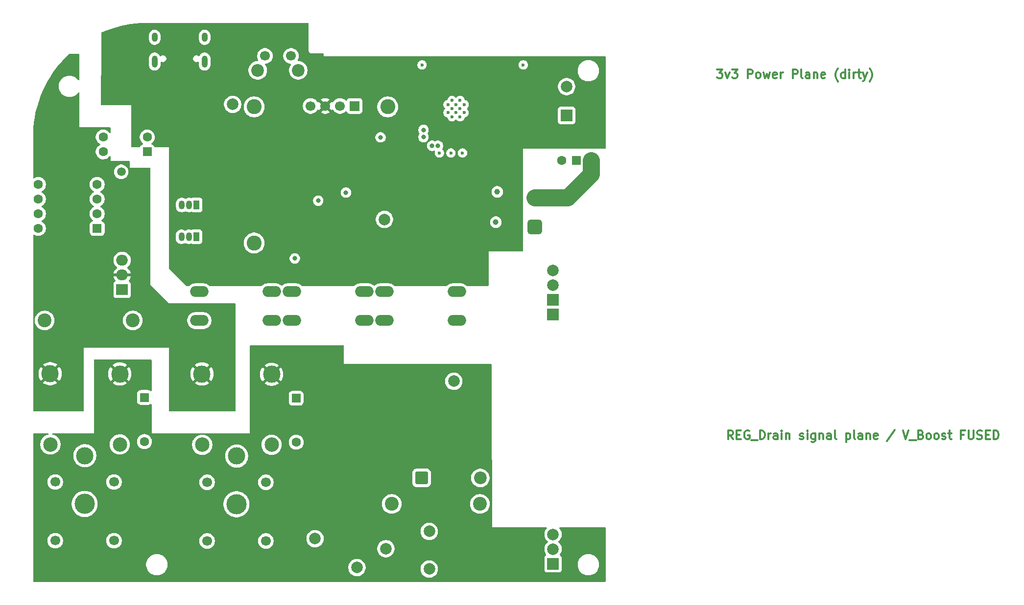
<source format=gbr>
%TF.GenerationSoftware,KiCad,Pcbnew,9.0.6*%
%TF.CreationDate,2026-01-02T13:15:05-05:00*%
%TF.ProjectId,Ionto,496f6e74-6f2e-46b6-9963-61645f706362,rev?*%
%TF.SameCoordinates,Original*%
%TF.FileFunction,Copper,L3,Inr*%
%TF.FilePolarity,Positive*%
%FSLAX46Y46*%
G04 Gerber Fmt 4.6, Leading zero omitted, Abs format (unit mm)*
G04 Created by KiCad (PCBNEW 9.0.6) date 2026-01-02 13:15:05*
%MOMM*%
%LPD*%
G01*
G04 APERTURE LIST*
G04 Aperture macros list*
%AMRoundRect*
0 Rectangle with rounded corners*
0 $1 Rounding radius*
0 $2 $3 $4 $5 $6 $7 $8 $9 X,Y pos of 4 corners*
0 Add a 4 corners polygon primitive as box body*
4,1,4,$2,$3,$4,$5,$6,$7,$8,$9,$2,$3,0*
0 Add four circle primitives for the rounded corners*
1,1,$1+$1,$2,$3*
1,1,$1+$1,$4,$5*
1,1,$1+$1,$6,$7*
1,1,$1+$1,$8,$9*
0 Add four rect primitives between the rounded corners*
20,1,$1+$1,$2,$3,$4,$5,0*
20,1,$1+$1,$4,$5,$6,$7,0*
20,1,$1+$1,$6,$7,$8,$9,0*
20,1,$1+$1,$8,$9,$2,$3,0*%
G04 Aperture macros list end*
%ADD10C,0.300000*%
%TA.AperFunction,NonConductor*%
%ADD11C,0.300000*%
%TD*%
%TA.AperFunction,ComponentPad*%
%ADD12C,2.600000*%
%TD*%
%TA.AperFunction,ComponentPad*%
%ADD13O,3.200000X1.900000*%
%TD*%
%TA.AperFunction,WasherPad*%
%ADD14C,1.700000*%
%TD*%
%TA.AperFunction,ComponentPad*%
%ADD15C,3.500000*%
%TD*%
%TA.AperFunction,ComponentPad*%
%ADD16RoundRect,0.250000X0.550000X0.550000X-0.550000X0.550000X-0.550000X-0.550000X0.550000X-0.550000X0*%
%TD*%
%TA.AperFunction,ComponentPad*%
%ADD17C,1.600000*%
%TD*%
%TA.AperFunction,ComponentPad*%
%ADD18R,1.050000X1.500000*%
%TD*%
%TA.AperFunction,ComponentPad*%
%ADD19O,1.050000X1.500000*%
%TD*%
%TA.AperFunction,ComponentPad*%
%ADD20RoundRect,0.650000X0.650000X-0.650000X0.650000X0.650000X-0.650000X0.650000X-0.650000X-0.650000X0*%
%TD*%
%TA.AperFunction,ComponentPad*%
%ADD21R,1.700000X1.700000*%
%TD*%
%TA.AperFunction,ComponentPad*%
%ADD22C,1.700000*%
%TD*%
%TA.AperFunction,ComponentPad*%
%ADD23C,2.200000*%
%TD*%
%TA.AperFunction,ComponentPad*%
%ADD24R,2.000000X1.905000*%
%TD*%
%TA.AperFunction,ComponentPad*%
%ADD25O,2.000000X1.905000*%
%TD*%
%TA.AperFunction,ComponentPad*%
%ADD26C,3.000000*%
%TD*%
%TA.AperFunction,ComponentPad*%
%ADD27C,2.500000*%
%TD*%
%TA.AperFunction,ComponentPad*%
%ADD28RoundRect,0.249999X-0.850001X-0.850001X0.850001X-0.850001X0.850001X0.850001X-0.850001X0.850001X0*%
%TD*%
%TA.AperFunction,ComponentPad*%
%ADD29R,2.000000X2.000000*%
%TD*%
%TA.AperFunction,ComponentPad*%
%ADD30C,2.000000*%
%TD*%
%TA.AperFunction,ComponentPad*%
%ADD31C,2.400000*%
%TD*%
%TA.AperFunction,ComponentPad*%
%ADD32RoundRect,0.250000X-0.550000X0.550000X-0.550000X-0.550000X0.550000X-0.550000X0.550000X0.550000X0*%
%TD*%
%TA.AperFunction,HeatsinkPad*%
%ADD33C,0.600000*%
%TD*%
%TA.AperFunction,HeatsinkPad*%
%ADD34O,1.000000X2.100000*%
%TD*%
%TA.AperFunction,HeatsinkPad*%
%ADD35O,1.000000X1.600000*%
%TD*%
%TA.AperFunction,ComponentPad*%
%ADD36R,1.500000X1.500000*%
%TD*%
%TA.AperFunction,ViaPad*%
%ADD37C,1.500000*%
%TD*%
%TA.AperFunction,ViaPad*%
%ADD38C,2.000000*%
%TD*%
%TA.AperFunction,ViaPad*%
%ADD39C,1.000000*%
%TD*%
%TA.AperFunction,ViaPad*%
%ADD40C,0.800000*%
%TD*%
%TA.AperFunction,ViaPad*%
%ADD41C,0.600000*%
%TD*%
%TA.AperFunction,Conductor*%
%ADD42C,3.000000*%
%TD*%
G04 APERTURE END LIST*
D10*
D11*
X135161653Y-22550828D02*
X136090225Y-22550828D01*
X136090225Y-22550828D02*
X135590225Y-23122257D01*
X135590225Y-23122257D02*
X135804510Y-23122257D01*
X135804510Y-23122257D02*
X135947368Y-23193685D01*
X135947368Y-23193685D02*
X136018796Y-23265114D01*
X136018796Y-23265114D02*
X136090225Y-23407971D01*
X136090225Y-23407971D02*
X136090225Y-23765114D01*
X136090225Y-23765114D02*
X136018796Y-23907971D01*
X136018796Y-23907971D02*
X135947368Y-23979400D01*
X135947368Y-23979400D02*
X135804510Y-24050828D01*
X135804510Y-24050828D02*
X135375939Y-24050828D01*
X135375939Y-24050828D02*
X135233082Y-23979400D01*
X135233082Y-23979400D02*
X135161653Y-23907971D01*
X136590224Y-23050828D02*
X136947367Y-24050828D01*
X136947367Y-24050828D02*
X137304510Y-23050828D01*
X137733081Y-22550828D02*
X138661653Y-22550828D01*
X138661653Y-22550828D02*
X138161653Y-23122257D01*
X138161653Y-23122257D02*
X138375938Y-23122257D01*
X138375938Y-23122257D02*
X138518796Y-23193685D01*
X138518796Y-23193685D02*
X138590224Y-23265114D01*
X138590224Y-23265114D02*
X138661653Y-23407971D01*
X138661653Y-23407971D02*
X138661653Y-23765114D01*
X138661653Y-23765114D02*
X138590224Y-23907971D01*
X138590224Y-23907971D02*
X138518796Y-23979400D01*
X138518796Y-23979400D02*
X138375938Y-24050828D01*
X138375938Y-24050828D02*
X137947367Y-24050828D01*
X137947367Y-24050828D02*
X137804510Y-23979400D01*
X137804510Y-23979400D02*
X137733081Y-23907971D01*
X140447366Y-24050828D02*
X140447366Y-22550828D01*
X140447366Y-22550828D02*
X141018795Y-22550828D01*
X141018795Y-22550828D02*
X141161652Y-22622257D01*
X141161652Y-22622257D02*
X141233081Y-22693685D01*
X141233081Y-22693685D02*
X141304509Y-22836542D01*
X141304509Y-22836542D02*
X141304509Y-23050828D01*
X141304509Y-23050828D02*
X141233081Y-23193685D01*
X141233081Y-23193685D02*
X141161652Y-23265114D01*
X141161652Y-23265114D02*
X141018795Y-23336542D01*
X141018795Y-23336542D02*
X140447366Y-23336542D01*
X142161652Y-24050828D02*
X142018795Y-23979400D01*
X142018795Y-23979400D02*
X141947366Y-23907971D01*
X141947366Y-23907971D02*
X141875938Y-23765114D01*
X141875938Y-23765114D02*
X141875938Y-23336542D01*
X141875938Y-23336542D02*
X141947366Y-23193685D01*
X141947366Y-23193685D02*
X142018795Y-23122257D01*
X142018795Y-23122257D02*
X142161652Y-23050828D01*
X142161652Y-23050828D02*
X142375938Y-23050828D01*
X142375938Y-23050828D02*
X142518795Y-23122257D01*
X142518795Y-23122257D02*
X142590224Y-23193685D01*
X142590224Y-23193685D02*
X142661652Y-23336542D01*
X142661652Y-23336542D02*
X142661652Y-23765114D01*
X142661652Y-23765114D02*
X142590224Y-23907971D01*
X142590224Y-23907971D02*
X142518795Y-23979400D01*
X142518795Y-23979400D02*
X142375938Y-24050828D01*
X142375938Y-24050828D02*
X142161652Y-24050828D01*
X143161652Y-23050828D02*
X143447367Y-24050828D01*
X143447367Y-24050828D02*
X143733081Y-23336542D01*
X143733081Y-23336542D02*
X144018795Y-24050828D01*
X144018795Y-24050828D02*
X144304509Y-23050828D01*
X145447367Y-23979400D02*
X145304510Y-24050828D01*
X145304510Y-24050828D02*
X145018796Y-24050828D01*
X145018796Y-24050828D02*
X144875938Y-23979400D01*
X144875938Y-23979400D02*
X144804510Y-23836542D01*
X144804510Y-23836542D02*
X144804510Y-23265114D01*
X144804510Y-23265114D02*
X144875938Y-23122257D01*
X144875938Y-23122257D02*
X145018796Y-23050828D01*
X145018796Y-23050828D02*
X145304510Y-23050828D01*
X145304510Y-23050828D02*
X145447367Y-23122257D01*
X145447367Y-23122257D02*
X145518796Y-23265114D01*
X145518796Y-23265114D02*
X145518796Y-23407971D01*
X145518796Y-23407971D02*
X144804510Y-23550828D01*
X146161652Y-24050828D02*
X146161652Y-23050828D01*
X146161652Y-23336542D02*
X146233081Y-23193685D01*
X146233081Y-23193685D02*
X146304510Y-23122257D01*
X146304510Y-23122257D02*
X146447367Y-23050828D01*
X146447367Y-23050828D02*
X146590224Y-23050828D01*
X148233080Y-24050828D02*
X148233080Y-22550828D01*
X148233080Y-22550828D02*
X148804509Y-22550828D01*
X148804509Y-22550828D02*
X148947366Y-22622257D01*
X148947366Y-22622257D02*
X149018795Y-22693685D01*
X149018795Y-22693685D02*
X149090223Y-22836542D01*
X149090223Y-22836542D02*
X149090223Y-23050828D01*
X149090223Y-23050828D02*
X149018795Y-23193685D01*
X149018795Y-23193685D02*
X148947366Y-23265114D01*
X148947366Y-23265114D02*
X148804509Y-23336542D01*
X148804509Y-23336542D02*
X148233080Y-23336542D01*
X149947366Y-24050828D02*
X149804509Y-23979400D01*
X149804509Y-23979400D02*
X149733080Y-23836542D01*
X149733080Y-23836542D02*
X149733080Y-22550828D01*
X151161652Y-24050828D02*
X151161652Y-23265114D01*
X151161652Y-23265114D02*
X151090223Y-23122257D01*
X151090223Y-23122257D02*
X150947366Y-23050828D01*
X150947366Y-23050828D02*
X150661652Y-23050828D01*
X150661652Y-23050828D02*
X150518794Y-23122257D01*
X151161652Y-23979400D02*
X151018794Y-24050828D01*
X151018794Y-24050828D02*
X150661652Y-24050828D01*
X150661652Y-24050828D02*
X150518794Y-23979400D01*
X150518794Y-23979400D02*
X150447366Y-23836542D01*
X150447366Y-23836542D02*
X150447366Y-23693685D01*
X150447366Y-23693685D02*
X150518794Y-23550828D01*
X150518794Y-23550828D02*
X150661652Y-23479400D01*
X150661652Y-23479400D02*
X151018794Y-23479400D01*
X151018794Y-23479400D02*
X151161652Y-23407971D01*
X151875937Y-23050828D02*
X151875937Y-24050828D01*
X151875937Y-23193685D02*
X151947366Y-23122257D01*
X151947366Y-23122257D02*
X152090223Y-23050828D01*
X152090223Y-23050828D02*
X152304509Y-23050828D01*
X152304509Y-23050828D02*
X152447366Y-23122257D01*
X152447366Y-23122257D02*
X152518795Y-23265114D01*
X152518795Y-23265114D02*
X152518795Y-24050828D01*
X153804509Y-23979400D02*
X153661652Y-24050828D01*
X153661652Y-24050828D02*
X153375938Y-24050828D01*
X153375938Y-24050828D02*
X153233080Y-23979400D01*
X153233080Y-23979400D02*
X153161652Y-23836542D01*
X153161652Y-23836542D02*
X153161652Y-23265114D01*
X153161652Y-23265114D02*
X153233080Y-23122257D01*
X153233080Y-23122257D02*
X153375938Y-23050828D01*
X153375938Y-23050828D02*
X153661652Y-23050828D01*
X153661652Y-23050828D02*
X153804509Y-23122257D01*
X153804509Y-23122257D02*
X153875938Y-23265114D01*
X153875938Y-23265114D02*
X153875938Y-23407971D01*
X153875938Y-23407971D02*
X153161652Y-23550828D01*
X156090223Y-24622257D02*
X156018794Y-24550828D01*
X156018794Y-24550828D02*
X155875937Y-24336542D01*
X155875937Y-24336542D02*
X155804509Y-24193685D01*
X155804509Y-24193685D02*
X155733080Y-23979400D01*
X155733080Y-23979400D02*
X155661651Y-23622257D01*
X155661651Y-23622257D02*
X155661651Y-23336542D01*
X155661651Y-23336542D02*
X155733080Y-22979400D01*
X155733080Y-22979400D02*
X155804509Y-22765114D01*
X155804509Y-22765114D02*
X155875937Y-22622257D01*
X155875937Y-22622257D02*
X156018794Y-22407971D01*
X156018794Y-22407971D02*
X156090223Y-22336542D01*
X157304509Y-24050828D02*
X157304509Y-22550828D01*
X157304509Y-23979400D02*
X157161651Y-24050828D01*
X157161651Y-24050828D02*
X156875937Y-24050828D01*
X156875937Y-24050828D02*
X156733080Y-23979400D01*
X156733080Y-23979400D02*
X156661651Y-23907971D01*
X156661651Y-23907971D02*
X156590223Y-23765114D01*
X156590223Y-23765114D02*
X156590223Y-23336542D01*
X156590223Y-23336542D02*
X156661651Y-23193685D01*
X156661651Y-23193685D02*
X156733080Y-23122257D01*
X156733080Y-23122257D02*
X156875937Y-23050828D01*
X156875937Y-23050828D02*
X157161651Y-23050828D01*
X157161651Y-23050828D02*
X157304509Y-23122257D01*
X158018794Y-24050828D02*
X158018794Y-23050828D01*
X158018794Y-22550828D02*
X157947366Y-22622257D01*
X157947366Y-22622257D02*
X158018794Y-22693685D01*
X158018794Y-22693685D02*
X158090223Y-22622257D01*
X158090223Y-22622257D02*
X158018794Y-22550828D01*
X158018794Y-22550828D02*
X158018794Y-22693685D01*
X158733080Y-24050828D02*
X158733080Y-23050828D01*
X158733080Y-23336542D02*
X158804509Y-23193685D01*
X158804509Y-23193685D02*
X158875938Y-23122257D01*
X158875938Y-23122257D02*
X159018795Y-23050828D01*
X159018795Y-23050828D02*
X159161652Y-23050828D01*
X159447366Y-23050828D02*
X160018794Y-23050828D01*
X159661651Y-22550828D02*
X159661651Y-23836542D01*
X159661651Y-23836542D02*
X159733080Y-23979400D01*
X159733080Y-23979400D02*
X159875937Y-24050828D01*
X159875937Y-24050828D02*
X160018794Y-24050828D01*
X160375937Y-23050828D02*
X160733080Y-24050828D01*
X161090223Y-23050828D02*
X160733080Y-24050828D01*
X160733080Y-24050828D02*
X160590223Y-24407971D01*
X160590223Y-24407971D02*
X160518794Y-24479400D01*
X160518794Y-24479400D02*
X160375937Y-24550828D01*
X161518794Y-24622257D02*
X161590223Y-24550828D01*
X161590223Y-24550828D02*
X161733080Y-24336542D01*
X161733080Y-24336542D02*
X161804509Y-24193685D01*
X161804509Y-24193685D02*
X161875937Y-23979400D01*
X161875937Y-23979400D02*
X161947366Y-23622257D01*
X161947366Y-23622257D02*
X161947366Y-23336542D01*
X161947366Y-23336542D02*
X161875937Y-22979400D01*
X161875937Y-22979400D02*
X161804509Y-22765114D01*
X161804509Y-22765114D02*
X161733080Y-22622257D01*
X161733080Y-22622257D02*
X161590223Y-22407971D01*
X161590223Y-22407971D02*
X161518794Y-22336542D01*
D10*
D11*
X137911653Y-86550828D02*
X137411653Y-85836542D01*
X137054510Y-86550828D02*
X137054510Y-85050828D01*
X137054510Y-85050828D02*
X137625939Y-85050828D01*
X137625939Y-85050828D02*
X137768796Y-85122257D01*
X137768796Y-85122257D02*
X137840225Y-85193685D01*
X137840225Y-85193685D02*
X137911653Y-85336542D01*
X137911653Y-85336542D02*
X137911653Y-85550828D01*
X137911653Y-85550828D02*
X137840225Y-85693685D01*
X137840225Y-85693685D02*
X137768796Y-85765114D01*
X137768796Y-85765114D02*
X137625939Y-85836542D01*
X137625939Y-85836542D02*
X137054510Y-85836542D01*
X138554510Y-85765114D02*
X139054510Y-85765114D01*
X139268796Y-86550828D02*
X138554510Y-86550828D01*
X138554510Y-86550828D02*
X138554510Y-85050828D01*
X138554510Y-85050828D02*
X139268796Y-85050828D01*
X140697368Y-85122257D02*
X140554511Y-85050828D01*
X140554511Y-85050828D02*
X140340225Y-85050828D01*
X140340225Y-85050828D02*
X140125939Y-85122257D01*
X140125939Y-85122257D02*
X139983082Y-85265114D01*
X139983082Y-85265114D02*
X139911653Y-85407971D01*
X139911653Y-85407971D02*
X139840225Y-85693685D01*
X139840225Y-85693685D02*
X139840225Y-85907971D01*
X139840225Y-85907971D02*
X139911653Y-86193685D01*
X139911653Y-86193685D02*
X139983082Y-86336542D01*
X139983082Y-86336542D02*
X140125939Y-86479400D01*
X140125939Y-86479400D02*
X140340225Y-86550828D01*
X140340225Y-86550828D02*
X140483082Y-86550828D01*
X140483082Y-86550828D02*
X140697368Y-86479400D01*
X140697368Y-86479400D02*
X140768796Y-86407971D01*
X140768796Y-86407971D02*
X140768796Y-85907971D01*
X140768796Y-85907971D02*
X140483082Y-85907971D01*
X141054511Y-86693685D02*
X142197368Y-86693685D01*
X142554510Y-86550828D02*
X142554510Y-85050828D01*
X142554510Y-85050828D02*
X142911653Y-85050828D01*
X142911653Y-85050828D02*
X143125939Y-85122257D01*
X143125939Y-85122257D02*
X143268796Y-85265114D01*
X143268796Y-85265114D02*
X143340225Y-85407971D01*
X143340225Y-85407971D02*
X143411653Y-85693685D01*
X143411653Y-85693685D02*
X143411653Y-85907971D01*
X143411653Y-85907971D02*
X143340225Y-86193685D01*
X143340225Y-86193685D02*
X143268796Y-86336542D01*
X143268796Y-86336542D02*
X143125939Y-86479400D01*
X143125939Y-86479400D02*
X142911653Y-86550828D01*
X142911653Y-86550828D02*
X142554510Y-86550828D01*
X144054510Y-86550828D02*
X144054510Y-85550828D01*
X144054510Y-85836542D02*
X144125939Y-85693685D01*
X144125939Y-85693685D02*
X144197368Y-85622257D01*
X144197368Y-85622257D02*
X144340225Y-85550828D01*
X144340225Y-85550828D02*
X144483082Y-85550828D01*
X145625939Y-86550828D02*
X145625939Y-85765114D01*
X145625939Y-85765114D02*
X145554510Y-85622257D01*
X145554510Y-85622257D02*
X145411653Y-85550828D01*
X145411653Y-85550828D02*
X145125939Y-85550828D01*
X145125939Y-85550828D02*
X144983081Y-85622257D01*
X145625939Y-86479400D02*
X145483081Y-86550828D01*
X145483081Y-86550828D02*
X145125939Y-86550828D01*
X145125939Y-86550828D02*
X144983081Y-86479400D01*
X144983081Y-86479400D02*
X144911653Y-86336542D01*
X144911653Y-86336542D02*
X144911653Y-86193685D01*
X144911653Y-86193685D02*
X144983081Y-86050828D01*
X144983081Y-86050828D02*
X145125939Y-85979400D01*
X145125939Y-85979400D02*
X145483081Y-85979400D01*
X145483081Y-85979400D02*
X145625939Y-85907971D01*
X146340224Y-86550828D02*
X146340224Y-85550828D01*
X146340224Y-85050828D02*
X146268796Y-85122257D01*
X146268796Y-85122257D02*
X146340224Y-85193685D01*
X146340224Y-85193685D02*
X146411653Y-85122257D01*
X146411653Y-85122257D02*
X146340224Y-85050828D01*
X146340224Y-85050828D02*
X146340224Y-85193685D01*
X147054510Y-85550828D02*
X147054510Y-86550828D01*
X147054510Y-85693685D02*
X147125939Y-85622257D01*
X147125939Y-85622257D02*
X147268796Y-85550828D01*
X147268796Y-85550828D02*
X147483082Y-85550828D01*
X147483082Y-85550828D02*
X147625939Y-85622257D01*
X147625939Y-85622257D02*
X147697368Y-85765114D01*
X147697368Y-85765114D02*
X147697368Y-86550828D01*
X149483082Y-86479400D02*
X149625939Y-86550828D01*
X149625939Y-86550828D02*
X149911653Y-86550828D01*
X149911653Y-86550828D02*
X150054510Y-86479400D01*
X150054510Y-86479400D02*
X150125939Y-86336542D01*
X150125939Y-86336542D02*
X150125939Y-86265114D01*
X150125939Y-86265114D02*
X150054510Y-86122257D01*
X150054510Y-86122257D02*
X149911653Y-86050828D01*
X149911653Y-86050828D02*
X149697368Y-86050828D01*
X149697368Y-86050828D02*
X149554510Y-85979400D01*
X149554510Y-85979400D02*
X149483082Y-85836542D01*
X149483082Y-85836542D02*
X149483082Y-85765114D01*
X149483082Y-85765114D02*
X149554510Y-85622257D01*
X149554510Y-85622257D02*
X149697368Y-85550828D01*
X149697368Y-85550828D02*
X149911653Y-85550828D01*
X149911653Y-85550828D02*
X150054510Y-85622257D01*
X150768796Y-86550828D02*
X150768796Y-85550828D01*
X150768796Y-85050828D02*
X150697368Y-85122257D01*
X150697368Y-85122257D02*
X150768796Y-85193685D01*
X150768796Y-85193685D02*
X150840225Y-85122257D01*
X150840225Y-85122257D02*
X150768796Y-85050828D01*
X150768796Y-85050828D02*
X150768796Y-85193685D01*
X152125940Y-85550828D02*
X152125940Y-86765114D01*
X152125940Y-86765114D02*
X152054511Y-86907971D01*
X152054511Y-86907971D02*
X151983082Y-86979400D01*
X151983082Y-86979400D02*
X151840225Y-87050828D01*
X151840225Y-87050828D02*
X151625940Y-87050828D01*
X151625940Y-87050828D02*
X151483082Y-86979400D01*
X152125940Y-86479400D02*
X151983082Y-86550828D01*
X151983082Y-86550828D02*
X151697368Y-86550828D01*
X151697368Y-86550828D02*
X151554511Y-86479400D01*
X151554511Y-86479400D02*
X151483082Y-86407971D01*
X151483082Y-86407971D02*
X151411654Y-86265114D01*
X151411654Y-86265114D02*
X151411654Y-85836542D01*
X151411654Y-85836542D02*
X151483082Y-85693685D01*
X151483082Y-85693685D02*
X151554511Y-85622257D01*
X151554511Y-85622257D02*
X151697368Y-85550828D01*
X151697368Y-85550828D02*
X151983082Y-85550828D01*
X151983082Y-85550828D02*
X152125940Y-85622257D01*
X152840225Y-85550828D02*
X152840225Y-86550828D01*
X152840225Y-85693685D02*
X152911654Y-85622257D01*
X152911654Y-85622257D02*
X153054511Y-85550828D01*
X153054511Y-85550828D02*
X153268797Y-85550828D01*
X153268797Y-85550828D02*
X153411654Y-85622257D01*
X153411654Y-85622257D02*
X153483083Y-85765114D01*
X153483083Y-85765114D02*
X153483083Y-86550828D01*
X154840226Y-86550828D02*
X154840226Y-85765114D01*
X154840226Y-85765114D02*
X154768797Y-85622257D01*
X154768797Y-85622257D02*
X154625940Y-85550828D01*
X154625940Y-85550828D02*
X154340226Y-85550828D01*
X154340226Y-85550828D02*
X154197368Y-85622257D01*
X154840226Y-86479400D02*
X154697368Y-86550828D01*
X154697368Y-86550828D02*
X154340226Y-86550828D01*
X154340226Y-86550828D02*
X154197368Y-86479400D01*
X154197368Y-86479400D02*
X154125940Y-86336542D01*
X154125940Y-86336542D02*
X154125940Y-86193685D01*
X154125940Y-86193685D02*
X154197368Y-86050828D01*
X154197368Y-86050828D02*
X154340226Y-85979400D01*
X154340226Y-85979400D02*
X154697368Y-85979400D01*
X154697368Y-85979400D02*
X154840226Y-85907971D01*
X155768797Y-86550828D02*
X155625940Y-86479400D01*
X155625940Y-86479400D02*
X155554511Y-86336542D01*
X155554511Y-86336542D02*
X155554511Y-85050828D01*
X157483082Y-85550828D02*
X157483082Y-87050828D01*
X157483082Y-85622257D02*
X157625940Y-85550828D01*
X157625940Y-85550828D02*
X157911654Y-85550828D01*
X157911654Y-85550828D02*
X158054511Y-85622257D01*
X158054511Y-85622257D02*
X158125940Y-85693685D01*
X158125940Y-85693685D02*
X158197368Y-85836542D01*
X158197368Y-85836542D02*
X158197368Y-86265114D01*
X158197368Y-86265114D02*
X158125940Y-86407971D01*
X158125940Y-86407971D02*
X158054511Y-86479400D01*
X158054511Y-86479400D02*
X157911654Y-86550828D01*
X157911654Y-86550828D02*
X157625940Y-86550828D01*
X157625940Y-86550828D02*
X157483082Y-86479400D01*
X159054511Y-86550828D02*
X158911654Y-86479400D01*
X158911654Y-86479400D02*
X158840225Y-86336542D01*
X158840225Y-86336542D02*
X158840225Y-85050828D01*
X160268797Y-86550828D02*
X160268797Y-85765114D01*
X160268797Y-85765114D02*
X160197368Y-85622257D01*
X160197368Y-85622257D02*
X160054511Y-85550828D01*
X160054511Y-85550828D02*
X159768797Y-85550828D01*
X159768797Y-85550828D02*
X159625939Y-85622257D01*
X160268797Y-86479400D02*
X160125939Y-86550828D01*
X160125939Y-86550828D02*
X159768797Y-86550828D01*
X159768797Y-86550828D02*
X159625939Y-86479400D01*
X159625939Y-86479400D02*
X159554511Y-86336542D01*
X159554511Y-86336542D02*
X159554511Y-86193685D01*
X159554511Y-86193685D02*
X159625939Y-86050828D01*
X159625939Y-86050828D02*
X159768797Y-85979400D01*
X159768797Y-85979400D02*
X160125939Y-85979400D01*
X160125939Y-85979400D02*
X160268797Y-85907971D01*
X160983082Y-85550828D02*
X160983082Y-86550828D01*
X160983082Y-85693685D02*
X161054511Y-85622257D01*
X161054511Y-85622257D02*
X161197368Y-85550828D01*
X161197368Y-85550828D02*
X161411654Y-85550828D01*
X161411654Y-85550828D02*
X161554511Y-85622257D01*
X161554511Y-85622257D02*
X161625940Y-85765114D01*
X161625940Y-85765114D02*
X161625940Y-86550828D01*
X162911654Y-86479400D02*
X162768797Y-86550828D01*
X162768797Y-86550828D02*
X162483083Y-86550828D01*
X162483083Y-86550828D02*
X162340225Y-86479400D01*
X162340225Y-86479400D02*
X162268797Y-86336542D01*
X162268797Y-86336542D02*
X162268797Y-85765114D01*
X162268797Y-85765114D02*
X162340225Y-85622257D01*
X162340225Y-85622257D02*
X162483083Y-85550828D01*
X162483083Y-85550828D02*
X162768797Y-85550828D01*
X162768797Y-85550828D02*
X162911654Y-85622257D01*
X162911654Y-85622257D02*
X162983083Y-85765114D01*
X162983083Y-85765114D02*
X162983083Y-85907971D01*
X162983083Y-85907971D02*
X162268797Y-86050828D01*
X165840225Y-84979400D02*
X164554511Y-86907971D01*
X167268797Y-85050828D02*
X167768797Y-86550828D01*
X167768797Y-86550828D02*
X168268797Y-85050828D01*
X168411654Y-86693685D02*
X169554511Y-86693685D01*
X170411653Y-85765114D02*
X170625939Y-85836542D01*
X170625939Y-85836542D02*
X170697368Y-85907971D01*
X170697368Y-85907971D02*
X170768796Y-86050828D01*
X170768796Y-86050828D02*
X170768796Y-86265114D01*
X170768796Y-86265114D02*
X170697368Y-86407971D01*
X170697368Y-86407971D02*
X170625939Y-86479400D01*
X170625939Y-86479400D02*
X170483082Y-86550828D01*
X170483082Y-86550828D02*
X169911653Y-86550828D01*
X169911653Y-86550828D02*
X169911653Y-85050828D01*
X169911653Y-85050828D02*
X170411653Y-85050828D01*
X170411653Y-85050828D02*
X170554511Y-85122257D01*
X170554511Y-85122257D02*
X170625939Y-85193685D01*
X170625939Y-85193685D02*
X170697368Y-85336542D01*
X170697368Y-85336542D02*
X170697368Y-85479400D01*
X170697368Y-85479400D02*
X170625939Y-85622257D01*
X170625939Y-85622257D02*
X170554511Y-85693685D01*
X170554511Y-85693685D02*
X170411653Y-85765114D01*
X170411653Y-85765114D02*
X169911653Y-85765114D01*
X171625939Y-86550828D02*
X171483082Y-86479400D01*
X171483082Y-86479400D02*
X171411653Y-86407971D01*
X171411653Y-86407971D02*
X171340225Y-86265114D01*
X171340225Y-86265114D02*
X171340225Y-85836542D01*
X171340225Y-85836542D02*
X171411653Y-85693685D01*
X171411653Y-85693685D02*
X171483082Y-85622257D01*
X171483082Y-85622257D02*
X171625939Y-85550828D01*
X171625939Y-85550828D02*
X171840225Y-85550828D01*
X171840225Y-85550828D02*
X171983082Y-85622257D01*
X171983082Y-85622257D02*
X172054511Y-85693685D01*
X172054511Y-85693685D02*
X172125939Y-85836542D01*
X172125939Y-85836542D02*
X172125939Y-86265114D01*
X172125939Y-86265114D02*
X172054511Y-86407971D01*
X172054511Y-86407971D02*
X171983082Y-86479400D01*
X171983082Y-86479400D02*
X171840225Y-86550828D01*
X171840225Y-86550828D02*
X171625939Y-86550828D01*
X172983082Y-86550828D02*
X172840225Y-86479400D01*
X172840225Y-86479400D02*
X172768796Y-86407971D01*
X172768796Y-86407971D02*
X172697368Y-86265114D01*
X172697368Y-86265114D02*
X172697368Y-85836542D01*
X172697368Y-85836542D02*
X172768796Y-85693685D01*
X172768796Y-85693685D02*
X172840225Y-85622257D01*
X172840225Y-85622257D02*
X172983082Y-85550828D01*
X172983082Y-85550828D02*
X173197368Y-85550828D01*
X173197368Y-85550828D02*
X173340225Y-85622257D01*
X173340225Y-85622257D02*
X173411654Y-85693685D01*
X173411654Y-85693685D02*
X173483082Y-85836542D01*
X173483082Y-85836542D02*
X173483082Y-86265114D01*
X173483082Y-86265114D02*
X173411654Y-86407971D01*
X173411654Y-86407971D02*
X173340225Y-86479400D01*
X173340225Y-86479400D02*
X173197368Y-86550828D01*
X173197368Y-86550828D02*
X172983082Y-86550828D01*
X174054511Y-86479400D02*
X174197368Y-86550828D01*
X174197368Y-86550828D02*
X174483082Y-86550828D01*
X174483082Y-86550828D02*
X174625939Y-86479400D01*
X174625939Y-86479400D02*
X174697368Y-86336542D01*
X174697368Y-86336542D02*
X174697368Y-86265114D01*
X174697368Y-86265114D02*
X174625939Y-86122257D01*
X174625939Y-86122257D02*
X174483082Y-86050828D01*
X174483082Y-86050828D02*
X174268797Y-86050828D01*
X174268797Y-86050828D02*
X174125939Y-85979400D01*
X174125939Y-85979400D02*
X174054511Y-85836542D01*
X174054511Y-85836542D02*
X174054511Y-85765114D01*
X174054511Y-85765114D02*
X174125939Y-85622257D01*
X174125939Y-85622257D02*
X174268797Y-85550828D01*
X174268797Y-85550828D02*
X174483082Y-85550828D01*
X174483082Y-85550828D02*
X174625939Y-85622257D01*
X175125940Y-85550828D02*
X175697368Y-85550828D01*
X175340225Y-85050828D02*
X175340225Y-86336542D01*
X175340225Y-86336542D02*
X175411654Y-86479400D01*
X175411654Y-86479400D02*
X175554511Y-86550828D01*
X175554511Y-86550828D02*
X175697368Y-86550828D01*
X177840225Y-85765114D02*
X177340225Y-85765114D01*
X177340225Y-86550828D02*
X177340225Y-85050828D01*
X177340225Y-85050828D02*
X178054511Y-85050828D01*
X178625939Y-85050828D02*
X178625939Y-86265114D01*
X178625939Y-86265114D02*
X178697368Y-86407971D01*
X178697368Y-86407971D02*
X178768797Y-86479400D01*
X178768797Y-86479400D02*
X178911654Y-86550828D01*
X178911654Y-86550828D02*
X179197368Y-86550828D01*
X179197368Y-86550828D02*
X179340225Y-86479400D01*
X179340225Y-86479400D02*
X179411654Y-86407971D01*
X179411654Y-86407971D02*
X179483082Y-86265114D01*
X179483082Y-86265114D02*
X179483082Y-85050828D01*
X180125940Y-86479400D02*
X180340226Y-86550828D01*
X180340226Y-86550828D02*
X180697368Y-86550828D01*
X180697368Y-86550828D02*
X180840226Y-86479400D01*
X180840226Y-86479400D02*
X180911654Y-86407971D01*
X180911654Y-86407971D02*
X180983083Y-86265114D01*
X180983083Y-86265114D02*
X180983083Y-86122257D01*
X180983083Y-86122257D02*
X180911654Y-85979400D01*
X180911654Y-85979400D02*
X180840226Y-85907971D01*
X180840226Y-85907971D02*
X180697368Y-85836542D01*
X180697368Y-85836542D02*
X180411654Y-85765114D01*
X180411654Y-85765114D02*
X180268797Y-85693685D01*
X180268797Y-85693685D02*
X180197368Y-85622257D01*
X180197368Y-85622257D02*
X180125940Y-85479400D01*
X180125940Y-85479400D02*
X180125940Y-85336542D01*
X180125940Y-85336542D02*
X180197368Y-85193685D01*
X180197368Y-85193685D02*
X180268797Y-85122257D01*
X180268797Y-85122257D02*
X180411654Y-85050828D01*
X180411654Y-85050828D02*
X180768797Y-85050828D01*
X180768797Y-85050828D02*
X180983083Y-85122257D01*
X181625939Y-85765114D02*
X182125939Y-85765114D01*
X182340225Y-86550828D02*
X181625939Y-86550828D01*
X181625939Y-86550828D02*
X181625939Y-85050828D01*
X181625939Y-85050828D02*
X182340225Y-85050828D01*
X182983082Y-86550828D02*
X182983082Y-85050828D01*
X182983082Y-85050828D02*
X183340225Y-85050828D01*
X183340225Y-85050828D02*
X183554511Y-85122257D01*
X183554511Y-85122257D02*
X183697368Y-85265114D01*
X183697368Y-85265114D02*
X183768797Y-85407971D01*
X183768797Y-85407971D02*
X183840225Y-85693685D01*
X183840225Y-85693685D02*
X183840225Y-85907971D01*
X183840225Y-85907971D02*
X183768797Y-86193685D01*
X183768797Y-86193685D02*
X183697368Y-86336542D01*
X183697368Y-86336542D02*
X183554511Y-86479400D01*
X183554511Y-86479400D02*
X183340225Y-86550828D01*
X183340225Y-86550828D02*
X182983082Y-86550828D01*
D12*
%TO.N,N/C*%
%TO.C,H1*%
X78214000Y-29020000D03*
%TD*%
D13*
%TO.N,Dec - BTN*%
%TO.C,SW5*%
X45650000Y-61010000D03*
X58150000Y-61010000D03*
%TO.N,GND*%
X45650000Y-66010000D03*
X58150000Y-66010000D03*
%TD*%
D14*
%TO.N,*%
%TO.C,J5*%
X46990000Y-104170000D03*
X57150000Y-104170000D03*
X46990000Y-94010000D03*
X57150000Y-94010000D03*
D15*
%TO.N,Electrode R*%
X52070000Y-97810000D03*
%TD*%
D16*
%TO.N,Net-(U5-OUT1)*%
%TO.C,U5*%
X27980000Y-50070000D03*
D17*
%TO.N,Net-(Q3-S)*%
X27980000Y-47530000D03*
%TO.N,Filtered V_Control*%
X27980000Y-44990000D03*
%TO.N,Earth*%
X27980000Y-42450000D03*
%TO.N,unconnected-(U5-IN2+-Pad5)*%
X17820000Y-42450000D03*
%TO.N,unconnected-(U5-IN2--Pad6)*%
X17820000Y-44990000D03*
%TO.N,unconnected-(U5-OUT2-Pad7)*%
X17820000Y-47530000D03*
%TO.N,ISO_12v*%
X17820000Y-50070000D03*
%TD*%
D18*
%TO.N,GND*%
%TO.C,Q1*%
X45110000Y-51510000D03*
D19*
%TO.N,Net-(Q1-B)*%
X43840000Y-51510000D03*
%TO.N,Net-(D3-A)*%
X42570000Y-51510000D03*
%TD*%
D20*
%TO.N,GND*%
%TO.C,J1*%
X103650000Y-49800000D03*
D12*
%TO.N,Net-(J1-Pin_2)*%
X103650000Y-44720000D03*
%TD*%
D18*
%TO.N,GND*%
%TO.C,Q2*%
X45150000Y-46010000D03*
D19*
%TO.N,Net-(Q2-B)*%
X43880000Y-46010000D03*
%TO.N,Net-(D2-A)*%
X42610000Y-46010000D03*
%TD*%
D13*
%TO.N,Inc + BTN*%
%TO.C,SW4*%
X61650000Y-61010000D03*
X74150000Y-61010000D03*
%TO.N,GND*%
X61650000Y-66010000D03*
X74150000Y-66010000D03*
%TD*%
D21*
%TO.N,SDA*%
%TO.C,J2*%
X72497000Y-28860000D03*
D22*
%TO.N,SCL*%
X69957000Y-28860000D03*
%TO.N,+3V3*%
X67417000Y-28860000D03*
%TO.N,GND*%
X64877000Y-28860000D03*
%TD*%
D13*
%TO.N,Enter BTN*%
%TO.C,SW3*%
X77650000Y-61010000D03*
X90150000Y-61010000D03*
%TO.N,GND*%
X77650000Y-66010000D03*
X90150000Y-66010000D03*
%TD*%
D23*
%TO.N,*%
%TO.C,SW2*%
X55749000Y-22701000D03*
X62749000Y-22701000D03*
D22*
%TO.N,EN*%
X56999000Y-20201000D03*
%TO.N,GND*%
X61499000Y-20201000D03*
%TD*%
D24*
%TO.N,Net-(Q3-G)*%
%TO.C,Q3*%
X32300000Y-60650000D03*
D25*
%TO.N,REG_Drain*%
X32300000Y-58110000D03*
%TO.N,Net-(Q3-S)*%
X32300000Y-55570000D03*
%TD*%
D26*
%TO.N,Electrode L*%
%TO.C,K1*%
X25850000Y-89410000D03*
D27*
%TO.N,Net-(D2-A)*%
X31900000Y-87460000D03*
D26*
%TO.N,V_Boost_FUSED*%
X31900000Y-75260000D03*
%TO.N,REG_Drain*%
X19850000Y-75210000D03*
D27*
%TO.N,Vbat*%
X19900000Y-87460000D03*
%TD*%
D12*
%TO.N,N/C*%
%TO.C,H3*%
X55114000Y-52580000D03*
%TD*%
D28*
%TO.N,ISO_12v*%
%TO.C,D4*%
X84070000Y-93260000D03*
D23*
%TO.N,Earth*%
X94230000Y-93260000D03*
%TD*%
D29*
%TO.N,Buzzer*%
%TO.C,BZ1*%
X109150000Y-30510000D03*
D30*
%TO.N,GND*%
X109150000Y-25510000D03*
%TD*%
D26*
%TO.N,Electrode R*%
%TO.C,K2*%
X52100000Y-89460000D03*
D27*
%TO.N,Net-(D3-A)*%
X58150000Y-87510000D03*
D26*
%TO.N,V_Boost_FUSED*%
X58150000Y-75310000D03*
%TO.N,REG_Drain*%
X46100000Y-75260000D03*
D27*
%TO.N,Vbat*%
X46150000Y-87510000D03*
%TD*%
D31*
%TO.N,V_Boost*%
%TO.C,R12*%
X94150000Y-97760000D03*
%TO.N,ISO_12v*%
X78910000Y-97760000D03*
%TD*%
D32*
%TO.N,Vbat*%
%TO.C,D2*%
X36150000Y-79340000D03*
D17*
%TO.N,Net-(D2-A)*%
X36150000Y-86960000D03*
%TD*%
D14*
%TO.N,*%
%TO.C,J4*%
X20740000Y-104120000D03*
X30900000Y-104120000D03*
X20740000Y-93960000D03*
X30900000Y-93960000D03*
D15*
%TO.N,Electrode L*%
X25820000Y-97760000D03*
%TD*%
D31*
%TO.N,Net-(Q3-S)*%
%TO.C,R11*%
X34150000Y-66000000D03*
%TO.N,Earth*%
X18910000Y-66000000D03*
%TD*%
D33*
%TO.N,GND*%
%TO.C,U3*%
X88629216Y-28620000D03*
X88629216Y-30020000D03*
X89329216Y-27920000D03*
X89329216Y-29320000D03*
X89329216Y-30720000D03*
X90029216Y-28620000D03*
X90029216Y-30020000D03*
X90729216Y-27920000D03*
X90729216Y-29320000D03*
X90729216Y-30720000D03*
X91429216Y-28620000D03*
X91429216Y-30020000D03*
%TD*%
D30*
%TO.N,Vbat*%
%TO.C,U4*%
X106800000Y-57310000D03*
X106800000Y-59850000D03*
D29*
%TO.N,GND*%
X106800000Y-62390000D03*
X106800000Y-64930000D03*
D30*
%TO.N,Earth*%
X106800000Y-103030000D03*
%TO.N,Net-(U4-ADJ)*%
X106800000Y-105570000D03*
D29*
%TO.N,V_Boost*%
X106800000Y-108110000D03*
%TD*%
D12*
%TO.N,N/C*%
%TO.C,H2*%
X55114000Y-29020000D03*
%TD*%
D34*
%TO.N,GND*%
%TO.C,J3*%
X46570000Y-21170000D03*
D35*
X46570000Y-16990000D03*
D34*
X37930000Y-21170000D03*
D35*
X37930000Y-16990000D03*
%TD*%
D32*
%TO.N,Vbat*%
%TO.C,D3*%
X62400000Y-79450000D03*
D17*
%TO.N,Net-(D3-A)*%
X62400000Y-87070000D03*
%TD*%
D36*
%TO.N,Vbat*%
%TO.C,SW1*%
X110860000Y-38260000D03*
D17*
%TO.N,Net-(J1-Pin_2)*%
X113400000Y-38260000D03*
%TO.N,unconnected-(SW1-A-Pad3)*%
X108320000Y-38260000D03*
%TD*%
D16*
%TO.N,V_Control*%
%TO.C,U6*%
X36650000Y-36800000D03*
D17*
%TO.N,GND*%
X36650000Y-34260000D03*
%TO.N,Net-(R13-Pad2)*%
X29030000Y-34260000D03*
%TO.N,ISO_12v*%
X29030000Y-36800000D03*
%TD*%
D37*
%TO.N,Earth*%
X32150000Y-40260000D03*
D38*
X85400000Y-102510000D03*
X65650000Y-103760000D03*
%TO.N,Vbat*%
X89650000Y-76510000D03*
D39*
X97150000Y-43735000D03*
D38*
%TO.N,V_Boost*%
X72900000Y-108760000D03*
X85400000Y-109010000D03*
%TO.N,GND*%
X51408565Y-28574878D03*
D40*
X62150000Y-55260000D03*
D41*
X101650000Y-21760000D03*
D38*
X77650000Y-48510000D03*
D41*
X84150000Y-21760000D03*
D39*
X96900000Y-48985000D03*
D41*
%TO.N,Dec - BTN*%
X87150000Y-37010000D03*
D40*
%TO.N,IN2*%
X84400000Y-34260000D03*
X71000000Y-43860000D03*
D38*
%TO.N,V_Boost_FUSED*%
X39900000Y-92260000D03*
X62400000Y-109510000D03*
D40*
%TO.N,IN1*%
X66200000Y-45260000D03*
X84400000Y-33010000D03*
%TO.N,SCL*%
X86900000Y-35760000D03*
%TO.N,SDA*%
X85900000Y-35760000D03*
D38*
%TO.N,+3V3*%
X64650000Y-40010000D03*
D40*
X43150000Y-58010000D03*
X92400000Y-56510000D03*
D39*
X99400000Y-43735000D03*
D40*
X51249000Y-18701000D03*
D38*
X85400000Y-48510000D03*
D39*
X92900000Y-45010000D03*
D41*
X84150000Y-22760000D03*
D40*
X73900000Y-55260000D03*
D41*
%TO.N,Enter BTN*%
X91150000Y-37010000D03*
%TO.N,Inc + BTN*%
X89150000Y-37010000D03*
D40*
%TO.N,V_Control*%
X76977515Y-34294656D03*
D38*
%TO.N,Net-(U4-ADJ)*%
X77900000Y-105510000D03*
%TD*%
D42*
%TO.N,Net-(J1-Pin_2)*%
X109302000Y-44720000D02*
X113400000Y-40622000D01*
X103650000Y-44720000D02*
X109302000Y-44720000D01*
X113400000Y-40622000D02*
X113400000Y-38260000D01*
%TD*%
%TA.AperFunction,Conductor*%
%TO.N,REG_Drain*%
G36*
X24843039Y-19879685D02*
G01*
X24888794Y-19932489D01*
X24900000Y-19984000D01*
X24900000Y-24270411D01*
X24880315Y-24337450D01*
X24827511Y-24383205D01*
X24758353Y-24393149D01*
X24694797Y-24364124D01*
X24677624Y-24345897D01*
X24594266Y-24237263D01*
X24594260Y-24237256D01*
X24422743Y-24065739D01*
X24422736Y-24065733D01*
X24230293Y-23918067D01*
X24230292Y-23918066D01*
X24230289Y-23918064D01*
X24020212Y-23796776D01*
X24020205Y-23796773D01*
X23796104Y-23703947D01*
X23561785Y-23641161D01*
X23321289Y-23609500D01*
X23321288Y-23609500D01*
X23078712Y-23609500D01*
X23078711Y-23609500D01*
X22838214Y-23641161D01*
X22603895Y-23703947D01*
X22379794Y-23796773D01*
X22379785Y-23796777D01*
X22169706Y-23918067D01*
X21977263Y-24065733D01*
X21977256Y-24065739D01*
X21805739Y-24237256D01*
X21805733Y-24237263D01*
X21658067Y-24429706D01*
X21536777Y-24639785D01*
X21536773Y-24639794D01*
X21443947Y-24863895D01*
X21381161Y-25098214D01*
X21349500Y-25338711D01*
X21349500Y-25581288D01*
X21381161Y-25821785D01*
X21443947Y-26056104D01*
X21526270Y-26254849D01*
X21536776Y-26280212D01*
X21658064Y-26490289D01*
X21658066Y-26490292D01*
X21658067Y-26490293D01*
X21805733Y-26682736D01*
X21805739Y-26682743D01*
X21977256Y-26854260D01*
X21977262Y-26854265D01*
X22169711Y-27001936D01*
X22379788Y-27123224D01*
X22603900Y-27216054D01*
X22838211Y-27278838D01*
X23018586Y-27302584D01*
X23078711Y-27310500D01*
X23078712Y-27310500D01*
X23321289Y-27310500D01*
X23369388Y-27304167D01*
X23561789Y-27278838D01*
X23796100Y-27216054D01*
X24020212Y-27123224D01*
X24230289Y-27001936D01*
X24422738Y-26854265D01*
X24594265Y-26682738D01*
X24677624Y-26574101D01*
X24734051Y-26532899D01*
X24803797Y-26528744D01*
X24864718Y-26562956D01*
X24897471Y-26624673D01*
X24900000Y-26649588D01*
X24900000Y-32560000D01*
X30176000Y-32560000D01*
X30243039Y-32579685D01*
X30288794Y-32632489D01*
X30300000Y-32684000D01*
X30300000Y-33413829D01*
X30280315Y-33480868D01*
X30227511Y-33526623D01*
X30158353Y-33536567D01*
X30094797Y-33507542D01*
X30075682Y-33486714D01*
X30021971Y-33412787D01*
X30021967Y-33412782D01*
X29877213Y-33268028D01*
X29711613Y-33147715D01*
X29711612Y-33147714D01*
X29711610Y-33147713D01*
X29654653Y-33118691D01*
X29529223Y-33054781D01*
X29334534Y-32991522D01*
X29159995Y-32963878D01*
X29132352Y-32959500D01*
X28927648Y-32959500D01*
X28903329Y-32963351D01*
X28725465Y-32991522D01*
X28530776Y-33054781D01*
X28348386Y-33147715D01*
X28182786Y-33268028D01*
X28038028Y-33412786D01*
X27917715Y-33578386D01*
X27824781Y-33760776D01*
X27761522Y-33955465D01*
X27729500Y-34157648D01*
X27729500Y-34362351D01*
X27761522Y-34564534D01*
X27824781Y-34759223D01*
X27917715Y-34941613D01*
X28038028Y-35107213D01*
X28182786Y-35251971D01*
X28337749Y-35364556D01*
X28348390Y-35372287D01*
X28439840Y-35418883D01*
X28441080Y-35419515D01*
X28491876Y-35467490D01*
X28508671Y-35535311D01*
X28486134Y-35601446D01*
X28441080Y-35640485D01*
X28348386Y-35687715D01*
X28182786Y-35808028D01*
X28038028Y-35952786D01*
X27917715Y-36118386D01*
X27824781Y-36300776D01*
X27761522Y-36495465D01*
X27729500Y-36697648D01*
X27729500Y-36902351D01*
X27761522Y-37104534D01*
X27824781Y-37299223D01*
X27917715Y-37481613D01*
X28038028Y-37647213D01*
X28182786Y-37791971D01*
X28337749Y-37904556D01*
X28348390Y-37912287D01*
X28464607Y-37971503D01*
X28530776Y-38005218D01*
X28530778Y-38005218D01*
X28530781Y-38005220D01*
X28621862Y-38034814D01*
X28725465Y-38068477D01*
X28826557Y-38084488D01*
X28927648Y-38100500D01*
X28927649Y-38100500D01*
X29132351Y-38100500D01*
X29132352Y-38100500D01*
X29334534Y-38068477D01*
X29529219Y-38005220D01*
X29711610Y-37912287D01*
X29804590Y-37844732D01*
X29877213Y-37791971D01*
X29877215Y-37791968D01*
X29877219Y-37791966D01*
X30021966Y-37647219D01*
X30075681Y-37573285D01*
X30131011Y-37530619D01*
X30200624Y-37524640D01*
X30262419Y-37557245D01*
X30296777Y-37618083D01*
X30300000Y-37646170D01*
X30300000Y-38360000D01*
X33476000Y-38360000D01*
X33543039Y-38379685D01*
X33588794Y-38432489D01*
X33600000Y-38484000D01*
X33600000Y-39560000D01*
X37076000Y-39560000D01*
X37143039Y-39579685D01*
X37188794Y-39632489D01*
X37200000Y-39684000D01*
X37200000Y-59760000D01*
X40399998Y-63009999D01*
X40400000Y-63010000D01*
X51776000Y-63010000D01*
X51843039Y-63029685D01*
X51888794Y-63082489D01*
X51900000Y-63134000D01*
X51900000Y-81636000D01*
X51880315Y-81703039D01*
X51827511Y-81748794D01*
X51776000Y-81760000D01*
X40524000Y-81760000D01*
X40456961Y-81740315D01*
X40411206Y-81687511D01*
X40400000Y-81636000D01*
X40400000Y-75128905D01*
X44100000Y-75128905D01*
X44100000Y-75391094D01*
X44134220Y-75651009D01*
X44134222Y-75651020D01*
X44202075Y-75904255D01*
X44302404Y-76146471D01*
X44302409Y-76146482D01*
X44433488Y-76373516D01*
X44433494Y-76373524D01*
X44520080Y-76486365D01*
X45498958Y-75507487D01*
X45523978Y-75567890D01*
X45595112Y-75674351D01*
X45685649Y-75764888D01*
X45792110Y-75836022D01*
X45852511Y-75861041D01*
X44873633Y-76839917D01*
X44873633Y-76839918D01*
X44986475Y-76926505D01*
X44986483Y-76926511D01*
X45213517Y-77057590D01*
X45213528Y-77057595D01*
X45455744Y-77157924D01*
X45708979Y-77225777D01*
X45708990Y-77225779D01*
X45968905Y-77259999D01*
X45968920Y-77260000D01*
X46231080Y-77260000D01*
X46231094Y-77259999D01*
X46491009Y-77225779D01*
X46491020Y-77225777D01*
X46744255Y-77157924D01*
X46986471Y-77057595D01*
X46986482Y-77057590D01*
X47213516Y-76926511D01*
X47213534Y-76926499D01*
X47326365Y-76839919D01*
X47326365Y-76839917D01*
X46347488Y-75861041D01*
X46407890Y-75836022D01*
X46514351Y-75764888D01*
X46604888Y-75674351D01*
X46676022Y-75567890D01*
X46701041Y-75507489D01*
X47679917Y-76486365D01*
X47679919Y-76486365D01*
X47766499Y-76373534D01*
X47766511Y-76373516D01*
X47897590Y-76146482D01*
X47897595Y-76146471D01*
X47997924Y-75904255D01*
X48065777Y-75651020D01*
X48065779Y-75651009D01*
X48099999Y-75391094D01*
X48100000Y-75391080D01*
X48100000Y-75128919D01*
X48099999Y-75128905D01*
X48065779Y-74868990D01*
X48065777Y-74868979D01*
X47997924Y-74615744D01*
X47897595Y-74373528D01*
X47897590Y-74373517D01*
X47766511Y-74146483D01*
X47766505Y-74146475D01*
X47679918Y-74033633D01*
X47679917Y-74033633D01*
X46701041Y-75012510D01*
X46676022Y-74952110D01*
X46604888Y-74845649D01*
X46514351Y-74755112D01*
X46407890Y-74683978D01*
X46347487Y-74658957D01*
X47326365Y-73680080D01*
X47213524Y-73593494D01*
X47213516Y-73593488D01*
X46986482Y-73462409D01*
X46986471Y-73462404D01*
X46744255Y-73362075D01*
X46491020Y-73294222D01*
X46491009Y-73294220D01*
X46231094Y-73260000D01*
X45968905Y-73260000D01*
X45708990Y-73294220D01*
X45708979Y-73294222D01*
X45455744Y-73362075D01*
X45213528Y-73462404D01*
X45213517Y-73462409D01*
X44986471Y-73593496D01*
X44873633Y-73680079D01*
X44873633Y-73680080D01*
X45852511Y-74658958D01*
X45792110Y-74683978D01*
X45685649Y-74755112D01*
X45595112Y-74845649D01*
X45523978Y-74952110D01*
X45498958Y-75012511D01*
X44520080Y-74033633D01*
X44520079Y-74033633D01*
X44433496Y-74146471D01*
X44302409Y-74373517D01*
X44302404Y-74373528D01*
X44202075Y-74615744D01*
X44134222Y-74868979D01*
X44134220Y-74868990D01*
X44100000Y-75128905D01*
X40400000Y-75128905D01*
X40400000Y-70760000D01*
X25650000Y-70760000D01*
X25650000Y-81636000D01*
X25630315Y-81703039D01*
X25577511Y-81748794D01*
X25526000Y-81760000D01*
X17024500Y-81760000D01*
X16957461Y-81740315D01*
X16911706Y-81687511D01*
X16900500Y-81636000D01*
X16900500Y-75078905D01*
X17850000Y-75078905D01*
X17850000Y-75341094D01*
X17884220Y-75601009D01*
X17884222Y-75601020D01*
X17952075Y-75854255D01*
X18052404Y-76096471D01*
X18052409Y-76096482D01*
X18183488Y-76323516D01*
X18183494Y-76323524D01*
X18270080Y-76436365D01*
X19248958Y-75457487D01*
X19273978Y-75517890D01*
X19345112Y-75624351D01*
X19435649Y-75714888D01*
X19542110Y-75786022D01*
X19602511Y-75811041D01*
X18623633Y-76789917D01*
X18623633Y-76789918D01*
X18736475Y-76876505D01*
X18736483Y-76876511D01*
X18963517Y-77007590D01*
X18963528Y-77007595D01*
X19205744Y-77107924D01*
X19458979Y-77175777D01*
X19458990Y-77175779D01*
X19718905Y-77209999D01*
X19718920Y-77210000D01*
X19981080Y-77210000D01*
X19981094Y-77209999D01*
X20241009Y-77175779D01*
X20241020Y-77175777D01*
X20494255Y-77107924D01*
X20736471Y-77007595D01*
X20736482Y-77007590D01*
X20963516Y-76876511D01*
X20963534Y-76876499D01*
X21076365Y-76789919D01*
X21076365Y-76789917D01*
X20097488Y-75811041D01*
X20157890Y-75786022D01*
X20264351Y-75714888D01*
X20354888Y-75624351D01*
X20426022Y-75517890D01*
X20451041Y-75457489D01*
X21429917Y-76436365D01*
X21429919Y-76436365D01*
X21516499Y-76323534D01*
X21516511Y-76323516D01*
X21647590Y-76096482D01*
X21647595Y-76096471D01*
X21747924Y-75854255D01*
X21815777Y-75601020D01*
X21815779Y-75601009D01*
X21849999Y-75341094D01*
X21850000Y-75341080D01*
X21850000Y-75078919D01*
X21849999Y-75078905D01*
X21815779Y-74818990D01*
X21815777Y-74818979D01*
X21747924Y-74565744D01*
X21647595Y-74323528D01*
X21647590Y-74323517D01*
X21516511Y-74096483D01*
X21516505Y-74096475D01*
X21429918Y-73983633D01*
X21429917Y-73983633D01*
X20451041Y-74962510D01*
X20426022Y-74902110D01*
X20354888Y-74795649D01*
X20264351Y-74705112D01*
X20157890Y-74633978D01*
X20097487Y-74608957D01*
X21076365Y-73630080D01*
X20963524Y-73543494D01*
X20963516Y-73543488D01*
X20736482Y-73412409D01*
X20736471Y-73412404D01*
X20494255Y-73312075D01*
X20241020Y-73244222D01*
X20241009Y-73244220D01*
X19981094Y-73210000D01*
X19718905Y-73210000D01*
X19458990Y-73244220D01*
X19458979Y-73244222D01*
X19205744Y-73312075D01*
X18963528Y-73412404D01*
X18963517Y-73412409D01*
X18736471Y-73543496D01*
X18623633Y-73630079D01*
X18623633Y-73630080D01*
X19602511Y-74608958D01*
X19542110Y-74633978D01*
X19435649Y-74705112D01*
X19345112Y-74795649D01*
X19273978Y-74902110D01*
X19248958Y-74962511D01*
X18270080Y-73983633D01*
X18270079Y-73983633D01*
X18183496Y-74096471D01*
X18052409Y-74323517D01*
X18052404Y-74323528D01*
X17952075Y-74565744D01*
X17884222Y-74818979D01*
X17884220Y-74818990D01*
X17850000Y-75078905D01*
X16900500Y-75078905D01*
X16900500Y-65888549D01*
X17209500Y-65888549D01*
X17209500Y-66111450D01*
X17209501Y-66111466D01*
X17238594Y-66332452D01*
X17238595Y-66332457D01*
X17238596Y-66332463D01*
X17238597Y-66332465D01*
X17296290Y-66547780D01*
X17296293Y-66547790D01*
X17381593Y-66753722D01*
X17381595Y-66753726D01*
X17493052Y-66946774D01*
X17493057Y-66946780D01*
X17493058Y-66946782D01*
X17628751Y-67123622D01*
X17628757Y-67123629D01*
X17786370Y-67281242D01*
X17786377Y-67281248D01*
X17881491Y-67354231D01*
X17963226Y-67416948D01*
X18156274Y-67528405D01*
X18362219Y-67613710D01*
X18577537Y-67671404D01*
X18798543Y-67700500D01*
X18798550Y-67700500D01*
X19021450Y-67700500D01*
X19021457Y-67700500D01*
X19242463Y-67671404D01*
X19457781Y-67613710D01*
X19663726Y-67528405D01*
X19856774Y-67416948D01*
X20033624Y-67281247D01*
X20191247Y-67123624D01*
X20326948Y-66946774D01*
X20438405Y-66753726D01*
X20523710Y-66547781D01*
X20581404Y-66332463D01*
X20610500Y-66111457D01*
X20610500Y-65888549D01*
X32449500Y-65888549D01*
X32449500Y-66111450D01*
X32449501Y-66111466D01*
X32478594Y-66332452D01*
X32478595Y-66332457D01*
X32478596Y-66332463D01*
X32478597Y-66332465D01*
X32536290Y-66547780D01*
X32536293Y-66547790D01*
X32621593Y-66753722D01*
X32621595Y-66753726D01*
X32733052Y-66946774D01*
X32733057Y-66946780D01*
X32733058Y-66946782D01*
X32868751Y-67123622D01*
X32868757Y-67123629D01*
X33026370Y-67281242D01*
X33026377Y-67281248D01*
X33121491Y-67354231D01*
X33203226Y-67416948D01*
X33396274Y-67528405D01*
X33602219Y-67613710D01*
X33817537Y-67671404D01*
X34038543Y-67700500D01*
X34038550Y-67700500D01*
X34261450Y-67700500D01*
X34261457Y-67700500D01*
X34482463Y-67671404D01*
X34697781Y-67613710D01*
X34903726Y-67528405D01*
X35096774Y-67416948D01*
X35273624Y-67281247D01*
X35431247Y-67123624D01*
X35566948Y-66946774D01*
X35678405Y-66753726D01*
X35763710Y-66547781D01*
X35821404Y-66332463D01*
X35850500Y-66111457D01*
X35850500Y-65895837D01*
X43549500Y-65895837D01*
X43549500Y-66124162D01*
X43585215Y-66349660D01*
X43655770Y-66566803D01*
X43751011Y-66753722D01*
X43759421Y-66770228D01*
X43893621Y-66954937D01*
X44055063Y-67116379D01*
X44239772Y-67250579D01*
X44335884Y-67299550D01*
X44443196Y-67354229D01*
X44443198Y-67354229D01*
X44443201Y-67354231D01*
X44559592Y-67392049D01*
X44660339Y-67424784D01*
X44885838Y-67460500D01*
X44885843Y-67460500D01*
X46414162Y-67460500D01*
X46639660Y-67424784D01*
X46856799Y-67354231D01*
X47060228Y-67250579D01*
X47244937Y-67116379D01*
X47406379Y-66954937D01*
X47540579Y-66770228D01*
X47644231Y-66566799D01*
X47714784Y-66349660D01*
X47717508Y-66332463D01*
X47750500Y-66124162D01*
X47750500Y-65895837D01*
X47714784Y-65670339D01*
X47644229Y-65453196D01*
X47540578Y-65249771D01*
X47406379Y-65065063D01*
X47244937Y-64903621D01*
X47060228Y-64769421D01*
X46856803Y-64665770D01*
X46639660Y-64595215D01*
X46414162Y-64559500D01*
X46414157Y-64559500D01*
X44885843Y-64559500D01*
X44885838Y-64559500D01*
X44660339Y-64595215D01*
X44443196Y-64665770D01*
X44239771Y-64769421D01*
X44055061Y-64903622D01*
X43893622Y-65065061D01*
X43759421Y-65249771D01*
X43655770Y-65453196D01*
X43585215Y-65670339D01*
X43549500Y-65895837D01*
X35850500Y-65895837D01*
X35850500Y-65888543D01*
X35821404Y-65667537D01*
X35763710Y-65452219D01*
X35678405Y-65246274D01*
X35566948Y-65053226D01*
X35527867Y-65002294D01*
X35431248Y-64876377D01*
X35431242Y-64876370D01*
X35273629Y-64718757D01*
X35273622Y-64718751D01*
X35096782Y-64583058D01*
X35096780Y-64583057D01*
X35096774Y-64583052D01*
X34903726Y-64471595D01*
X34903722Y-64471593D01*
X34697790Y-64386293D01*
X34697783Y-64386291D01*
X34697781Y-64386290D01*
X34482463Y-64328596D01*
X34482457Y-64328595D01*
X34482452Y-64328594D01*
X34261466Y-64299501D01*
X34261463Y-64299500D01*
X34261457Y-64299500D01*
X34038543Y-64299500D01*
X34038537Y-64299500D01*
X34038533Y-64299501D01*
X33817547Y-64328594D01*
X33817540Y-64328595D01*
X33817537Y-64328596D01*
X33602219Y-64386290D01*
X33602209Y-64386293D01*
X33396277Y-64471593D01*
X33396273Y-64471595D01*
X33203226Y-64583052D01*
X33203217Y-64583058D01*
X33026377Y-64718751D01*
X33026370Y-64718757D01*
X32868757Y-64876370D01*
X32868751Y-64876377D01*
X32733058Y-65053217D01*
X32733052Y-65053226D01*
X32621595Y-65246273D01*
X32621593Y-65246277D01*
X32536293Y-65452209D01*
X32536290Y-65452219D01*
X32478597Y-65667534D01*
X32478594Y-65667547D01*
X32449501Y-65888533D01*
X32449500Y-65888549D01*
X20610500Y-65888549D01*
X20610500Y-65888543D01*
X20581404Y-65667537D01*
X20523710Y-65452219D01*
X20438405Y-65246274D01*
X20326948Y-65053226D01*
X20287867Y-65002294D01*
X20191248Y-64876377D01*
X20191242Y-64876370D01*
X20033629Y-64718757D01*
X20033622Y-64718751D01*
X19856782Y-64583058D01*
X19856780Y-64583057D01*
X19856774Y-64583052D01*
X19663726Y-64471595D01*
X19663722Y-64471593D01*
X19457790Y-64386293D01*
X19457783Y-64386291D01*
X19457781Y-64386290D01*
X19242463Y-64328596D01*
X19242457Y-64328595D01*
X19242452Y-64328594D01*
X19021466Y-64299501D01*
X19021463Y-64299500D01*
X19021457Y-64299500D01*
X18798543Y-64299500D01*
X18798537Y-64299500D01*
X18798533Y-64299501D01*
X18577547Y-64328594D01*
X18577540Y-64328595D01*
X18577537Y-64328596D01*
X18362219Y-64386290D01*
X18362209Y-64386293D01*
X18156277Y-64471593D01*
X18156273Y-64471595D01*
X17963226Y-64583052D01*
X17963217Y-64583058D01*
X17786377Y-64718751D01*
X17786370Y-64718757D01*
X17628757Y-64876370D01*
X17628751Y-64876377D01*
X17493058Y-65053217D01*
X17493052Y-65053226D01*
X17381595Y-65246273D01*
X17381593Y-65246277D01*
X17296293Y-65452209D01*
X17296290Y-65452219D01*
X17238597Y-65667534D01*
X17238594Y-65667547D01*
X17209501Y-65888533D01*
X17209500Y-65888549D01*
X16900500Y-65888549D01*
X16900500Y-55455646D01*
X30799500Y-55455646D01*
X30799500Y-55684353D01*
X30835278Y-55910246D01*
X30835278Y-55910249D01*
X30905950Y-56127755D01*
X30905952Y-56127758D01*
X31009783Y-56331538D01*
X31144214Y-56516566D01*
X31305934Y-56678286D01*
X31390864Y-56739991D01*
X31433529Y-56795321D01*
X31439508Y-56864935D01*
X31406902Y-56926730D01*
X31390864Y-56940627D01*
X31306257Y-57002097D01*
X31144597Y-57163757D01*
X31010211Y-57348723D01*
X30906417Y-57552429D01*
X30835765Y-57769871D01*
X30821491Y-57860000D01*
X31809252Y-57860000D01*
X31787482Y-57897708D01*
X31750000Y-58037591D01*
X31750000Y-58182409D01*
X31787482Y-58322292D01*
X31809252Y-58360000D01*
X30821491Y-58360000D01*
X30835765Y-58450128D01*
X30906417Y-58667570D01*
X31010213Y-58871279D01*
X31143011Y-59054060D01*
X31166491Y-59119866D01*
X31150666Y-59187920D01*
X31100560Y-59236615D01*
X31086026Y-59243127D01*
X31057671Y-59253702D01*
X31057664Y-59253706D01*
X30942455Y-59339952D01*
X30942452Y-59339955D01*
X30856206Y-59455164D01*
X30856202Y-59455171D01*
X30805908Y-59590017D01*
X30799501Y-59649616D01*
X30799501Y-59649623D01*
X30799500Y-59649635D01*
X30799500Y-61650370D01*
X30799501Y-61650376D01*
X30805908Y-61709983D01*
X30856202Y-61844828D01*
X30856206Y-61844835D01*
X30942452Y-61960044D01*
X30942455Y-61960047D01*
X31057664Y-62046293D01*
X31057671Y-62046297D01*
X31192517Y-62096591D01*
X31192516Y-62096591D01*
X31199444Y-62097335D01*
X31252127Y-62103000D01*
X33347872Y-62102999D01*
X33407483Y-62096591D01*
X33542331Y-62046296D01*
X33657546Y-61960046D01*
X33743796Y-61844831D01*
X33794091Y-61709983D01*
X33800500Y-61650373D01*
X33800499Y-59649628D01*
X33794091Y-59590017D01*
X33743796Y-59455169D01*
X33743795Y-59455168D01*
X33743793Y-59455164D01*
X33657547Y-59339955D01*
X33657544Y-59339952D01*
X33542335Y-59253706D01*
X33542326Y-59253701D01*
X33513974Y-59243127D01*
X33458040Y-59201257D01*
X33433622Y-59135792D01*
X33448473Y-59067519D01*
X33456988Y-59054059D01*
X33589788Y-58871276D01*
X33693582Y-58667570D01*
X33764234Y-58450128D01*
X33778509Y-58360000D01*
X32790748Y-58360000D01*
X32812518Y-58322292D01*
X32850000Y-58182409D01*
X32850000Y-58037591D01*
X32812518Y-57897708D01*
X32790748Y-57860000D01*
X33778509Y-57860000D01*
X33764234Y-57769871D01*
X33693582Y-57552429D01*
X33589788Y-57348723D01*
X33455402Y-57163757D01*
X33293742Y-57002097D01*
X33209135Y-56940626D01*
X33166470Y-56885296D01*
X33160491Y-56815682D01*
X33193097Y-56753887D01*
X33209125Y-56739999D01*
X33294066Y-56678286D01*
X33455786Y-56516566D01*
X33590217Y-56331538D01*
X33694048Y-56127758D01*
X33764722Y-55910245D01*
X33800500Y-55684354D01*
X33800500Y-55455646D01*
X33764722Y-55229755D01*
X33764721Y-55229751D01*
X33764721Y-55229750D01*
X33694049Y-55012244D01*
X33590216Y-54808461D01*
X33455786Y-54623434D01*
X33294066Y-54461714D01*
X33109038Y-54327283D01*
X32905255Y-54223450D01*
X32687748Y-54152778D01*
X32518326Y-54125944D01*
X32461854Y-54117000D01*
X32138146Y-54117000D01*
X32062849Y-54128926D01*
X31912253Y-54152778D01*
X31912250Y-54152778D01*
X31694744Y-54223450D01*
X31490961Y-54327283D01*
X31385396Y-54403980D01*
X31305934Y-54461714D01*
X31305932Y-54461716D01*
X31305931Y-54461716D01*
X31144216Y-54623431D01*
X31144216Y-54623432D01*
X31144214Y-54623434D01*
X31086480Y-54702896D01*
X31009783Y-54808461D01*
X30905950Y-55012244D01*
X30835278Y-55229750D01*
X30835278Y-55229753D01*
X30799500Y-55455646D01*
X16900500Y-55455646D01*
X16900500Y-51252814D01*
X16920185Y-51185775D01*
X16972989Y-51140020D01*
X17042147Y-51130076D01*
X17097385Y-51152496D01*
X17133094Y-51178439D01*
X17138390Y-51182287D01*
X17254607Y-51241503D01*
X17320776Y-51275218D01*
X17320778Y-51275218D01*
X17320781Y-51275220D01*
X17411856Y-51304812D01*
X17515465Y-51338477D01*
X17616557Y-51354488D01*
X17717648Y-51370500D01*
X17717649Y-51370500D01*
X17922351Y-51370500D01*
X17922352Y-51370500D01*
X18124534Y-51338477D01*
X18319219Y-51275220D01*
X18501610Y-51182287D01*
X18630482Y-51088657D01*
X18667213Y-51061971D01*
X18667215Y-51061968D01*
X18667219Y-51061966D01*
X18811966Y-50917219D01*
X18811968Y-50917215D01*
X18811971Y-50917213D01*
X18916892Y-50772799D01*
X18932287Y-50751610D01*
X19025220Y-50569219D01*
X19088477Y-50374534D01*
X19120500Y-50172352D01*
X19120500Y-49967648D01*
X19088477Y-49765466D01*
X19025220Y-49570781D01*
X19025218Y-49570778D01*
X19025218Y-49570776D01*
X18973865Y-49469991D01*
X18932287Y-49388390D01*
X18916892Y-49367200D01*
X18811971Y-49222786D01*
X18667213Y-49078028D01*
X18501614Y-48957715D01*
X18495006Y-48954348D01*
X18408917Y-48910483D01*
X18358123Y-48862511D01*
X18341328Y-48794690D01*
X18363865Y-48728555D01*
X18408917Y-48689516D01*
X18501610Y-48642287D01*
X18573550Y-48590020D01*
X18667213Y-48521971D01*
X18667215Y-48521968D01*
X18667219Y-48521966D01*
X18811966Y-48377219D01*
X18811968Y-48377215D01*
X18811971Y-48377213D01*
X18864732Y-48304590D01*
X18932287Y-48211610D01*
X19025220Y-48029219D01*
X19088477Y-47834534D01*
X19120500Y-47632352D01*
X19120500Y-47427648D01*
X19088477Y-47225466D01*
X19087055Y-47221091D01*
X19025218Y-47030776D01*
X18942015Y-46867483D01*
X18932287Y-46848390D01*
X18902850Y-46807873D01*
X18811971Y-46682786D01*
X18667213Y-46538028D01*
X18501614Y-46417715D01*
X18495006Y-46414348D01*
X18408917Y-46370483D01*
X18358123Y-46322511D01*
X18341328Y-46254690D01*
X18363865Y-46188555D01*
X18408917Y-46149516D01*
X18501610Y-46102287D01*
X18522770Y-46086913D01*
X18667213Y-45981971D01*
X18667215Y-45981968D01*
X18667219Y-45981966D01*
X18811966Y-45837219D01*
X18811968Y-45837215D01*
X18811971Y-45837213D01*
X18923287Y-45683997D01*
X18932287Y-45671610D01*
X19025220Y-45489219D01*
X19088477Y-45294534D01*
X19120500Y-45092352D01*
X19120500Y-44887648D01*
X19118689Y-44876214D01*
X19088477Y-44685465D01*
X19025218Y-44490776D01*
X18991503Y-44424607D01*
X18932287Y-44308390D01*
X18924556Y-44297749D01*
X18811971Y-44142786D01*
X18667213Y-43998028D01*
X18501614Y-43877715D01*
X18495006Y-43874348D01*
X18408917Y-43830483D01*
X18358123Y-43782511D01*
X18341328Y-43714690D01*
X18363865Y-43648555D01*
X18408917Y-43609516D01*
X18501610Y-43562287D01*
X18522770Y-43546913D01*
X18667213Y-43441971D01*
X18667215Y-43441968D01*
X18667219Y-43441966D01*
X18811966Y-43297219D01*
X18811968Y-43297215D01*
X18811971Y-43297213D01*
X18864732Y-43224590D01*
X18932287Y-43131610D01*
X19025220Y-42949219D01*
X19088477Y-42754534D01*
X19120500Y-42552352D01*
X19120500Y-42347648D01*
X26679500Y-42347648D01*
X26679500Y-42552351D01*
X26711522Y-42754534D01*
X26774781Y-42949223D01*
X26867715Y-43131613D01*
X26988028Y-43297213D01*
X27132786Y-43441971D01*
X27287749Y-43554556D01*
X27298390Y-43562287D01*
X27389840Y-43608883D01*
X27391080Y-43609515D01*
X27441876Y-43657490D01*
X27458671Y-43725311D01*
X27436134Y-43791446D01*
X27391080Y-43830485D01*
X27298386Y-43877715D01*
X27132786Y-43998028D01*
X26988028Y-44142786D01*
X26867715Y-44308386D01*
X26774781Y-44490776D01*
X26711522Y-44685465D01*
X26679500Y-44887648D01*
X26679500Y-45092351D01*
X26711522Y-45294534D01*
X26774781Y-45489223D01*
X26867715Y-45671613D01*
X26988028Y-45837213D01*
X27132786Y-45981971D01*
X27287749Y-46094556D01*
X27298390Y-46102287D01*
X27389840Y-46148883D01*
X27391080Y-46149515D01*
X27441876Y-46197490D01*
X27458671Y-46265311D01*
X27436134Y-46331446D01*
X27391080Y-46370485D01*
X27298386Y-46417715D01*
X27132786Y-46538028D01*
X26988028Y-46682786D01*
X26867715Y-46848386D01*
X26774781Y-47030776D01*
X26711522Y-47225465D01*
X26679500Y-47427648D01*
X26679500Y-47632351D01*
X26711522Y-47834534D01*
X26774781Y-48029223D01*
X26867715Y-48211613D01*
X26988028Y-48377213D01*
X26988034Y-48377219D01*
X27132781Y-48521966D01*
X27226452Y-48590021D01*
X27269117Y-48645350D01*
X27275096Y-48714963D01*
X27242491Y-48776759D01*
X27192571Y-48808045D01*
X27110666Y-48835186D01*
X27110663Y-48835187D01*
X26961342Y-48927289D01*
X26837289Y-49051342D01*
X26745187Y-49200663D01*
X26745186Y-49200666D01*
X26690001Y-49367203D01*
X26690001Y-49367204D01*
X26690000Y-49367204D01*
X26679500Y-49469983D01*
X26679500Y-50670001D01*
X26679501Y-50670018D01*
X26690000Y-50772796D01*
X26690001Y-50772799D01*
X26737856Y-50917213D01*
X26745186Y-50939334D01*
X26837288Y-51088656D01*
X26961344Y-51212712D01*
X27110666Y-51304814D01*
X27277203Y-51359999D01*
X27379991Y-51370500D01*
X28580008Y-51370499D01*
X28682797Y-51359999D01*
X28849334Y-51304814D01*
X28998656Y-51212712D01*
X29122712Y-51088656D01*
X29214814Y-50939334D01*
X29269999Y-50772797D01*
X29280500Y-50670009D01*
X29280499Y-49469992D01*
X29269999Y-49367203D01*
X29214814Y-49200666D01*
X29122712Y-49051344D01*
X28998656Y-48927288D01*
X28849334Y-48835186D01*
X28767427Y-48808044D01*
X28709984Y-48768272D01*
X28683161Y-48703756D01*
X28695476Y-48634980D01*
X28733547Y-48590021D01*
X28827219Y-48521966D01*
X28971966Y-48377219D01*
X28971968Y-48377215D01*
X28971971Y-48377213D01*
X29024732Y-48304590D01*
X29092287Y-48211610D01*
X29185220Y-48029219D01*
X29248477Y-47834534D01*
X29280500Y-47632352D01*
X29280500Y-47427648D01*
X29248477Y-47225466D01*
X29247055Y-47221091D01*
X29185218Y-47030776D01*
X29102015Y-46867483D01*
X29092287Y-46848390D01*
X29062850Y-46807873D01*
X28971971Y-46682786D01*
X28827213Y-46538028D01*
X28661614Y-46417715D01*
X28655006Y-46414348D01*
X28568917Y-46370483D01*
X28518123Y-46322511D01*
X28501328Y-46254690D01*
X28523865Y-46188555D01*
X28568917Y-46149516D01*
X28661610Y-46102287D01*
X28682770Y-46086913D01*
X28827213Y-45981971D01*
X28827215Y-45981968D01*
X28827219Y-45981966D01*
X28971966Y-45837219D01*
X28971968Y-45837215D01*
X28971971Y-45837213D01*
X29083287Y-45683997D01*
X29092287Y-45671610D01*
X29185220Y-45489219D01*
X29248477Y-45294534D01*
X29280500Y-45092352D01*
X29280500Y-44887648D01*
X29278689Y-44876214D01*
X29248477Y-44685465D01*
X29185218Y-44490776D01*
X29151503Y-44424607D01*
X29092287Y-44308390D01*
X29084556Y-44297749D01*
X28971971Y-44142786D01*
X28827213Y-43998028D01*
X28661614Y-43877715D01*
X28655006Y-43874348D01*
X28568917Y-43830483D01*
X28518123Y-43782511D01*
X28501328Y-43714690D01*
X28523865Y-43648555D01*
X28568917Y-43609516D01*
X28661610Y-43562287D01*
X28682770Y-43546913D01*
X28827213Y-43441971D01*
X28827215Y-43441968D01*
X28827219Y-43441966D01*
X28971966Y-43297219D01*
X28971968Y-43297215D01*
X28971971Y-43297213D01*
X29024732Y-43224590D01*
X29092287Y-43131610D01*
X29185220Y-42949219D01*
X29248477Y-42754534D01*
X29280500Y-42552352D01*
X29280500Y-42347648D01*
X29248477Y-42145466D01*
X29185220Y-41950781D01*
X29185218Y-41950778D01*
X29185218Y-41950776D01*
X29151503Y-41884607D01*
X29092287Y-41768390D01*
X29084556Y-41757749D01*
X28971971Y-41602786D01*
X28827213Y-41458028D01*
X28661613Y-41337715D01*
X28661612Y-41337714D01*
X28661610Y-41337713D01*
X28604653Y-41308691D01*
X28479223Y-41244781D01*
X28284534Y-41181522D01*
X28109995Y-41153878D01*
X28082352Y-41149500D01*
X27877648Y-41149500D01*
X27853329Y-41153351D01*
X27675465Y-41181522D01*
X27480776Y-41244781D01*
X27298386Y-41337715D01*
X27132786Y-41458028D01*
X26988028Y-41602786D01*
X26867715Y-41768386D01*
X26774781Y-41950776D01*
X26711522Y-42145465D01*
X26679500Y-42347648D01*
X19120500Y-42347648D01*
X19088477Y-42145466D01*
X19025220Y-41950781D01*
X19025218Y-41950778D01*
X19025218Y-41950776D01*
X18991503Y-41884607D01*
X18932287Y-41768390D01*
X18924556Y-41757749D01*
X18811971Y-41602786D01*
X18667213Y-41458028D01*
X18501613Y-41337715D01*
X18501612Y-41337714D01*
X18501610Y-41337713D01*
X18444653Y-41308691D01*
X18319223Y-41244781D01*
X18124534Y-41181522D01*
X17949995Y-41153878D01*
X17922352Y-41149500D01*
X17717648Y-41149500D01*
X17693329Y-41153351D01*
X17515465Y-41181522D01*
X17320776Y-41244781D01*
X17138386Y-41337714D01*
X17097384Y-41367504D01*
X17031577Y-41390983D01*
X16963523Y-41375156D01*
X16914829Y-41325050D01*
X16900500Y-41267185D01*
X16900500Y-40161577D01*
X30899500Y-40161577D01*
X30899500Y-40358422D01*
X30930290Y-40552826D01*
X30991117Y-40740029D01*
X31080476Y-40915405D01*
X31196172Y-41074646D01*
X31335354Y-41213828D01*
X31494595Y-41329524D01*
X31577455Y-41371743D01*
X31669970Y-41418882D01*
X31669972Y-41418882D01*
X31669975Y-41418884D01*
X31770317Y-41451487D01*
X31857173Y-41479709D01*
X32051578Y-41510500D01*
X32051583Y-41510500D01*
X32248422Y-41510500D01*
X32442826Y-41479709D01*
X32509534Y-41458034D01*
X32630025Y-41418884D01*
X32805405Y-41329524D01*
X32964646Y-41213828D01*
X33103828Y-41074646D01*
X33219524Y-40915405D01*
X33308884Y-40740025D01*
X33369709Y-40552826D01*
X33400500Y-40358422D01*
X33400500Y-40161577D01*
X33369709Y-39967173D01*
X33308882Y-39779970D01*
X33259983Y-39684000D01*
X33219524Y-39604595D01*
X33103828Y-39445354D01*
X32964646Y-39306172D01*
X32805405Y-39190476D01*
X32630029Y-39101117D01*
X32442826Y-39040290D01*
X32248422Y-39009500D01*
X32248417Y-39009500D01*
X32051583Y-39009500D01*
X32051578Y-39009500D01*
X31857173Y-39040290D01*
X31669970Y-39101117D01*
X31494594Y-39190476D01*
X31403741Y-39256485D01*
X31335354Y-39306172D01*
X31335352Y-39306174D01*
X31335351Y-39306174D01*
X31196174Y-39445351D01*
X31196174Y-39445352D01*
X31196172Y-39445354D01*
X31146485Y-39513741D01*
X31080476Y-39604594D01*
X30991117Y-39779970D01*
X30930290Y-39967173D01*
X30899500Y-40161577D01*
X16900500Y-40161577D01*
X16900500Y-33515961D01*
X16900706Y-33508817D01*
X16914601Y-33268028D01*
X16949356Y-32665765D01*
X16949779Y-32660449D01*
X17035623Y-31813830D01*
X17036275Y-31808550D01*
X17158777Y-30966429D01*
X17159652Y-30961215D01*
X17318582Y-30125197D01*
X17319684Y-30120012D01*
X17514743Y-29291667D01*
X17516071Y-29286528D01*
X17746885Y-28467447D01*
X17748442Y-28462347D01*
X18014581Y-27654049D01*
X18016344Y-27649062D01*
X18317301Y-26853086D01*
X18319291Y-26848149D01*
X18654501Y-26065990D01*
X18656726Y-26061097D01*
X19025544Y-25294250D01*
X19027945Y-25289521D01*
X19429723Y-24539340D01*
X19432329Y-24534718D01*
X19866282Y-23802676D01*
X19869094Y-23798160D01*
X20334382Y-23085669D01*
X20337370Y-23081303D01*
X20833176Y-22389618D01*
X20836344Y-22385395D01*
X21361663Y-21715917D01*
X21365070Y-21711766D01*
X21918911Y-21065753D01*
X21922452Y-21061798D01*
X22503859Y-20440367D01*
X22507583Y-20436556D01*
X22971233Y-19982218D01*
X23059796Y-19895434D01*
X23121455Y-19862573D01*
X23146583Y-19860000D01*
X24776000Y-19860000D01*
X24843039Y-19879685D01*
G37*
%TD.AperFunction*%
%TD*%
%TA.AperFunction,Conductor*%
%TO.N,V_Boost_FUSED*%
G36*
X70593039Y-70279685D02*
G01*
X70638794Y-70332489D01*
X70650000Y-70384000D01*
X70650000Y-73510000D01*
X96026656Y-73510000D01*
X96093695Y-73529685D01*
X96139450Y-73582489D01*
X96150653Y-73633341D01*
X96175082Y-78242064D01*
X96299999Y-101809999D01*
X96300000Y-101810000D01*
X105598611Y-101810000D01*
X105665650Y-101829685D01*
X105711405Y-101882489D01*
X105721349Y-101951647D01*
X105692324Y-102015203D01*
X105686292Y-102021681D01*
X105655485Y-102052487D01*
X105655485Y-102052488D01*
X105655483Y-102052490D01*
X105595862Y-102134550D01*
X105516657Y-102243566D01*
X105409433Y-102454003D01*
X105336446Y-102678631D01*
X105299500Y-102911902D01*
X105299500Y-103148097D01*
X105336446Y-103381368D01*
X105409433Y-103605996D01*
X105504892Y-103793343D01*
X105516657Y-103816433D01*
X105655483Y-104007510D01*
X105822490Y-104174517D01*
X105857127Y-104199683D01*
X105899792Y-104255013D01*
X105905771Y-104324626D01*
X105873165Y-104386421D01*
X105857130Y-104400315D01*
X105839365Y-104413222D01*
X105822488Y-104425484D01*
X105655485Y-104592487D01*
X105655485Y-104592488D01*
X105655483Y-104592490D01*
X105622119Y-104638412D01*
X105516657Y-104783566D01*
X105409433Y-104994003D01*
X105336446Y-105218631D01*
X105299500Y-105451902D01*
X105299500Y-105688097D01*
X105336446Y-105921368D01*
X105409433Y-106145996D01*
X105486085Y-106296433D01*
X105516657Y-106356433D01*
X105578216Y-106441162D01*
X105606549Y-106480158D01*
X105630029Y-106545965D01*
X105614204Y-106614019D01*
X105565255Y-106661589D01*
X105565454Y-106661953D01*
X105564146Y-106662667D01*
X105564098Y-106662714D01*
X105563885Y-106662809D01*
X105557664Y-106666206D01*
X105442455Y-106752452D01*
X105442452Y-106752455D01*
X105356206Y-106867664D01*
X105356202Y-106867671D01*
X105305908Y-107002517D01*
X105302173Y-107037262D01*
X105299501Y-107062123D01*
X105299500Y-107062135D01*
X105299500Y-109157870D01*
X105299501Y-109157876D01*
X105305908Y-109217483D01*
X105356202Y-109352328D01*
X105356206Y-109352335D01*
X105442452Y-109467544D01*
X105442455Y-109467547D01*
X105557664Y-109553793D01*
X105557671Y-109553797D01*
X105692517Y-109604091D01*
X105692516Y-109604091D01*
X105699444Y-109604835D01*
X105752127Y-109610500D01*
X107847872Y-109610499D01*
X107907483Y-109604091D01*
X108042331Y-109553796D01*
X108157546Y-109467546D01*
X108243796Y-109352331D01*
X108294091Y-109217483D01*
X108300500Y-109157873D01*
X108300499Y-108138711D01*
X111049500Y-108138711D01*
X111049500Y-108381288D01*
X111081161Y-108621785D01*
X111143947Y-108856104D01*
X111158778Y-108891908D01*
X111236776Y-109080212D01*
X111358064Y-109290289D01*
X111358066Y-109290292D01*
X111358067Y-109290293D01*
X111505733Y-109482736D01*
X111505739Y-109482743D01*
X111677256Y-109654260D01*
X111677262Y-109654265D01*
X111869711Y-109801936D01*
X112079788Y-109923224D01*
X112303900Y-110016054D01*
X112538211Y-110078838D01*
X112718586Y-110102584D01*
X112778711Y-110110500D01*
X112778712Y-110110500D01*
X113021289Y-110110500D01*
X113069388Y-110104167D01*
X113261789Y-110078838D01*
X113496100Y-110016054D01*
X113720212Y-109923224D01*
X113930289Y-109801936D01*
X114122738Y-109654265D01*
X114294265Y-109482738D01*
X114441936Y-109290289D01*
X114563224Y-109080212D01*
X114656054Y-108856100D01*
X114718838Y-108621789D01*
X114750500Y-108381288D01*
X114750500Y-108138712D01*
X114718838Y-107898211D01*
X114656054Y-107663900D01*
X114563224Y-107439788D01*
X114441936Y-107229711D01*
X114313345Y-107062127D01*
X114294266Y-107037263D01*
X114294260Y-107037256D01*
X114122743Y-106865739D01*
X114122736Y-106865733D01*
X113930293Y-106718067D01*
X113930292Y-106718066D01*
X113930289Y-106718064D01*
X113720212Y-106596776D01*
X113720205Y-106596773D01*
X113496104Y-106503947D01*
X113261785Y-106441161D01*
X113021289Y-106409500D01*
X113021288Y-106409500D01*
X112778712Y-106409500D01*
X112778711Y-106409500D01*
X112538214Y-106441161D01*
X112303895Y-106503947D01*
X112079794Y-106596773D01*
X112079785Y-106596777D01*
X111869706Y-106718067D01*
X111677263Y-106865733D01*
X111677256Y-106865739D01*
X111505739Y-107037256D01*
X111505733Y-107037263D01*
X111358067Y-107229706D01*
X111236777Y-107439785D01*
X111236773Y-107439794D01*
X111143947Y-107663895D01*
X111081161Y-107898214D01*
X111049500Y-108138711D01*
X108300499Y-108138711D01*
X108300499Y-108032490D01*
X108300499Y-107062129D01*
X108300498Y-107062123D01*
X108300497Y-107062116D01*
X108294091Y-107002517D01*
X108243796Y-106867669D01*
X108243795Y-106867668D01*
X108243793Y-106867664D01*
X108157547Y-106752455D01*
X108157544Y-106752452D01*
X108042335Y-106666206D01*
X108034546Y-106661953D01*
X108036331Y-106658683D01*
X107994448Y-106627284D01*
X107970078Y-106561803D01*
X107984978Y-106493540D01*
X107993441Y-106480171D01*
X108083343Y-106356433D01*
X108190568Y-106145992D01*
X108263553Y-105921368D01*
X108273056Y-105861368D01*
X108300500Y-105688097D01*
X108300500Y-105451902D01*
X108263553Y-105218631D01*
X108206598Y-105043343D01*
X108190568Y-104994008D01*
X108190566Y-104994005D01*
X108190566Y-104994003D01*
X108083342Y-104783566D01*
X107944517Y-104592490D01*
X107777510Y-104425483D01*
X107742872Y-104400317D01*
X107700207Y-104344989D01*
X107694228Y-104275375D01*
X107726833Y-104213580D01*
X107742873Y-104199682D01*
X107777510Y-104174517D01*
X107944517Y-104007510D01*
X108083343Y-103816433D01*
X108190568Y-103605992D01*
X108263553Y-103381368D01*
X108300500Y-103148097D01*
X108300500Y-102911902D01*
X108263553Y-102678631D01*
X108190566Y-102454003D01*
X108134002Y-102342991D01*
X108083343Y-102243567D01*
X107944517Y-102052490D01*
X107913708Y-102021681D01*
X107880223Y-101960358D01*
X107885207Y-101890666D01*
X107927079Y-101834733D01*
X107992543Y-101810316D01*
X108001389Y-101810000D01*
X115766741Y-101810000D01*
X115833780Y-101829685D01*
X115879535Y-101882489D01*
X115890741Y-101934013D01*
X115889766Y-111135513D01*
X115870074Y-111202551D01*
X115817266Y-111248300D01*
X115765766Y-111259500D01*
X17024500Y-111259500D01*
X16957461Y-111239815D01*
X16911706Y-111187011D01*
X16900500Y-111135500D01*
X16900500Y-108138711D01*
X36449500Y-108138711D01*
X36449500Y-108381288D01*
X36481161Y-108621785D01*
X36543947Y-108856104D01*
X36558778Y-108891908D01*
X36636776Y-109080212D01*
X36758064Y-109290289D01*
X36758066Y-109290292D01*
X36758067Y-109290293D01*
X36905733Y-109482736D01*
X36905739Y-109482743D01*
X37077256Y-109654260D01*
X37077262Y-109654265D01*
X37269711Y-109801936D01*
X37479788Y-109923224D01*
X37703900Y-110016054D01*
X37938211Y-110078838D01*
X38118586Y-110102584D01*
X38178711Y-110110500D01*
X38178712Y-110110500D01*
X38421289Y-110110500D01*
X38469388Y-110104167D01*
X38661789Y-110078838D01*
X38896100Y-110016054D01*
X39120212Y-109923224D01*
X39330289Y-109801936D01*
X39522738Y-109654265D01*
X39694265Y-109482738D01*
X39841936Y-109290289D01*
X39963224Y-109080212D01*
X40056054Y-108856100D01*
X40113449Y-108641902D01*
X71399500Y-108641902D01*
X71399500Y-108878097D01*
X71436446Y-109111368D01*
X71509433Y-109335996D01*
X71584205Y-109482743D01*
X71616657Y-109546433D01*
X71755483Y-109737510D01*
X71922490Y-109904517D01*
X72113567Y-110043343D01*
X72183230Y-110078838D01*
X72324003Y-110150566D01*
X72324005Y-110150566D01*
X72324008Y-110150568D01*
X72444412Y-110189689D01*
X72548631Y-110223553D01*
X72781903Y-110260500D01*
X72781908Y-110260500D01*
X73018097Y-110260500D01*
X73251368Y-110223553D01*
X73475992Y-110150568D01*
X73686433Y-110043343D01*
X73877510Y-109904517D01*
X74044517Y-109737510D01*
X74183343Y-109546433D01*
X74290568Y-109335992D01*
X74363553Y-109111368D01*
X74398313Y-108891902D01*
X83899500Y-108891902D01*
X83899500Y-109128097D01*
X83936446Y-109361368D01*
X84009433Y-109585996D01*
X84086635Y-109737512D01*
X84116657Y-109796433D01*
X84255483Y-109987510D01*
X84422490Y-110154517D01*
X84613567Y-110293343D01*
X84712991Y-110344002D01*
X84824003Y-110400566D01*
X84824005Y-110400566D01*
X84824008Y-110400568D01*
X84944412Y-110439689D01*
X85048631Y-110473553D01*
X85281903Y-110510500D01*
X85281908Y-110510500D01*
X85518097Y-110510500D01*
X85751368Y-110473553D01*
X85975992Y-110400568D01*
X86186433Y-110293343D01*
X86377510Y-110154517D01*
X86544517Y-109987510D01*
X86683343Y-109796433D01*
X86790568Y-109585992D01*
X86863553Y-109361368D01*
X86864985Y-109352328D01*
X86900500Y-109128097D01*
X86900500Y-108891902D01*
X86863553Y-108658631D01*
X86790566Y-108434003D01*
X86683342Y-108223566D01*
X86544517Y-108032490D01*
X86377510Y-107865483D01*
X86186433Y-107726657D01*
X85975996Y-107619433D01*
X85751368Y-107546446D01*
X85518097Y-107509500D01*
X85518092Y-107509500D01*
X85281908Y-107509500D01*
X85281903Y-107509500D01*
X85048631Y-107546446D01*
X84824003Y-107619433D01*
X84613566Y-107726657D01*
X84504550Y-107805862D01*
X84422490Y-107865483D01*
X84422488Y-107865485D01*
X84422487Y-107865485D01*
X84255485Y-108032487D01*
X84255485Y-108032488D01*
X84255483Y-108032490D01*
X84195862Y-108114550D01*
X84116657Y-108223566D01*
X84009433Y-108434003D01*
X83936446Y-108658631D01*
X83899500Y-108891902D01*
X74398313Y-108891902D01*
X74400500Y-108878092D01*
X74400500Y-108641908D01*
X74400500Y-108641902D01*
X74363553Y-108408631D01*
X74329689Y-108304412D01*
X74290568Y-108184008D01*
X74290566Y-108184005D01*
X74290566Y-108184003D01*
X74183342Y-107973566D01*
X74044517Y-107782490D01*
X73877510Y-107615483D01*
X73686433Y-107476657D01*
X73475996Y-107369433D01*
X73251368Y-107296446D01*
X73018097Y-107259500D01*
X73018092Y-107259500D01*
X72781908Y-107259500D01*
X72781903Y-107259500D01*
X72548631Y-107296446D01*
X72324003Y-107369433D01*
X72113566Y-107476657D01*
X72004550Y-107555862D01*
X71922490Y-107615483D01*
X71922488Y-107615485D01*
X71922487Y-107615485D01*
X71755485Y-107782487D01*
X71755485Y-107782488D01*
X71755483Y-107782490D01*
X71695862Y-107864550D01*
X71616657Y-107973566D01*
X71509433Y-108184003D01*
X71436446Y-108408631D01*
X71399500Y-108641902D01*
X40113449Y-108641902D01*
X40118838Y-108621789D01*
X40150500Y-108381288D01*
X40150500Y-108138712D01*
X40118838Y-107898211D01*
X40056054Y-107663900D01*
X39963224Y-107439788D01*
X39841936Y-107229711D01*
X39713345Y-107062127D01*
X39694266Y-107037263D01*
X39694260Y-107037256D01*
X39522743Y-106865739D01*
X39522736Y-106865733D01*
X39330293Y-106718067D01*
X39330292Y-106718066D01*
X39330289Y-106718064D01*
X39120212Y-106596776D01*
X39120205Y-106596773D01*
X38896104Y-106503947D01*
X38661785Y-106441161D01*
X38421289Y-106409500D01*
X38421288Y-106409500D01*
X38178712Y-106409500D01*
X38178711Y-106409500D01*
X37938214Y-106441161D01*
X37703895Y-106503947D01*
X37479794Y-106596773D01*
X37479785Y-106596777D01*
X37269706Y-106718067D01*
X37077263Y-106865733D01*
X37077256Y-106865739D01*
X36905739Y-107037256D01*
X36905733Y-107037263D01*
X36758067Y-107229706D01*
X36636777Y-107439785D01*
X36636773Y-107439794D01*
X36543947Y-107663895D01*
X36481161Y-107898214D01*
X36449500Y-108138711D01*
X16900500Y-108138711D01*
X16900500Y-104013713D01*
X19389500Y-104013713D01*
X19389500Y-104226286D01*
X19421049Y-104425483D01*
X19422754Y-104436243D01*
X19473521Y-104592488D01*
X19488444Y-104638414D01*
X19584951Y-104827820D01*
X19709890Y-104999786D01*
X19860213Y-105150109D01*
X20032179Y-105275048D01*
X20032181Y-105275049D01*
X20032184Y-105275051D01*
X20221588Y-105371557D01*
X20423757Y-105437246D01*
X20633713Y-105470500D01*
X20633714Y-105470500D01*
X20846286Y-105470500D01*
X20846287Y-105470500D01*
X21056243Y-105437246D01*
X21258412Y-105371557D01*
X21447816Y-105275051D01*
X21469789Y-105259086D01*
X21619786Y-105150109D01*
X21619788Y-105150106D01*
X21619792Y-105150104D01*
X21770104Y-104999792D01*
X21770106Y-104999788D01*
X21770109Y-104999786D01*
X21895048Y-104827820D01*
X21895047Y-104827820D01*
X21895051Y-104827816D01*
X21991557Y-104638412D01*
X22057246Y-104436243D01*
X22090500Y-104226287D01*
X22090500Y-104013713D01*
X29549500Y-104013713D01*
X29549500Y-104226286D01*
X29581049Y-104425483D01*
X29582754Y-104436243D01*
X29633521Y-104592488D01*
X29648444Y-104638414D01*
X29744951Y-104827820D01*
X29869890Y-104999786D01*
X30020213Y-105150109D01*
X30192179Y-105275048D01*
X30192181Y-105275049D01*
X30192184Y-105275051D01*
X30381588Y-105371557D01*
X30583757Y-105437246D01*
X30793713Y-105470500D01*
X30793714Y-105470500D01*
X31006286Y-105470500D01*
X31006287Y-105470500D01*
X31216243Y-105437246D01*
X31418412Y-105371557D01*
X31607816Y-105275051D01*
X31629789Y-105259086D01*
X31779786Y-105150109D01*
X31779788Y-105150106D01*
X31779792Y-105150104D01*
X31930104Y-104999792D01*
X31930106Y-104999788D01*
X31930109Y-104999786D01*
X32055048Y-104827820D01*
X32055047Y-104827820D01*
X32055051Y-104827816D01*
X32151557Y-104638412D01*
X32217246Y-104436243D01*
X32250500Y-104226287D01*
X32250500Y-104063713D01*
X45639500Y-104063713D01*
X45639500Y-104276286D01*
X45664834Y-104436243D01*
X45672754Y-104486243D01*
X45707275Y-104592488D01*
X45738444Y-104688414D01*
X45834951Y-104877820D01*
X45959890Y-105049786D01*
X46110213Y-105200109D01*
X46282179Y-105325048D01*
X46282181Y-105325049D01*
X46282184Y-105325051D01*
X46471588Y-105421557D01*
X46673757Y-105487246D01*
X46883713Y-105520500D01*
X46883714Y-105520500D01*
X47096286Y-105520500D01*
X47096287Y-105520500D01*
X47306243Y-105487246D01*
X47508412Y-105421557D01*
X47697816Y-105325051D01*
X47766640Y-105275048D01*
X47869786Y-105200109D01*
X47869788Y-105200106D01*
X47869792Y-105200104D01*
X48020104Y-105049792D01*
X48020106Y-105049788D01*
X48020109Y-105049786D01*
X48145048Y-104877820D01*
X48145047Y-104877820D01*
X48145051Y-104877816D01*
X48241557Y-104688412D01*
X48307246Y-104486243D01*
X48340500Y-104276287D01*
X48340500Y-104063713D01*
X55799500Y-104063713D01*
X55799500Y-104276286D01*
X55824834Y-104436243D01*
X55832754Y-104486243D01*
X55867275Y-104592488D01*
X55898444Y-104688414D01*
X55994951Y-104877820D01*
X56119890Y-105049786D01*
X56270213Y-105200109D01*
X56442179Y-105325048D01*
X56442181Y-105325049D01*
X56442184Y-105325051D01*
X56631588Y-105421557D01*
X56833757Y-105487246D01*
X57043713Y-105520500D01*
X57043714Y-105520500D01*
X57256286Y-105520500D01*
X57256287Y-105520500D01*
X57466243Y-105487246D01*
X57668412Y-105421557D01*
X57726613Y-105391902D01*
X76399500Y-105391902D01*
X76399500Y-105628097D01*
X76436446Y-105861368D01*
X76509433Y-106085996D01*
X76616657Y-106296433D01*
X76755483Y-106487510D01*
X76922490Y-106654517D01*
X77113567Y-106793343D01*
X77212991Y-106844002D01*
X77324003Y-106900566D01*
X77324005Y-106900566D01*
X77324008Y-106900568D01*
X77444412Y-106939689D01*
X77548631Y-106973553D01*
X77781903Y-107010500D01*
X77781908Y-107010500D01*
X78018097Y-107010500D01*
X78251368Y-106973553D01*
X78475992Y-106900568D01*
X78686433Y-106793343D01*
X78877510Y-106654517D01*
X79044517Y-106487510D01*
X79183343Y-106296433D01*
X79290568Y-106085992D01*
X79363553Y-105861368D01*
X79400500Y-105628097D01*
X79400500Y-105391902D01*
X79363553Y-105158631D01*
X79326093Y-105043342D01*
X79290568Y-104934008D01*
X79290566Y-104934005D01*
X79290566Y-104934003D01*
X79234002Y-104822991D01*
X79183343Y-104723567D01*
X79044517Y-104532490D01*
X78877510Y-104365483D01*
X78686433Y-104226657D01*
X78633492Y-104199682D01*
X78475996Y-104119433D01*
X78251368Y-104046446D01*
X78018097Y-104009500D01*
X78018092Y-104009500D01*
X77781908Y-104009500D01*
X77781903Y-104009500D01*
X77548631Y-104046446D01*
X77324003Y-104119433D01*
X77113566Y-104226657D01*
X77045257Y-104276287D01*
X76922490Y-104365483D01*
X76922488Y-104365485D01*
X76922487Y-104365485D01*
X76755485Y-104532487D01*
X76755485Y-104532488D01*
X76755483Y-104532490D01*
X76711892Y-104592488D01*
X76616657Y-104723566D01*
X76509433Y-104934003D01*
X76436446Y-105158631D01*
X76399500Y-105391902D01*
X57726613Y-105391902D01*
X57857816Y-105325051D01*
X58029792Y-105200104D01*
X58180104Y-105049792D01*
X58180106Y-105049788D01*
X58180109Y-105049786D01*
X58305048Y-104877820D01*
X58305047Y-104877820D01*
X58305051Y-104877816D01*
X58401557Y-104688412D01*
X58467246Y-104486243D01*
X58500500Y-104276287D01*
X58500500Y-104063713D01*
X58467246Y-103853757D01*
X58401557Y-103651588D01*
X58401555Y-103651585D01*
X58401555Y-103651583D01*
X58396622Y-103641902D01*
X64149500Y-103641902D01*
X64149500Y-103878097D01*
X64186446Y-104111368D01*
X64259433Y-104335996D01*
X64359551Y-104532487D01*
X64366657Y-104546433D01*
X64505483Y-104737510D01*
X64672490Y-104904517D01*
X64863567Y-105043343D01*
X64962991Y-105094002D01*
X65074003Y-105150566D01*
X65074005Y-105150566D01*
X65074008Y-105150568D01*
X65194412Y-105189689D01*
X65298631Y-105223553D01*
X65531903Y-105260500D01*
X65531908Y-105260500D01*
X65768097Y-105260500D01*
X66001368Y-105223553D01*
X66016516Y-105218631D01*
X66225992Y-105150568D01*
X66436433Y-105043343D01*
X66627510Y-104904517D01*
X66794517Y-104737510D01*
X66933343Y-104546433D01*
X67040568Y-104335992D01*
X67113553Y-104111368D01*
X67121101Y-104063713D01*
X67150500Y-103878097D01*
X67150500Y-103641902D01*
X67113553Y-103408631D01*
X67058830Y-103240213D01*
X67040568Y-103184008D01*
X67040566Y-103184005D01*
X67040566Y-103184003D01*
X66933342Y-102973566D01*
X66927083Y-102964951D01*
X66794517Y-102782490D01*
X66627510Y-102615483D01*
X66436433Y-102476657D01*
X66391972Y-102454003D01*
X66270093Y-102391902D01*
X83899500Y-102391902D01*
X83899500Y-102628097D01*
X83936446Y-102861368D01*
X84009433Y-103085996D01*
X84088009Y-103240208D01*
X84116657Y-103296433D01*
X84255483Y-103487510D01*
X84422490Y-103654517D01*
X84613567Y-103793343D01*
X84634006Y-103803757D01*
X84824003Y-103900566D01*
X84824005Y-103900566D01*
X84824008Y-103900568D01*
X84944412Y-103939689D01*
X85048631Y-103973553D01*
X85281903Y-104010500D01*
X85281908Y-104010500D01*
X85518097Y-104010500D01*
X85751368Y-103973553D01*
X85975992Y-103900568D01*
X86186433Y-103793343D01*
X86377510Y-103654517D01*
X86544517Y-103487510D01*
X86683343Y-103296433D01*
X86790568Y-103085992D01*
X86863553Y-102861368D01*
X86864917Y-102852754D01*
X86900500Y-102628097D01*
X86900500Y-102391902D01*
X86863553Y-102158631D01*
X86816950Y-102015203D01*
X86790568Y-101934008D01*
X86790566Y-101934005D01*
X86790566Y-101934003D01*
X86683342Y-101723566D01*
X86544517Y-101532490D01*
X86377510Y-101365483D01*
X86186433Y-101226657D01*
X85975996Y-101119433D01*
X85751368Y-101046446D01*
X85518097Y-101009500D01*
X85518092Y-101009500D01*
X85281908Y-101009500D01*
X85281903Y-101009500D01*
X85048631Y-101046446D01*
X84824003Y-101119433D01*
X84613566Y-101226657D01*
X84504550Y-101305862D01*
X84422490Y-101365483D01*
X84422488Y-101365485D01*
X84422487Y-101365485D01*
X84255485Y-101532487D01*
X84255485Y-101532488D01*
X84255483Y-101532490D01*
X84195862Y-101614550D01*
X84116657Y-101723566D01*
X84009433Y-101934003D01*
X83936446Y-102158631D01*
X83899500Y-102391902D01*
X66270093Y-102391902D01*
X66225996Y-102369433D01*
X66001368Y-102296446D01*
X65768097Y-102259500D01*
X65768092Y-102259500D01*
X65531908Y-102259500D01*
X65531903Y-102259500D01*
X65298631Y-102296446D01*
X65074003Y-102369433D01*
X64863566Y-102476657D01*
X64754550Y-102555862D01*
X64672490Y-102615483D01*
X64672488Y-102615485D01*
X64672487Y-102615485D01*
X64505485Y-102782487D01*
X64505485Y-102782488D01*
X64505483Y-102782490D01*
X64478594Y-102819500D01*
X64366657Y-102973566D01*
X64259433Y-103184003D01*
X64186446Y-103408631D01*
X64149500Y-103641902D01*
X58396622Y-103641902D01*
X58317956Y-103487512D01*
X58305051Y-103462184D01*
X58305049Y-103462181D01*
X58305048Y-103462179D01*
X58180109Y-103290213D01*
X58029786Y-103139890D01*
X57857820Y-103014951D01*
X57668414Y-102918444D01*
X57668413Y-102918443D01*
X57668412Y-102918443D01*
X57466243Y-102852754D01*
X57466241Y-102852753D01*
X57466240Y-102852753D01*
X57304957Y-102827208D01*
X57256287Y-102819500D01*
X57043713Y-102819500D01*
X56995042Y-102827208D01*
X56833760Y-102852753D01*
X56631585Y-102918444D01*
X56442179Y-103014951D01*
X56270213Y-103139890D01*
X56119890Y-103290213D01*
X55994951Y-103462179D01*
X55898444Y-103651585D01*
X55832753Y-103853760D01*
X55799500Y-104063713D01*
X48340500Y-104063713D01*
X48307246Y-103853757D01*
X48241557Y-103651588D01*
X48145051Y-103462184D01*
X48145049Y-103462181D01*
X48145048Y-103462179D01*
X48020109Y-103290213D01*
X47869786Y-103139890D01*
X47697820Y-103014951D01*
X47508414Y-102918444D01*
X47508413Y-102918443D01*
X47508412Y-102918443D01*
X47306243Y-102852754D01*
X47306241Y-102852753D01*
X47306240Y-102852753D01*
X47144957Y-102827208D01*
X47096287Y-102819500D01*
X46883713Y-102819500D01*
X46835042Y-102827208D01*
X46673760Y-102852753D01*
X46471585Y-102918444D01*
X46282179Y-103014951D01*
X46110213Y-103139890D01*
X45959890Y-103290213D01*
X45834951Y-103462179D01*
X45738444Y-103651585D01*
X45672753Y-103853760D01*
X45639500Y-104063713D01*
X32250500Y-104063713D01*
X32250500Y-104013713D01*
X32217246Y-103803757D01*
X32151557Y-103601588D01*
X32055051Y-103412184D01*
X32055049Y-103412181D01*
X32055048Y-103412179D01*
X31930109Y-103240213D01*
X31779786Y-103089890D01*
X31607820Y-102964951D01*
X31418414Y-102868444D01*
X31418413Y-102868443D01*
X31418412Y-102868443D01*
X31216243Y-102802754D01*
X31216241Y-102802753D01*
X31216240Y-102802753D01*
X31054957Y-102777208D01*
X31006287Y-102769500D01*
X30793713Y-102769500D01*
X30745042Y-102777208D01*
X30583760Y-102802753D01*
X30381585Y-102868444D01*
X30192179Y-102964951D01*
X30020213Y-103089890D01*
X29869890Y-103240213D01*
X29744951Y-103412179D01*
X29648444Y-103601585D01*
X29582753Y-103803760D01*
X29549500Y-104013713D01*
X22090500Y-104013713D01*
X22057246Y-103803757D01*
X21991557Y-103601588D01*
X21895051Y-103412184D01*
X21895049Y-103412181D01*
X21895048Y-103412179D01*
X21770109Y-103240213D01*
X21619786Y-103089890D01*
X21447820Y-102964951D01*
X21258414Y-102868444D01*
X21258413Y-102868443D01*
X21258412Y-102868443D01*
X21056243Y-102802754D01*
X21056241Y-102802753D01*
X21056240Y-102802753D01*
X20894957Y-102777208D01*
X20846287Y-102769500D01*
X20633713Y-102769500D01*
X20585042Y-102777208D01*
X20423760Y-102802753D01*
X20221585Y-102868444D01*
X20032179Y-102964951D01*
X19860213Y-103089890D01*
X19709890Y-103240213D01*
X19584951Y-103412179D01*
X19488444Y-103601585D01*
X19422753Y-103803760D01*
X19389500Y-104013713D01*
X16900500Y-104013713D01*
X16900500Y-97612486D01*
X23569500Y-97612486D01*
X23569500Y-97907513D01*
X23601571Y-98151113D01*
X23608007Y-98199993D01*
X23636889Y-98307781D01*
X23684361Y-98484951D01*
X23684364Y-98484961D01*
X23797254Y-98757500D01*
X23797258Y-98757510D01*
X23944761Y-99012993D01*
X24124352Y-99247040D01*
X24124358Y-99247047D01*
X24332952Y-99455641D01*
X24332959Y-99455647D01*
X24567006Y-99635238D01*
X24822489Y-99782741D01*
X24822490Y-99782741D01*
X24822493Y-99782743D01*
X25095048Y-99895639D01*
X25380007Y-99971993D01*
X25672494Y-100010500D01*
X25672501Y-100010500D01*
X25967499Y-100010500D01*
X25967506Y-100010500D01*
X26259993Y-99971993D01*
X26544952Y-99895639D01*
X26817507Y-99782743D01*
X27072994Y-99635238D01*
X27307042Y-99455646D01*
X27515646Y-99247042D01*
X27695238Y-99012994D01*
X27842743Y-98757507D01*
X27955639Y-98484952D01*
X28031993Y-98199993D01*
X28070500Y-97907506D01*
X28070500Y-97662486D01*
X49819500Y-97662486D01*
X49819500Y-97957513D01*
X49851423Y-98199984D01*
X49858007Y-98249993D01*
X49928674Y-98513726D01*
X49934361Y-98534951D01*
X49934364Y-98534961D01*
X50047254Y-98807500D01*
X50047258Y-98807510D01*
X50194761Y-99062993D01*
X50374352Y-99297040D01*
X50374358Y-99297047D01*
X50582952Y-99505641D01*
X50582959Y-99505647D01*
X50817006Y-99685238D01*
X51072489Y-99832741D01*
X51072490Y-99832741D01*
X51072493Y-99832743D01*
X51345048Y-99945639D01*
X51630007Y-100021993D01*
X51922494Y-100060500D01*
X51922501Y-100060500D01*
X52217499Y-100060500D01*
X52217506Y-100060500D01*
X52509993Y-100021993D01*
X52794952Y-99945639D01*
X53067507Y-99832743D01*
X53322994Y-99685238D01*
X53557042Y-99505646D01*
X53765646Y-99297042D01*
X53945238Y-99062994D01*
X54092743Y-98807507D01*
X54205639Y-98534952D01*
X54281993Y-98249993D01*
X54320500Y-97957506D01*
X54320500Y-97662494D01*
X54318664Y-97648549D01*
X77209500Y-97648549D01*
X77209500Y-97871450D01*
X77209501Y-97871466D01*
X77238594Y-98092452D01*
X77238595Y-98092457D01*
X77238596Y-98092463D01*
X77296290Y-98307780D01*
X77296293Y-98307790D01*
X77369676Y-98484951D01*
X77381595Y-98513726D01*
X77493052Y-98706774D01*
X77493057Y-98706780D01*
X77493058Y-98706782D01*
X77628751Y-98883622D01*
X77628757Y-98883629D01*
X77786370Y-99041242D01*
X77786376Y-99041247D01*
X77963226Y-99176948D01*
X78156274Y-99288405D01*
X78362219Y-99373710D01*
X78577537Y-99431404D01*
X78798543Y-99460500D01*
X78798550Y-99460500D01*
X79021450Y-99460500D01*
X79021457Y-99460500D01*
X79242463Y-99431404D01*
X79457781Y-99373710D01*
X79663726Y-99288405D01*
X79856774Y-99176948D01*
X80033624Y-99041247D01*
X80191247Y-98883624D01*
X80326948Y-98706774D01*
X80438405Y-98513726D01*
X80523710Y-98307781D01*
X80581404Y-98092463D01*
X80610500Y-97871457D01*
X80610500Y-97648549D01*
X92449500Y-97648549D01*
X92449500Y-97871450D01*
X92449501Y-97871466D01*
X92478594Y-98092452D01*
X92478595Y-98092457D01*
X92478596Y-98092463D01*
X92536290Y-98307780D01*
X92536293Y-98307790D01*
X92609676Y-98484951D01*
X92621595Y-98513726D01*
X92733052Y-98706774D01*
X92733057Y-98706780D01*
X92733058Y-98706782D01*
X92868751Y-98883622D01*
X92868757Y-98883629D01*
X93026370Y-99041242D01*
X93026376Y-99041247D01*
X93203226Y-99176948D01*
X93396274Y-99288405D01*
X93602219Y-99373710D01*
X93817537Y-99431404D01*
X94038543Y-99460500D01*
X94038550Y-99460500D01*
X94261450Y-99460500D01*
X94261457Y-99460500D01*
X94482463Y-99431404D01*
X94697781Y-99373710D01*
X94903726Y-99288405D01*
X95096774Y-99176948D01*
X95273624Y-99041247D01*
X95431247Y-98883624D01*
X95566948Y-98706774D01*
X95678405Y-98513726D01*
X95763710Y-98307781D01*
X95821404Y-98092463D01*
X95850500Y-97871457D01*
X95850500Y-97648543D01*
X95821404Y-97427537D01*
X95763710Y-97212219D01*
X95678405Y-97006274D01*
X95566948Y-96813226D01*
X95431247Y-96636376D01*
X95431242Y-96636370D01*
X95273629Y-96478757D01*
X95273622Y-96478751D01*
X95096782Y-96343058D01*
X95096780Y-96343057D01*
X95096774Y-96343052D01*
X94903726Y-96231595D01*
X94903722Y-96231593D01*
X94697790Y-96146293D01*
X94697783Y-96146291D01*
X94697781Y-96146290D01*
X94482463Y-96088596D01*
X94482457Y-96088595D01*
X94482452Y-96088594D01*
X94261466Y-96059501D01*
X94261463Y-96059500D01*
X94261457Y-96059500D01*
X94038543Y-96059500D01*
X94038537Y-96059500D01*
X94038533Y-96059501D01*
X93817547Y-96088594D01*
X93817540Y-96088595D01*
X93817537Y-96088596D01*
X93602219Y-96146290D01*
X93602209Y-96146293D01*
X93396277Y-96231593D01*
X93396273Y-96231595D01*
X93203226Y-96343052D01*
X93203217Y-96343058D01*
X93026377Y-96478751D01*
X93026370Y-96478757D01*
X92868757Y-96636370D01*
X92868751Y-96636377D01*
X92733058Y-96813217D01*
X92733052Y-96813226D01*
X92621595Y-97006273D01*
X92621593Y-97006277D01*
X92536293Y-97212209D01*
X92536290Y-97212219D01*
X92507409Y-97320007D01*
X92478597Y-97427534D01*
X92478594Y-97427547D01*
X92449501Y-97648533D01*
X92449500Y-97648549D01*
X80610500Y-97648549D01*
X80610500Y-97648543D01*
X80581404Y-97427537D01*
X80523710Y-97212219D01*
X80438405Y-97006274D01*
X80326948Y-96813226D01*
X80191247Y-96636376D01*
X80191242Y-96636370D01*
X80033629Y-96478757D01*
X80033622Y-96478751D01*
X79856782Y-96343058D01*
X79856780Y-96343057D01*
X79856774Y-96343052D01*
X79663726Y-96231595D01*
X79663722Y-96231593D01*
X79457790Y-96146293D01*
X79457783Y-96146291D01*
X79457781Y-96146290D01*
X79242463Y-96088596D01*
X79242457Y-96088595D01*
X79242452Y-96088594D01*
X79021466Y-96059501D01*
X79021463Y-96059500D01*
X79021457Y-96059500D01*
X78798543Y-96059500D01*
X78798537Y-96059500D01*
X78798533Y-96059501D01*
X78577547Y-96088594D01*
X78577540Y-96088595D01*
X78577537Y-96088596D01*
X78362219Y-96146290D01*
X78362209Y-96146293D01*
X78156277Y-96231593D01*
X78156273Y-96231595D01*
X77963226Y-96343052D01*
X77963217Y-96343058D01*
X77786377Y-96478751D01*
X77786370Y-96478757D01*
X77628757Y-96636370D01*
X77628751Y-96636377D01*
X77493058Y-96813217D01*
X77493052Y-96813226D01*
X77381595Y-97006273D01*
X77381593Y-97006277D01*
X77296293Y-97212209D01*
X77296290Y-97212219D01*
X77267409Y-97320007D01*
X77238597Y-97427534D01*
X77238594Y-97427547D01*
X77209501Y-97648533D01*
X77209500Y-97648549D01*
X54318664Y-97648549D01*
X54318663Y-97648543D01*
X54289568Y-97427547D01*
X54281993Y-97370007D01*
X54205639Y-97085048D01*
X54092743Y-96812493D01*
X54063873Y-96762489D01*
X53945238Y-96557006D01*
X53765647Y-96322959D01*
X53765641Y-96322952D01*
X53557047Y-96114358D01*
X53557040Y-96114352D01*
X53322993Y-95934761D01*
X53067510Y-95787258D01*
X53067500Y-95787254D01*
X52794961Y-95674364D01*
X52794954Y-95674362D01*
X52794952Y-95674361D01*
X52509993Y-95598007D01*
X52461113Y-95591571D01*
X52217513Y-95559500D01*
X52217506Y-95559500D01*
X51922494Y-95559500D01*
X51922486Y-95559500D01*
X51644085Y-95596153D01*
X51630007Y-95598007D01*
X51531652Y-95624361D01*
X51345048Y-95674361D01*
X51345038Y-95674364D01*
X51072499Y-95787254D01*
X51072489Y-95787258D01*
X50817006Y-95934761D01*
X50582959Y-96114352D01*
X50582952Y-96114358D01*
X50374358Y-96322952D01*
X50374352Y-96322959D01*
X50194761Y-96557006D01*
X50047258Y-96812489D01*
X50047254Y-96812499D01*
X49934364Y-97085038D01*
X49934361Y-97085048D01*
X49871405Y-97320007D01*
X49858008Y-97370004D01*
X49858006Y-97370015D01*
X49819500Y-97662486D01*
X28070500Y-97662486D01*
X28070500Y-97612494D01*
X28031993Y-97320007D01*
X27955639Y-97035048D01*
X27842743Y-96762493D01*
X27695238Y-96507006D01*
X27554013Y-96322959D01*
X27515647Y-96272959D01*
X27515641Y-96272952D01*
X27307047Y-96064358D01*
X27307040Y-96064352D01*
X27072993Y-95884761D01*
X26817510Y-95737258D01*
X26817500Y-95737254D01*
X26544961Y-95624364D01*
X26544954Y-95624362D01*
X26544952Y-95624361D01*
X26259993Y-95548007D01*
X26211113Y-95541571D01*
X25967513Y-95509500D01*
X25967506Y-95509500D01*
X25672494Y-95509500D01*
X25672486Y-95509500D01*
X25394085Y-95546153D01*
X25380007Y-95548007D01*
X25095048Y-95624361D01*
X25095038Y-95624364D01*
X24822499Y-95737254D01*
X24822489Y-95737258D01*
X24567006Y-95884761D01*
X24332959Y-96064352D01*
X24332952Y-96064358D01*
X24124358Y-96272952D01*
X24124352Y-96272959D01*
X23944761Y-96507006D01*
X23797258Y-96762489D01*
X23797254Y-96762499D01*
X23684364Y-97035038D01*
X23684361Y-97035048D01*
X23608008Y-97320004D01*
X23608006Y-97320015D01*
X23569500Y-97612486D01*
X16900500Y-97612486D01*
X16900500Y-93853713D01*
X19389500Y-93853713D01*
X19389500Y-94066286D01*
X19420624Y-94262798D01*
X19422754Y-94276243D01*
X19472497Y-94429337D01*
X19488444Y-94478414D01*
X19584951Y-94667820D01*
X19709890Y-94839786D01*
X19860213Y-94990109D01*
X20032179Y-95115048D01*
X20032181Y-95115049D01*
X20032184Y-95115051D01*
X20221588Y-95211557D01*
X20423757Y-95277246D01*
X20633713Y-95310500D01*
X20633714Y-95310500D01*
X20846286Y-95310500D01*
X20846287Y-95310500D01*
X21056243Y-95277246D01*
X21258412Y-95211557D01*
X21447816Y-95115051D01*
X21550966Y-95040109D01*
X21619786Y-94990109D01*
X21619788Y-94990106D01*
X21619792Y-94990104D01*
X21770104Y-94839792D01*
X21770106Y-94839788D01*
X21770109Y-94839786D01*
X21895048Y-94667820D01*
X21895047Y-94667820D01*
X21895051Y-94667816D01*
X21991557Y-94478412D01*
X22057246Y-94276243D01*
X22090500Y-94066287D01*
X22090500Y-93853713D01*
X29549500Y-93853713D01*
X29549500Y-94066286D01*
X29580624Y-94262798D01*
X29582754Y-94276243D01*
X29632497Y-94429337D01*
X29648444Y-94478414D01*
X29744951Y-94667820D01*
X29869890Y-94839786D01*
X30020213Y-94990109D01*
X30192179Y-95115048D01*
X30192181Y-95115049D01*
X30192184Y-95115051D01*
X30381588Y-95211557D01*
X30583757Y-95277246D01*
X30793713Y-95310500D01*
X30793714Y-95310500D01*
X31006286Y-95310500D01*
X31006287Y-95310500D01*
X31216243Y-95277246D01*
X31418412Y-95211557D01*
X31607816Y-95115051D01*
X31710966Y-95040109D01*
X31779786Y-94990109D01*
X31779788Y-94990106D01*
X31779792Y-94990104D01*
X31930104Y-94839792D01*
X31930106Y-94839788D01*
X31930109Y-94839786D01*
X32055048Y-94667820D01*
X32055047Y-94667820D01*
X32055051Y-94667816D01*
X32151557Y-94478412D01*
X32217246Y-94276243D01*
X32250500Y-94066287D01*
X32250500Y-93903713D01*
X45639500Y-93903713D01*
X45639500Y-94116286D01*
X45664834Y-94276243D01*
X45672754Y-94326243D01*
X45722972Y-94480798D01*
X45738444Y-94528414D01*
X45834951Y-94717820D01*
X45959890Y-94889786D01*
X46110213Y-95040109D01*
X46282179Y-95165048D01*
X46282181Y-95165049D01*
X46282184Y-95165051D01*
X46471588Y-95261557D01*
X46673757Y-95327246D01*
X46883713Y-95360500D01*
X46883714Y-95360500D01*
X47096286Y-95360500D01*
X47096287Y-95360500D01*
X47306243Y-95327246D01*
X47508412Y-95261557D01*
X47697816Y-95165051D01*
X47766640Y-95115048D01*
X47869786Y-95040109D01*
X47869788Y-95040106D01*
X47869792Y-95040104D01*
X48020104Y-94889792D01*
X48020106Y-94889788D01*
X48020109Y-94889786D01*
X48145048Y-94717820D01*
X48145047Y-94717820D01*
X48145051Y-94717816D01*
X48241557Y-94528412D01*
X48307246Y-94326243D01*
X48340500Y-94116287D01*
X48340500Y-93903713D01*
X55799500Y-93903713D01*
X55799500Y-94116286D01*
X55824834Y-94276243D01*
X55832754Y-94326243D01*
X55882972Y-94480798D01*
X55898444Y-94528414D01*
X55994951Y-94717820D01*
X56119890Y-94889786D01*
X56270213Y-95040109D01*
X56442179Y-95165048D01*
X56442181Y-95165049D01*
X56442184Y-95165051D01*
X56631588Y-95261557D01*
X56833757Y-95327246D01*
X57043713Y-95360500D01*
X57043714Y-95360500D01*
X57256286Y-95360500D01*
X57256287Y-95360500D01*
X57466243Y-95327246D01*
X57668412Y-95261557D01*
X57857816Y-95165051D01*
X57926640Y-95115048D01*
X58029786Y-95040109D01*
X58029788Y-95040106D01*
X58029792Y-95040104D01*
X58180104Y-94889792D01*
X58180106Y-94889788D01*
X58180109Y-94889786D01*
X58305048Y-94717820D01*
X58305047Y-94717820D01*
X58305051Y-94717816D01*
X58401557Y-94528412D01*
X58467246Y-94326243D01*
X58500500Y-94116287D01*
X58500500Y-93903713D01*
X58467246Y-93693757D01*
X58401557Y-93491588D01*
X58305051Y-93302184D01*
X58305049Y-93302181D01*
X58305048Y-93302179D01*
X58180109Y-93130213D01*
X58029786Y-92979890D01*
X57857820Y-92854951D01*
X57668414Y-92758444D01*
X57668413Y-92758443D01*
X57668412Y-92758443D01*
X57466243Y-92692754D01*
X57466241Y-92692753D01*
X57466240Y-92692753D01*
X57304957Y-92667208D01*
X57256287Y-92659500D01*
X57043713Y-92659500D01*
X56995042Y-92667208D01*
X56833760Y-92692753D01*
X56631585Y-92758444D01*
X56442179Y-92854951D01*
X56270213Y-92979890D01*
X56119890Y-93130213D01*
X55994951Y-93302179D01*
X55898444Y-93491585D01*
X55832753Y-93693760D01*
X55799500Y-93903713D01*
X48340500Y-93903713D01*
X48307246Y-93693757D01*
X48241557Y-93491588D01*
X48145051Y-93302184D01*
X48145049Y-93302181D01*
X48145048Y-93302179D01*
X48020109Y-93130213D01*
X47869786Y-92979890D01*
X47697820Y-92854951D01*
X47508414Y-92758444D01*
X47508413Y-92758443D01*
X47508412Y-92758443D01*
X47306243Y-92692754D01*
X47306241Y-92692753D01*
X47306240Y-92692753D01*
X47144957Y-92667208D01*
X47096287Y-92659500D01*
X46883713Y-92659500D01*
X46835042Y-92667208D01*
X46673760Y-92692753D01*
X46471585Y-92758444D01*
X46282179Y-92854951D01*
X46110213Y-92979890D01*
X45959890Y-93130213D01*
X45834951Y-93302179D01*
X45738444Y-93491585D01*
X45672753Y-93693760D01*
X45639500Y-93903713D01*
X32250500Y-93903713D01*
X32250500Y-93853713D01*
X32217246Y-93643757D01*
X32151557Y-93441588D01*
X32055051Y-93252184D01*
X32055049Y-93252181D01*
X32055048Y-93252179D01*
X31930109Y-93080213D01*
X31779786Y-92929890D01*
X31607820Y-92804951D01*
X31418414Y-92708444D01*
X31418413Y-92708443D01*
X31418412Y-92708443D01*
X31216243Y-92642754D01*
X31216241Y-92642753D01*
X31216240Y-92642753D01*
X31054957Y-92617208D01*
X31006287Y-92609500D01*
X30793713Y-92609500D01*
X30745042Y-92617208D01*
X30583760Y-92642753D01*
X30381585Y-92708444D01*
X30192179Y-92804951D01*
X30020213Y-92929890D01*
X29869890Y-93080213D01*
X29744951Y-93252179D01*
X29648444Y-93441585D01*
X29582753Y-93643760D01*
X29549500Y-93853713D01*
X22090500Y-93853713D01*
X22057246Y-93643757D01*
X21991557Y-93441588D01*
X21895051Y-93252184D01*
X21895049Y-93252181D01*
X21895048Y-93252179D01*
X21770109Y-93080213D01*
X21619786Y-92929890D01*
X21447820Y-92804951D01*
X21258414Y-92708444D01*
X21258413Y-92708443D01*
X21258412Y-92708443D01*
X21056243Y-92642754D01*
X21056241Y-92642753D01*
X21056240Y-92642753D01*
X20894957Y-92617208D01*
X20846287Y-92609500D01*
X20633713Y-92609500D01*
X20585042Y-92617208D01*
X20423760Y-92642753D01*
X20221585Y-92708444D01*
X20032179Y-92804951D01*
X19860213Y-92929890D01*
X19709890Y-93080213D01*
X19584951Y-93252179D01*
X19488444Y-93441585D01*
X19422753Y-93643760D01*
X19389500Y-93853713D01*
X16900500Y-93853713D01*
X16900500Y-92359982D01*
X82469500Y-92359982D01*
X82469500Y-94160017D01*
X82480000Y-94262796D01*
X82535185Y-94429332D01*
X82535186Y-94429335D01*
X82627288Y-94578656D01*
X82751344Y-94702712D01*
X82900665Y-94794814D01*
X83067202Y-94849999D01*
X83169990Y-94860500D01*
X83169995Y-94860500D01*
X84970005Y-94860500D01*
X84970010Y-94860500D01*
X85072798Y-94849999D01*
X85239335Y-94794814D01*
X85388656Y-94702712D01*
X85512712Y-94578656D01*
X85604814Y-94429335D01*
X85659999Y-94262798D01*
X85670500Y-94160010D01*
X85670500Y-93134038D01*
X92629500Y-93134038D01*
X92629500Y-93385961D01*
X92668910Y-93634785D01*
X92746760Y-93874383D01*
X92761705Y-93903713D01*
X92844540Y-94066286D01*
X92861132Y-94098848D01*
X93009201Y-94302649D01*
X93009205Y-94302654D01*
X93187345Y-94480794D01*
X93187350Y-94480798D01*
X93365117Y-94609952D01*
X93391155Y-94628870D01*
X93534184Y-94701747D01*
X93615616Y-94743239D01*
X93615618Y-94743239D01*
X93615621Y-94743241D01*
X93855215Y-94821090D01*
X94104038Y-94860500D01*
X94104039Y-94860500D01*
X94355961Y-94860500D01*
X94355962Y-94860500D01*
X94604785Y-94821090D01*
X94844379Y-94743241D01*
X95068845Y-94628870D01*
X95272656Y-94480793D01*
X95450793Y-94302656D01*
X95598870Y-94098845D01*
X95713241Y-93874379D01*
X95791090Y-93634785D01*
X95830500Y-93385962D01*
X95830500Y-93134038D01*
X95791090Y-92885215D01*
X95713241Y-92645621D01*
X95713239Y-92645618D01*
X95713239Y-92645616D01*
X95671747Y-92564184D01*
X95598870Y-92421155D01*
X95554425Y-92359982D01*
X95450798Y-92217350D01*
X95450794Y-92217345D01*
X95272654Y-92039205D01*
X95272649Y-92039201D01*
X95068848Y-91891132D01*
X95068847Y-91891131D01*
X95068845Y-91891130D01*
X94998747Y-91855413D01*
X94844383Y-91776760D01*
X94604785Y-91698910D01*
X94355962Y-91659500D01*
X94104038Y-91659500D01*
X94037738Y-91670001D01*
X93855214Y-91698910D01*
X93615616Y-91776760D01*
X93391151Y-91891132D01*
X93187350Y-92039201D01*
X93187345Y-92039205D01*
X93009205Y-92217345D01*
X93009201Y-92217350D01*
X92861132Y-92421151D01*
X92746760Y-92645616D01*
X92668910Y-92885214D01*
X92629500Y-93134038D01*
X85670500Y-93134038D01*
X85670500Y-92359990D01*
X85659999Y-92257202D01*
X85604814Y-92090665D01*
X85512712Y-91941344D01*
X85388656Y-91817288D01*
X85239335Y-91725186D01*
X85072798Y-91670001D01*
X85072796Y-91670000D01*
X84970017Y-91659500D01*
X84970010Y-91659500D01*
X83169990Y-91659500D01*
X83169982Y-91659500D01*
X83067203Y-91670000D01*
X83067202Y-91670001D01*
X82984669Y-91697349D01*
X82900667Y-91725185D01*
X82900662Y-91725187D01*
X82751342Y-91817289D01*
X82627289Y-91941342D01*
X82535187Y-92090662D01*
X82535186Y-92090665D01*
X82480001Y-92257202D01*
X82480001Y-92257203D01*
X82480000Y-92257203D01*
X82469500Y-92359982D01*
X16900500Y-92359982D01*
X16900500Y-89278872D01*
X23849500Y-89278872D01*
X23849500Y-89541127D01*
X23876123Y-89743339D01*
X23883730Y-89801116D01*
X23951602Y-90054418D01*
X23951605Y-90054428D01*
X24051953Y-90296690D01*
X24051958Y-90296700D01*
X24183075Y-90523803D01*
X24342718Y-90731851D01*
X24342726Y-90731860D01*
X24528140Y-90917274D01*
X24528148Y-90917281D01*
X24736196Y-91076924D01*
X24963299Y-91208041D01*
X24963309Y-91208046D01*
X25205571Y-91308394D01*
X25205581Y-91308398D01*
X25458884Y-91376270D01*
X25718880Y-91410500D01*
X25718887Y-91410500D01*
X25981113Y-91410500D01*
X25981120Y-91410500D01*
X26241116Y-91376270D01*
X26494419Y-91308398D01*
X26736697Y-91208043D01*
X26963803Y-91076924D01*
X27171851Y-90917282D01*
X27171855Y-90917277D01*
X27171860Y-90917274D01*
X27357274Y-90731860D01*
X27357277Y-90731855D01*
X27357282Y-90731851D01*
X27516924Y-90523803D01*
X27648043Y-90296697D01*
X27748398Y-90054419D01*
X27816270Y-89801116D01*
X27850500Y-89541120D01*
X27850500Y-89328872D01*
X50099500Y-89328872D01*
X50099500Y-89591127D01*
X50126123Y-89793339D01*
X50133730Y-89851116D01*
X50188205Y-90054419D01*
X50201602Y-90104418D01*
X50201605Y-90104428D01*
X50301953Y-90346690D01*
X50301958Y-90346700D01*
X50433075Y-90573803D01*
X50592718Y-90781851D01*
X50592726Y-90781860D01*
X50778140Y-90967274D01*
X50778148Y-90967281D01*
X50986196Y-91126924D01*
X51213299Y-91258041D01*
X51213309Y-91258046D01*
X51455571Y-91358394D01*
X51455581Y-91358398D01*
X51708884Y-91426270D01*
X51968880Y-91460500D01*
X51968887Y-91460500D01*
X52231113Y-91460500D01*
X52231120Y-91460500D01*
X52491116Y-91426270D01*
X52744419Y-91358398D01*
X52986697Y-91258043D01*
X53213803Y-91126924D01*
X53421851Y-90967282D01*
X53421855Y-90967277D01*
X53421860Y-90967274D01*
X53607274Y-90781860D01*
X53607277Y-90781855D01*
X53607282Y-90781851D01*
X53766924Y-90573803D01*
X53898043Y-90346697D01*
X53998398Y-90104419D01*
X54066270Y-89851116D01*
X54100500Y-89591120D01*
X54100500Y-89328880D01*
X54066270Y-89068884D01*
X53998398Y-88815581D01*
X53983209Y-88778911D01*
X53898046Y-88573309D01*
X53898041Y-88573299D01*
X53766924Y-88346196D01*
X53607281Y-88138148D01*
X53607274Y-88138140D01*
X53421860Y-87952726D01*
X53421851Y-87952718D01*
X53213803Y-87793075D01*
X52986700Y-87661958D01*
X52986690Y-87661953D01*
X52744428Y-87561605D01*
X52744421Y-87561603D01*
X52744419Y-87561602D01*
X52491116Y-87493730D01*
X52491115Y-87493729D01*
X52491112Y-87493729D01*
X52231127Y-87459500D01*
X52231120Y-87459500D01*
X51968880Y-87459500D01*
X51968872Y-87459500D01*
X51737772Y-87489926D01*
X51708884Y-87493730D01*
X51455581Y-87561602D01*
X51455571Y-87561605D01*
X51213309Y-87661953D01*
X51213299Y-87661958D01*
X50986196Y-87793075D01*
X50778148Y-87952718D01*
X50592718Y-88138148D01*
X50433075Y-88346196D01*
X50301958Y-88573299D01*
X50301953Y-88573309D01*
X50201605Y-88815571D01*
X50201602Y-88815581D01*
X50143254Y-89033342D01*
X50133730Y-89068885D01*
X50099500Y-89328872D01*
X27850500Y-89328872D01*
X27850500Y-89278880D01*
X27816270Y-89018884D01*
X27748398Y-88765581D01*
X27686717Y-88616670D01*
X27648046Y-88523309D01*
X27648041Y-88523299D01*
X27516924Y-88296196D01*
X27357281Y-88088148D01*
X27357274Y-88088140D01*
X27171860Y-87902726D01*
X27171851Y-87902718D01*
X26963803Y-87743075D01*
X26736700Y-87611958D01*
X26736690Y-87611953D01*
X26494428Y-87511605D01*
X26494421Y-87511603D01*
X26494419Y-87511602D01*
X26241116Y-87443730D01*
X26241115Y-87443729D01*
X26241112Y-87443729D01*
X25981127Y-87409500D01*
X25981120Y-87409500D01*
X25718880Y-87409500D01*
X25718872Y-87409500D01*
X25487772Y-87439926D01*
X25458884Y-87443730D01*
X25272281Y-87493730D01*
X25205581Y-87511602D01*
X25205571Y-87511605D01*
X24963309Y-87611953D01*
X24963299Y-87611958D01*
X24736196Y-87743075D01*
X24528148Y-87902718D01*
X24342718Y-88088148D01*
X24183075Y-88296196D01*
X24051958Y-88523299D01*
X24051953Y-88523309D01*
X23951605Y-88765571D01*
X23951602Y-88765581D01*
X23883730Y-89018885D01*
X23849500Y-89278872D01*
X16900500Y-89278872D01*
X16900500Y-85634000D01*
X16920185Y-85566961D01*
X16972989Y-85521206D01*
X17024500Y-85510000D01*
X19472216Y-85510000D01*
X19539255Y-85529685D01*
X19585010Y-85582489D01*
X19594954Y-85651647D01*
X19565929Y-85715203D01*
X19507151Y-85752977D01*
X19504345Y-85753764D01*
X19396893Y-85782556D01*
X19336112Y-85798842D01*
X19124123Y-85886650D01*
X19124109Y-85886657D01*
X18925382Y-86001392D01*
X18743338Y-86141081D01*
X18581081Y-86303338D01*
X18441392Y-86485382D01*
X18326657Y-86684109D01*
X18326650Y-86684123D01*
X18238842Y-86896112D01*
X18179453Y-87117759D01*
X18179451Y-87117770D01*
X18149500Y-87345258D01*
X18149500Y-87574741D01*
X18160983Y-87661957D01*
X18179452Y-87802238D01*
X18219773Y-87952718D01*
X18238842Y-88023887D01*
X18326650Y-88235876D01*
X18326657Y-88235890D01*
X18441392Y-88434617D01*
X18581081Y-88616661D01*
X18581089Y-88616670D01*
X18743330Y-88778911D01*
X18743338Y-88778918D01*
X18925382Y-88918607D01*
X18925385Y-88918608D01*
X18925388Y-88918611D01*
X19124112Y-89033344D01*
X19124117Y-89033346D01*
X19124123Y-89033349D01*
X19209913Y-89068884D01*
X19336113Y-89121158D01*
X19557762Y-89180548D01*
X19785266Y-89210500D01*
X19785273Y-89210500D01*
X20014727Y-89210500D01*
X20014734Y-89210500D01*
X20242238Y-89180548D01*
X20463887Y-89121158D01*
X20675888Y-89033344D01*
X20874612Y-88918611D01*
X21056661Y-88778919D01*
X21056665Y-88778914D01*
X21056670Y-88778911D01*
X21218911Y-88616670D01*
X21218914Y-88616665D01*
X21218919Y-88616661D01*
X21358611Y-88434612D01*
X21473344Y-88235888D01*
X21561158Y-88023887D01*
X21620548Y-87802238D01*
X21650500Y-87574734D01*
X21650500Y-87345266D01*
X21650499Y-87345258D01*
X30149500Y-87345258D01*
X30149500Y-87574741D01*
X30160983Y-87661957D01*
X30179452Y-87802238D01*
X30219773Y-87952718D01*
X30238842Y-88023887D01*
X30326650Y-88235876D01*
X30326657Y-88235890D01*
X30441392Y-88434617D01*
X30581081Y-88616661D01*
X30581089Y-88616670D01*
X30743330Y-88778911D01*
X30743338Y-88778918D01*
X30925382Y-88918607D01*
X30925385Y-88918608D01*
X30925388Y-88918611D01*
X31124112Y-89033344D01*
X31124117Y-89033346D01*
X31124123Y-89033349D01*
X31209913Y-89068884D01*
X31336113Y-89121158D01*
X31557762Y-89180548D01*
X31785266Y-89210500D01*
X31785273Y-89210500D01*
X32014727Y-89210500D01*
X32014734Y-89210500D01*
X32242238Y-89180548D01*
X32463887Y-89121158D01*
X32675888Y-89033344D01*
X32874612Y-88918611D01*
X33056661Y-88778919D01*
X33056665Y-88778914D01*
X33056670Y-88778911D01*
X33218911Y-88616670D01*
X33218914Y-88616665D01*
X33218919Y-88616661D01*
X33358611Y-88434612D01*
X33473344Y-88235888D01*
X33561158Y-88023887D01*
X33620548Y-87802238D01*
X33650500Y-87574734D01*
X33650500Y-87345266D01*
X33620548Y-87117762D01*
X33561158Y-86896113D01*
X33545225Y-86857648D01*
X34849500Y-86857648D01*
X34849500Y-87062351D01*
X34881522Y-87264534D01*
X34944781Y-87459223D01*
X34996947Y-87561602D01*
X35029114Y-87624734D01*
X35037715Y-87641613D01*
X35158028Y-87807213D01*
X35302786Y-87951971D01*
X35454184Y-88061966D01*
X35468390Y-88072287D01*
X35584607Y-88131503D01*
X35650776Y-88165218D01*
X35650778Y-88165218D01*
X35650781Y-88165220D01*
X35703299Y-88182284D01*
X35845465Y-88228477D01*
X35892256Y-88235888D01*
X36047648Y-88260500D01*
X36047649Y-88260500D01*
X36252351Y-88260500D01*
X36252352Y-88260500D01*
X36454534Y-88228477D01*
X36649219Y-88165220D01*
X36831610Y-88072287D01*
X36924590Y-88004732D01*
X36997213Y-87951971D01*
X36997215Y-87951968D01*
X36997219Y-87951966D01*
X37141966Y-87807219D01*
X37141968Y-87807215D01*
X37141971Y-87807213D01*
X37247504Y-87661957D01*
X37262287Y-87641610D01*
X37355220Y-87459219D01*
X37376002Y-87395258D01*
X44399500Y-87395258D01*
X44399500Y-87624741D01*
X44423524Y-87807213D01*
X44429452Y-87852238D01*
X44475445Y-88023887D01*
X44488842Y-88073887D01*
X44576650Y-88285876D01*
X44576656Y-88285888D01*
X44662524Y-88434617D01*
X44691392Y-88484617D01*
X44831081Y-88666661D01*
X44831089Y-88666670D01*
X44993330Y-88828911D01*
X44993338Y-88828918D01*
X45175382Y-88968607D01*
X45175385Y-88968608D01*
X45175388Y-88968611D01*
X45374112Y-89083344D01*
X45374117Y-89083346D01*
X45374123Y-89083349D01*
X45465400Y-89121157D01*
X45586113Y-89171158D01*
X45807762Y-89230548D01*
X46035266Y-89260500D01*
X46035273Y-89260500D01*
X46264727Y-89260500D01*
X46264734Y-89260500D01*
X46492238Y-89230548D01*
X46713887Y-89171158D01*
X46925888Y-89083344D01*
X47124612Y-88968611D01*
X47306661Y-88828919D01*
X47306665Y-88828914D01*
X47306670Y-88828911D01*
X47468911Y-88666670D01*
X47468914Y-88666665D01*
X47468919Y-88666661D01*
X47608611Y-88484612D01*
X47723344Y-88285888D01*
X47811158Y-88073887D01*
X47870548Y-87852238D01*
X47900500Y-87624734D01*
X47900500Y-87395266D01*
X47900499Y-87395258D01*
X56399500Y-87395258D01*
X56399500Y-87624741D01*
X56423524Y-87807213D01*
X56429452Y-87852238D01*
X56475445Y-88023887D01*
X56488842Y-88073887D01*
X56576650Y-88285876D01*
X56576656Y-88285888D01*
X56662524Y-88434617D01*
X56691392Y-88484617D01*
X56831081Y-88666661D01*
X56831089Y-88666670D01*
X56993330Y-88828911D01*
X56993338Y-88828918D01*
X57175382Y-88968607D01*
X57175385Y-88968608D01*
X57175388Y-88968611D01*
X57374112Y-89083344D01*
X57374117Y-89083346D01*
X57374123Y-89083349D01*
X57465400Y-89121157D01*
X57586113Y-89171158D01*
X57807762Y-89230548D01*
X58035266Y-89260500D01*
X58035273Y-89260500D01*
X58264727Y-89260500D01*
X58264734Y-89260500D01*
X58492238Y-89230548D01*
X58713887Y-89171158D01*
X58925888Y-89083344D01*
X59124612Y-88968611D01*
X59306661Y-88828919D01*
X59306665Y-88828914D01*
X59306670Y-88828911D01*
X59468911Y-88666670D01*
X59468914Y-88666665D01*
X59468919Y-88666661D01*
X59608611Y-88484612D01*
X59723344Y-88285888D01*
X59811158Y-88073887D01*
X59870548Y-87852238D01*
X59900500Y-87624734D01*
X59900500Y-87395266D01*
X59870548Y-87167762D01*
X59816928Y-86967648D01*
X61099500Y-86967648D01*
X61099500Y-87172351D01*
X61131522Y-87374534D01*
X61194781Y-87569223D01*
X61242030Y-87661953D01*
X61283364Y-87743075D01*
X61287715Y-87751613D01*
X61408028Y-87917213D01*
X61552786Y-88061971D01*
X61694896Y-88165218D01*
X61718390Y-88182287D01*
X61809043Y-88228477D01*
X61900776Y-88275218D01*
X61900778Y-88275218D01*
X61900781Y-88275220D01*
X61965342Y-88296197D01*
X62095465Y-88338477D01*
X62144201Y-88346196D01*
X62297648Y-88370500D01*
X62297649Y-88370500D01*
X62502351Y-88370500D01*
X62502352Y-88370500D01*
X62704534Y-88338477D01*
X62899219Y-88275220D01*
X63081610Y-88182287D01*
X63211181Y-88088149D01*
X63247213Y-88061971D01*
X63247215Y-88061968D01*
X63247219Y-88061966D01*
X63391966Y-87917219D01*
X63391968Y-87917215D01*
X63391971Y-87917213D01*
X63482161Y-87793075D01*
X63512287Y-87751610D01*
X63605220Y-87569219D01*
X63668477Y-87374534D01*
X63700500Y-87172352D01*
X63700500Y-86967648D01*
X63689170Y-86896112D01*
X63668477Y-86765465D01*
X63632736Y-86655466D01*
X63605220Y-86570781D01*
X63605218Y-86570778D01*
X63605218Y-86570776D01*
X63549172Y-86460781D01*
X63512287Y-86388390D01*
X63486821Y-86353339D01*
X63391971Y-86222786D01*
X63247213Y-86078028D01*
X63081613Y-85957715D01*
X63081612Y-85957714D01*
X63081610Y-85957713D01*
X63024653Y-85928691D01*
X62899223Y-85864781D01*
X62704534Y-85801522D01*
X62529995Y-85773878D01*
X62502352Y-85769500D01*
X62297648Y-85769500D01*
X62273329Y-85773351D01*
X62095465Y-85801522D01*
X61900776Y-85864781D01*
X61718386Y-85957715D01*
X61552786Y-86078028D01*
X61408028Y-86222786D01*
X61287715Y-86388386D01*
X61194781Y-86570776D01*
X61131522Y-86765465D01*
X61099500Y-86967648D01*
X59816928Y-86967648D01*
X59811158Y-86946113D01*
X59755784Y-86812429D01*
X59723349Y-86734123D01*
X59723346Y-86734117D01*
X59723344Y-86734112D01*
X59608611Y-86535388D01*
X59608608Y-86535385D01*
X59608607Y-86535382D01*
X59468918Y-86353338D01*
X59468911Y-86353330D01*
X59306670Y-86191089D01*
X59306661Y-86191081D01*
X59124617Y-86051392D01*
X58925890Y-85936657D01*
X58925876Y-85936650D01*
X58713887Y-85848842D01*
X58709673Y-85847713D01*
X58492238Y-85789452D01*
X58454215Y-85784446D01*
X58264741Y-85759500D01*
X58264734Y-85759500D01*
X58035266Y-85759500D01*
X58035258Y-85759500D01*
X57818715Y-85788009D01*
X57807762Y-85789452D01*
X57772718Y-85798842D01*
X57586112Y-85848842D01*
X57374123Y-85936650D01*
X57374109Y-85936657D01*
X57175382Y-86051392D01*
X56993338Y-86191081D01*
X56831081Y-86353338D01*
X56691392Y-86535382D01*
X56576657Y-86734109D01*
X56576650Y-86734123D01*
X56488842Y-86946112D01*
X56429453Y-87167759D01*
X56429451Y-87167770D01*
X56399500Y-87395258D01*
X47900499Y-87395258D01*
X47870548Y-87167762D01*
X47811158Y-86946113D01*
X47761190Y-86825480D01*
X47723349Y-86734123D01*
X47723346Y-86734117D01*
X47723344Y-86734112D01*
X47608611Y-86535388D01*
X47608608Y-86535385D01*
X47608607Y-86535382D01*
X47468918Y-86353338D01*
X47468911Y-86353330D01*
X47306670Y-86191089D01*
X47306661Y-86191081D01*
X47124617Y-86051392D01*
X46925890Y-85936657D01*
X46925876Y-85936650D01*
X46713887Y-85848842D01*
X46709673Y-85847713D01*
X46492238Y-85789452D01*
X46454215Y-85784446D01*
X46264741Y-85759500D01*
X46264734Y-85759500D01*
X46035266Y-85759500D01*
X46035258Y-85759500D01*
X45818715Y-85788009D01*
X45807762Y-85789452D01*
X45772718Y-85798842D01*
X45586112Y-85848842D01*
X45374123Y-85936650D01*
X45374109Y-85936657D01*
X45175382Y-86051392D01*
X44993338Y-86191081D01*
X44831081Y-86353338D01*
X44691392Y-86535382D01*
X44576657Y-86734109D01*
X44576650Y-86734123D01*
X44488842Y-86946112D01*
X44429453Y-87167759D01*
X44429451Y-87167770D01*
X44399500Y-87395258D01*
X37376002Y-87395258D01*
X37418477Y-87264534D01*
X37450500Y-87062352D01*
X37450500Y-86857648D01*
X37418477Y-86655466D01*
X37355220Y-86460781D01*
X37355218Y-86460778D01*
X37355218Y-86460776D01*
X37300471Y-86353330D01*
X37262287Y-86278390D01*
X37198854Y-86191081D01*
X37141971Y-86112786D01*
X36997213Y-85968028D01*
X36831613Y-85847715D01*
X36831612Y-85847714D01*
X36831610Y-85847713D01*
X36774653Y-85818691D01*
X36649223Y-85754781D01*
X36454534Y-85691522D01*
X36279995Y-85663878D01*
X36252352Y-85659500D01*
X36047648Y-85659500D01*
X36023329Y-85663351D01*
X35845465Y-85691522D01*
X35650776Y-85754781D01*
X35468386Y-85847715D01*
X35302786Y-85968028D01*
X35158028Y-86112786D01*
X35037715Y-86278386D01*
X34944781Y-86460776D01*
X34881522Y-86655465D01*
X34849500Y-86857648D01*
X33545225Y-86857648D01*
X33507042Y-86765465D01*
X33473349Y-86684123D01*
X33473346Y-86684117D01*
X33473344Y-86684112D01*
X33358611Y-86485388D01*
X33358608Y-86485385D01*
X33358607Y-86485382D01*
X33218918Y-86303338D01*
X33218911Y-86303330D01*
X33056670Y-86141089D01*
X33056661Y-86141081D01*
X32874617Y-86001392D01*
X32675890Y-85886657D01*
X32675876Y-85886650D01*
X32463887Y-85798842D01*
X32428846Y-85789453D01*
X32242238Y-85739452D01*
X32204215Y-85734446D01*
X32014741Y-85709500D01*
X32014734Y-85709500D01*
X31785266Y-85709500D01*
X31785258Y-85709500D01*
X31568715Y-85738009D01*
X31557762Y-85739452D01*
X31500553Y-85754781D01*
X31336112Y-85798842D01*
X31124123Y-85886650D01*
X31124109Y-85886657D01*
X30925382Y-86001392D01*
X30743338Y-86141081D01*
X30581081Y-86303338D01*
X30441392Y-86485382D01*
X30326657Y-86684109D01*
X30326650Y-86684123D01*
X30238842Y-86896112D01*
X30179453Y-87117759D01*
X30179451Y-87117770D01*
X30149500Y-87345258D01*
X21650499Y-87345258D01*
X21620548Y-87117762D01*
X21561158Y-86896113D01*
X21507042Y-86765465D01*
X21473349Y-86684123D01*
X21473346Y-86684117D01*
X21473344Y-86684112D01*
X21358611Y-86485388D01*
X21358608Y-86485385D01*
X21358607Y-86485382D01*
X21218918Y-86303338D01*
X21218911Y-86303330D01*
X21056670Y-86141089D01*
X21056661Y-86141081D01*
X20874617Y-86001392D01*
X20675890Y-85886657D01*
X20675876Y-85886650D01*
X20463887Y-85798842D01*
X20428846Y-85789453D01*
X20295689Y-85753774D01*
X20236030Y-85717410D01*
X20205501Y-85654563D01*
X20213796Y-85585188D01*
X20258281Y-85531310D01*
X20324833Y-85510035D01*
X20327784Y-85510000D01*
X27400000Y-85510000D01*
X27400000Y-75128905D01*
X29900000Y-75128905D01*
X29900000Y-75391094D01*
X29934220Y-75651009D01*
X29934222Y-75651020D01*
X30002075Y-75904255D01*
X30102404Y-76146471D01*
X30102409Y-76146482D01*
X30233488Y-76373516D01*
X30233494Y-76373524D01*
X30320080Y-76486365D01*
X31298958Y-75507487D01*
X31323978Y-75567890D01*
X31395112Y-75674351D01*
X31485649Y-75764888D01*
X31592110Y-75836022D01*
X31652511Y-75861041D01*
X30673633Y-76839917D01*
X30673633Y-76839918D01*
X30786475Y-76926505D01*
X30786483Y-76926511D01*
X31013517Y-77057590D01*
X31013528Y-77057595D01*
X31255744Y-77157924D01*
X31508979Y-77225777D01*
X31508990Y-77225779D01*
X31768905Y-77259999D01*
X31768920Y-77260000D01*
X32031080Y-77260000D01*
X32031094Y-77259999D01*
X32291009Y-77225779D01*
X32291020Y-77225777D01*
X32544255Y-77157924D01*
X32786471Y-77057595D01*
X32786482Y-77057590D01*
X33013516Y-76926511D01*
X33013534Y-76926499D01*
X33126365Y-76839919D01*
X33126365Y-76839917D01*
X32147488Y-75861041D01*
X32207890Y-75836022D01*
X32314351Y-75764888D01*
X32404888Y-75674351D01*
X32476022Y-75567890D01*
X32501041Y-75507488D01*
X33479917Y-76486365D01*
X33479919Y-76486365D01*
X33566499Y-76373534D01*
X33566511Y-76373516D01*
X33697590Y-76146482D01*
X33697595Y-76146471D01*
X33797924Y-75904255D01*
X33865777Y-75651020D01*
X33865779Y-75651009D01*
X33899999Y-75391094D01*
X33900000Y-75391080D01*
X33900000Y-75128919D01*
X33899999Y-75128905D01*
X33865779Y-74868990D01*
X33865777Y-74868979D01*
X33797924Y-74615744D01*
X33697595Y-74373528D01*
X33697590Y-74373517D01*
X33566511Y-74146483D01*
X33566505Y-74146475D01*
X33479918Y-74033633D01*
X33479917Y-74033633D01*
X32501041Y-75012510D01*
X32476022Y-74952110D01*
X32404888Y-74845649D01*
X32314351Y-74755112D01*
X32207890Y-74683978D01*
X32147487Y-74658957D01*
X33126365Y-73680080D01*
X33013524Y-73593494D01*
X33013516Y-73593488D01*
X32786482Y-73462409D01*
X32786471Y-73462404D01*
X32544255Y-73362075D01*
X32291020Y-73294222D01*
X32291009Y-73294220D01*
X32031094Y-73260000D01*
X31768905Y-73260000D01*
X31508990Y-73294220D01*
X31508979Y-73294222D01*
X31255744Y-73362075D01*
X31013528Y-73462404D01*
X31013517Y-73462409D01*
X30786471Y-73593496D01*
X30673633Y-73680079D01*
X30673633Y-73680080D01*
X31652511Y-74658958D01*
X31592110Y-74683978D01*
X31485649Y-74755112D01*
X31395112Y-74845649D01*
X31323978Y-74952110D01*
X31298958Y-75012511D01*
X30320080Y-74033633D01*
X30320079Y-74033633D01*
X30233496Y-74146471D01*
X30102409Y-74373517D01*
X30102404Y-74373528D01*
X30002075Y-74615744D01*
X29934222Y-74868979D01*
X29934220Y-74868990D01*
X29900000Y-75128905D01*
X27400000Y-75128905D01*
X27400000Y-72884000D01*
X27419685Y-72816961D01*
X27472489Y-72771206D01*
X27524000Y-72760000D01*
X37276000Y-72760000D01*
X37343039Y-72779685D01*
X37388794Y-72832489D01*
X37400000Y-72884000D01*
X37400000Y-78129270D01*
X37380315Y-78196309D01*
X37327511Y-78242064D01*
X37258353Y-78252008D01*
X37194797Y-78222983D01*
X37188319Y-78216951D01*
X37168657Y-78197289D01*
X37168656Y-78197288D01*
X37019334Y-78105186D01*
X36852797Y-78050001D01*
X36852795Y-78050000D01*
X36750010Y-78039500D01*
X35549998Y-78039500D01*
X35549981Y-78039501D01*
X35447203Y-78050000D01*
X35447200Y-78050001D01*
X35280668Y-78105185D01*
X35280663Y-78105187D01*
X35131342Y-78197289D01*
X35007289Y-78321342D01*
X34915187Y-78470663D01*
X34915186Y-78470666D01*
X34860001Y-78637203D01*
X34860001Y-78637204D01*
X34860000Y-78637204D01*
X34849500Y-78739983D01*
X34849500Y-79940001D01*
X34849501Y-79940018D01*
X34860000Y-80042796D01*
X34860001Y-80042799D01*
X34896451Y-80152795D01*
X34915186Y-80209334D01*
X35007288Y-80358656D01*
X35131344Y-80482712D01*
X35280666Y-80574814D01*
X35447203Y-80629999D01*
X35549991Y-80640500D01*
X36750008Y-80640499D01*
X36852797Y-80629999D01*
X37019334Y-80574814D01*
X37168656Y-80482712D01*
X37188319Y-80463049D01*
X37249642Y-80429564D01*
X37319334Y-80434548D01*
X37375267Y-80476420D01*
X37399684Y-80541884D01*
X37400000Y-80550730D01*
X37400000Y-85510000D01*
X54400000Y-85510000D01*
X54400000Y-78849983D01*
X61099500Y-78849983D01*
X61099500Y-80050001D01*
X61099501Y-80050018D01*
X61110000Y-80152796D01*
X61110001Y-80152799D01*
X61128736Y-80209336D01*
X61165186Y-80319334D01*
X61257288Y-80468656D01*
X61381344Y-80592712D01*
X61530666Y-80684814D01*
X61697203Y-80739999D01*
X61799991Y-80750500D01*
X63000008Y-80750499D01*
X63102797Y-80739999D01*
X63269334Y-80684814D01*
X63418656Y-80592712D01*
X63542712Y-80468656D01*
X63634814Y-80319334D01*
X63689999Y-80152797D01*
X63700500Y-80050009D01*
X63700499Y-78849992D01*
X63689999Y-78747203D01*
X63634814Y-78580666D01*
X63542712Y-78431344D01*
X63418656Y-78307288D01*
X63325888Y-78250069D01*
X63269336Y-78215187D01*
X63269331Y-78215185D01*
X63267862Y-78214698D01*
X63102797Y-78160001D01*
X63102795Y-78160000D01*
X63000010Y-78149500D01*
X61799998Y-78149500D01*
X61799981Y-78149501D01*
X61697203Y-78160000D01*
X61697200Y-78160001D01*
X61530668Y-78215185D01*
X61530663Y-78215187D01*
X61381342Y-78307289D01*
X61257289Y-78431342D01*
X61165187Y-78580663D01*
X61165186Y-78580666D01*
X61110001Y-78747203D01*
X61110001Y-78747204D01*
X61110000Y-78747204D01*
X61099500Y-78849983D01*
X54400000Y-78849983D01*
X54400000Y-75178905D01*
X56150000Y-75178905D01*
X56150000Y-75441094D01*
X56184220Y-75701009D01*
X56184222Y-75701020D01*
X56252075Y-75954255D01*
X56352404Y-76196471D01*
X56352409Y-76196482D01*
X56483488Y-76423516D01*
X56483494Y-76423524D01*
X56570080Y-76536365D01*
X57548958Y-75557487D01*
X57573978Y-75617890D01*
X57645112Y-75724351D01*
X57735649Y-75814888D01*
X57842110Y-75886022D01*
X57902511Y-75911041D01*
X56923633Y-76889917D01*
X56923633Y-76889918D01*
X57036475Y-76976505D01*
X57036483Y-76976511D01*
X57263517Y-77107590D01*
X57263528Y-77107595D01*
X57505744Y-77207924D01*
X57758979Y-77275777D01*
X57758990Y-77275779D01*
X58018905Y-77309999D01*
X58018920Y-77310000D01*
X58281080Y-77310000D01*
X58281094Y-77309999D01*
X58541009Y-77275779D01*
X58541020Y-77275777D01*
X58794255Y-77207924D01*
X59036471Y-77107595D01*
X59036482Y-77107590D01*
X59263516Y-76976511D01*
X59263534Y-76976499D01*
X59376365Y-76889919D01*
X59376365Y-76889917D01*
X58397488Y-75911041D01*
X58457890Y-75886022D01*
X58564351Y-75814888D01*
X58654888Y-75724351D01*
X58726022Y-75617890D01*
X58751041Y-75557489D01*
X59729917Y-76536365D01*
X59729919Y-76536365D01*
X59816499Y-76423534D01*
X59816510Y-76423517D01*
X59834763Y-76391902D01*
X88149500Y-76391902D01*
X88149500Y-76628097D01*
X88186446Y-76861368D01*
X88259433Y-77085996D01*
X88321559Y-77207924D01*
X88366657Y-77296433D01*
X88505483Y-77487510D01*
X88672490Y-77654517D01*
X88863567Y-77793343D01*
X88962991Y-77844002D01*
X89074003Y-77900566D01*
X89074005Y-77900566D01*
X89074008Y-77900568D01*
X89194412Y-77939689D01*
X89298631Y-77973553D01*
X89531903Y-78010500D01*
X89531908Y-78010500D01*
X89768097Y-78010500D01*
X90001368Y-77973553D01*
X90225992Y-77900568D01*
X90436433Y-77793343D01*
X90627510Y-77654517D01*
X90794517Y-77487510D01*
X90933343Y-77296433D01*
X91040568Y-77085992D01*
X91113553Y-76861368D01*
X91116950Y-76839918D01*
X91150500Y-76628097D01*
X91150500Y-76391902D01*
X91113553Y-76158631D01*
X91049013Y-75960000D01*
X91040568Y-75934008D01*
X91040566Y-75934005D01*
X91040566Y-75934003D01*
X90933342Y-75723566D01*
X90794517Y-75532490D01*
X90627510Y-75365483D01*
X90436433Y-75226657D01*
X90225996Y-75119433D01*
X90001368Y-75046446D01*
X89768097Y-75009500D01*
X89768092Y-75009500D01*
X89531908Y-75009500D01*
X89531903Y-75009500D01*
X89298631Y-75046446D01*
X89074003Y-75119433D01*
X88863566Y-75226657D01*
X88817674Y-75260000D01*
X88672490Y-75365483D01*
X88672488Y-75365485D01*
X88672487Y-75365485D01*
X88505485Y-75532487D01*
X88505485Y-75532488D01*
X88505483Y-75532490D01*
X88455623Y-75601116D01*
X88366657Y-75723566D01*
X88259433Y-75934003D01*
X88186446Y-76158631D01*
X88149500Y-76391902D01*
X59834763Y-76391902D01*
X59873369Y-76325036D01*
X59873369Y-76325035D01*
X59947593Y-76196475D01*
X59947595Y-76196471D01*
X60047924Y-75954255D01*
X60115777Y-75701020D01*
X60115779Y-75701009D01*
X60149999Y-75441094D01*
X60150000Y-75441080D01*
X60150000Y-75178919D01*
X60149999Y-75178905D01*
X60115779Y-74918990D01*
X60115777Y-74918979D01*
X60047924Y-74665744D01*
X59947595Y-74423528D01*
X59947590Y-74423517D01*
X59816511Y-74196483D01*
X59816505Y-74196475D01*
X59729918Y-74083633D01*
X59729917Y-74083633D01*
X58751041Y-75062510D01*
X58726022Y-75002110D01*
X58654888Y-74895649D01*
X58564351Y-74805112D01*
X58457890Y-74733978D01*
X58397487Y-74708957D01*
X59376365Y-73730080D01*
X59263524Y-73643494D01*
X59263516Y-73643488D01*
X59036482Y-73512409D01*
X59036471Y-73512404D01*
X58794255Y-73412075D01*
X58541020Y-73344222D01*
X58541009Y-73344220D01*
X58281094Y-73310000D01*
X58018905Y-73310000D01*
X57758990Y-73344220D01*
X57758979Y-73344222D01*
X57505744Y-73412075D01*
X57263528Y-73512404D01*
X57263517Y-73512409D01*
X57036471Y-73643496D01*
X56923633Y-73730079D01*
X56923633Y-73730080D01*
X57902511Y-74708958D01*
X57842110Y-74733978D01*
X57735649Y-74805112D01*
X57645112Y-74895649D01*
X57573978Y-75002110D01*
X57548958Y-75062511D01*
X56570080Y-74083633D01*
X56570079Y-74083633D01*
X56483496Y-74196471D01*
X56352409Y-74423517D01*
X56352404Y-74423528D01*
X56252075Y-74665744D01*
X56184222Y-74918979D01*
X56184220Y-74918990D01*
X56150000Y-75178905D01*
X54400000Y-75178905D01*
X54400000Y-70384000D01*
X54419685Y-70316961D01*
X54472489Y-70271206D01*
X54524000Y-70260000D01*
X70526000Y-70260000D01*
X70593039Y-70279685D01*
G37*
%TD.AperFunction*%
%TD*%
%TA.AperFunction,Conductor*%
%TO.N,+3V3*%
G36*
X64492539Y-14520185D02*
G01*
X64538294Y-14572989D01*
X64549500Y-14624500D01*
X64549500Y-19326035D01*
X64583608Y-19453331D01*
X64649417Y-19567313D01*
X64649397Y-19567324D01*
X64649500Y-19567457D01*
X64649501Y-19567459D01*
X64742687Y-19660645D01*
X64856815Y-19726537D01*
X64856817Y-19726537D01*
X64856818Y-19726538D01*
X64882321Y-19733371D01*
X64950001Y-19751505D01*
X64984108Y-19760644D01*
X64984109Y-19760644D01*
X65115892Y-19760644D01*
X65115893Y-19760643D01*
X67026001Y-19760637D01*
X67093039Y-19780321D01*
X67138794Y-19833125D01*
X67150000Y-19884637D01*
X67150000Y-20260000D01*
X115775380Y-20260000D01*
X115842419Y-20279685D01*
X115888174Y-20332489D01*
X115899379Y-20384012D01*
X115899141Y-22638711D01*
X115897711Y-36136013D01*
X115878019Y-36203051D01*
X115825211Y-36248800D01*
X115773711Y-36260000D01*
X113542807Y-36260000D01*
X113534696Y-36259734D01*
X113531126Y-36259500D01*
X113531120Y-36259500D01*
X113268880Y-36259500D01*
X113268874Y-36259500D01*
X113265304Y-36259734D01*
X113257193Y-36260000D01*
X101650000Y-36260000D01*
X101650000Y-44577192D01*
X101649735Y-44585301D01*
X101649500Y-44588886D01*
X101649500Y-44851114D01*
X101649735Y-44854700D01*
X101650000Y-44862809D01*
X101650000Y-53886000D01*
X101630315Y-53953039D01*
X101577511Y-53998794D01*
X101526000Y-54010000D01*
X95650000Y-54010000D01*
X95650000Y-59886000D01*
X95630315Y-59953039D01*
X95577511Y-59998794D01*
X95526000Y-60010000D01*
X91902678Y-60010000D01*
X91835639Y-59990315D01*
X91814997Y-59973681D01*
X91744938Y-59903622D01*
X91560228Y-59769421D01*
X91356803Y-59665770D01*
X91139660Y-59595215D01*
X90914162Y-59559500D01*
X90914157Y-59559500D01*
X89385843Y-59559500D01*
X89385838Y-59559500D01*
X89160339Y-59595215D01*
X88943196Y-59665770D01*
X88739771Y-59769421D01*
X88555061Y-59903622D01*
X88555060Y-59903623D01*
X88485003Y-59973681D01*
X88423680Y-60007166D01*
X88397322Y-60010000D01*
X86150000Y-60010000D01*
X79402678Y-60010000D01*
X79335639Y-59990315D01*
X79314997Y-59973681D01*
X79244938Y-59903622D01*
X79060228Y-59769421D01*
X78856803Y-59665770D01*
X78639660Y-59595215D01*
X78414162Y-59559500D01*
X78414157Y-59559500D01*
X76885843Y-59559500D01*
X76885838Y-59559500D01*
X76660339Y-59595215D01*
X76443196Y-59665770D01*
X76239771Y-59769421D01*
X76055061Y-59903622D01*
X76055060Y-59903623D01*
X75987681Y-59971003D01*
X75926358Y-60004488D01*
X75856666Y-59999504D01*
X75812319Y-59971003D01*
X75744938Y-59903622D01*
X75560228Y-59769421D01*
X75356803Y-59665770D01*
X75139660Y-59595215D01*
X74914162Y-59559500D01*
X74914157Y-59559500D01*
X73385843Y-59559500D01*
X73385838Y-59559500D01*
X73160339Y-59595215D01*
X72943196Y-59665770D01*
X72739771Y-59769421D01*
X72555061Y-59903622D01*
X72555060Y-59903623D01*
X72485003Y-59973681D01*
X72423680Y-60007166D01*
X72397322Y-60010000D01*
X71900000Y-60010000D01*
X63402678Y-60010000D01*
X63335639Y-59990315D01*
X63314997Y-59973681D01*
X63244938Y-59903622D01*
X63060228Y-59769421D01*
X62856803Y-59665770D01*
X62639660Y-59595215D01*
X62414162Y-59559500D01*
X62414157Y-59559500D01*
X60885843Y-59559500D01*
X60885838Y-59559500D01*
X60660339Y-59595215D01*
X60443196Y-59665770D01*
X60239771Y-59769421D01*
X60055061Y-59903622D01*
X60055060Y-59903623D01*
X59987681Y-59971003D01*
X59926358Y-60004488D01*
X59856666Y-59999504D01*
X59812319Y-59971003D01*
X59744938Y-59903622D01*
X59560228Y-59769421D01*
X59356803Y-59665770D01*
X59139660Y-59595215D01*
X58914162Y-59559500D01*
X58914157Y-59559500D01*
X57385843Y-59559500D01*
X57385838Y-59559500D01*
X57160339Y-59595215D01*
X56943196Y-59665770D01*
X56739771Y-59769421D01*
X56555061Y-59903622D01*
X56555060Y-59903623D01*
X56485003Y-59973681D01*
X56423680Y-60007166D01*
X56397322Y-60010000D01*
X53150000Y-60010000D01*
X47402678Y-60010000D01*
X47335639Y-59990315D01*
X47314997Y-59973681D01*
X47244938Y-59903622D01*
X47060228Y-59769421D01*
X46856803Y-59665770D01*
X46639660Y-59595215D01*
X46414162Y-59559500D01*
X46414157Y-59559500D01*
X44885843Y-59559500D01*
X44885838Y-59559500D01*
X44660339Y-59595215D01*
X44443196Y-59665770D01*
X44239771Y-59769421D01*
X44055061Y-59903622D01*
X44055060Y-59903623D01*
X43985003Y-59973681D01*
X43923680Y-60007166D01*
X43897322Y-60010000D01*
X43451362Y-60010000D01*
X43384323Y-59990315D01*
X43363681Y-59973681D01*
X40436319Y-57046319D01*
X40402834Y-56984996D01*
X40400000Y-56958638D01*
X40400000Y-55171304D01*
X61249500Y-55171304D01*
X61249500Y-55348695D01*
X61284103Y-55522658D01*
X61284106Y-55522667D01*
X61351983Y-55686540D01*
X61351990Y-55686553D01*
X61450535Y-55834034D01*
X61450538Y-55834038D01*
X61575961Y-55959461D01*
X61575965Y-55959464D01*
X61723446Y-56058009D01*
X61723459Y-56058016D01*
X61846363Y-56108923D01*
X61887334Y-56125894D01*
X61887336Y-56125894D01*
X61887341Y-56125896D01*
X62061304Y-56160499D01*
X62061307Y-56160500D01*
X62061309Y-56160500D01*
X62238693Y-56160500D01*
X62238694Y-56160499D01*
X62296682Y-56148964D01*
X62412658Y-56125896D01*
X62412661Y-56125894D01*
X62412666Y-56125894D01*
X62576547Y-56058013D01*
X62724035Y-55959464D01*
X62849464Y-55834035D01*
X62948013Y-55686547D01*
X63015894Y-55522666D01*
X63050500Y-55348691D01*
X63050500Y-55171309D01*
X63050500Y-55171306D01*
X63050499Y-55171304D01*
X63015896Y-54997341D01*
X63015893Y-54997332D01*
X62948016Y-54833459D01*
X62948009Y-54833446D01*
X62849464Y-54685965D01*
X62849461Y-54685961D01*
X62724038Y-54560538D01*
X62724034Y-54560535D01*
X62576553Y-54461990D01*
X62576540Y-54461983D01*
X62412667Y-54394106D01*
X62412658Y-54394103D01*
X62238694Y-54359500D01*
X62238691Y-54359500D01*
X62061309Y-54359500D01*
X62061306Y-54359500D01*
X61887341Y-54394103D01*
X61887332Y-54394106D01*
X61723459Y-54461983D01*
X61723446Y-54461990D01*
X61575965Y-54560535D01*
X61575961Y-54560538D01*
X61450538Y-54685961D01*
X61450535Y-54685965D01*
X61351990Y-54833446D01*
X61351983Y-54833459D01*
X61284106Y-54997332D01*
X61284103Y-54997341D01*
X61249500Y-55171304D01*
X40400000Y-55171304D01*
X40400000Y-51183992D01*
X41544500Y-51183992D01*
X41544500Y-51836007D01*
X41583907Y-52034119D01*
X41583909Y-52034127D01*
X41661212Y-52220752D01*
X41661217Y-52220762D01*
X41773441Y-52388718D01*
X41916281Y-52531558D01*
X42084237Y-52643782D01*
X42084241Y-52643784D01*
X42084244Y-52643786D01*
X42270873Y-52721091D01*
X42436777Y-52754091D01*
X42468992Y-52760499D01*
X42468996Y-52760500D01*
X42468997Y-52760500D01*
X42671004Y-52760500D01*
X42671005Y-52760499D01*
X42869127Y-52721091D01*
X43055756Y-52643786D01*
X43136110Y-52590094D01*
X43202786Y-52569217D01*
X43270166Y-52587701D01*
X43273865Y-52590078D01*
X43354244Y-52643786D01*
X43540873Y-52721091D01*
X43706777Y-52754091D01*
X43738992Y-52760499D01*
X43738996Y-52760500D01*
X43738997Y-52760500D01*
X43941004Y-52760500D01*
X43941005Y-52760499D01*
X44139127Y-52721091D01*
X44219798Y-52687674D01*
X44289267Y-52680205D01*
X44334658Y-52699962D01*
X44334886Y-52699546D01*
X44339540Y-52702087D01*
X44341562Y-52702967D01*
X44342669Y-52703796D01*
X44342670Y-52703796D01*
X44342671Y-52703797D01*
X44477517Y-52754091D01*
X44477516Y-52754091D01*
X44484444Y-52754835D01*
X44537127Y-52760500D01*
X45682872Y-52760499D01*
X45742483Y-52754091D01*
X45877331Y-52703796D01*
X45992546Y-52617546D01*
X46078796Y-52502331D01*
X46093840Y-52461995D01*
X53313500Y-52461995D01*
X53313500Y-52698004D01*
X53313501Y-52698020D01*
X53344306Y-52932010D01*
X53405394Y-53159993D01*
X53495714Y-53378045D01*
X53495719Y-53378056D01*
X53566677Y-53500957D01*
X53613727Y-53582450D01*
X53613729Y-53582453D01*
X53613730Y-53582454D01*
X53757406Y-53769697D01*
X53757412Y-53769704D01*
X53924295Y-53936587D01*
X53924301Y-53936592D01*
X54111550Y-54080273D01*
X54237132Y-54152778D01*
X54315943Y-54198280D01*
X54315948Y-54198282D01*
X54315951Y-54198284D01*
X54534007Y-54288606D01*
X54761986Y-54349693D01*
X54995989Y-54380500D01*
X54995996Y-54380500D01*
X55232004Y-54380500D01*
X55232011Y-54380500D01*
X55466014Y-54349693D01*
X55693993Y-54288606D01*
X55912049Y-54198284D01*
X56116450Y-54080273D01*
X56303699Y-53936592D01*
X56470592Y-53769699D01*
X56614273Y-53582450D01*
X56732284Y-53378049D01*
X56822606Y-53159993D01*
X56883693Y-52932014D01*
X56914500Y-52698011D01*
X56914500Y-52461989D01*
X56883693Y-52227986D01*
X56822606Y-52000007D01*
X56732284Y-51781951D01*
X56732282Y-51781948D01*
X56732280Y-51781943D01*
X56690118Y-51708918D01*
X56614273Y-51577550D01*
X56470592Y-51390301D01*
X56470587Y-51390295D01*
X56303704Y-51223412D01*
X56303697Y-51223406D01*
X56116454Y-51079730D01*
X56116453Y-51079729D01*
X56116450Y-51079727D01*
X55999554Y-51012237D01*
X55912056Y-50961719D01*
X55912045Y-50961714D01*
X55693993Y-50871394D01*
X55466010Y-50810306D01*
X55232020Y-50779501D01*
X55232017Y-50779500D01*
X55232011Y-50779500D01*
X54995989Y-50779500D01*
X54995983Y-50779500D01*
X54995979Y-50779501D01*
X54761989Y-50810306D01*
X54534006Y-50871394D01*
X54315954Y-50961714D01*
X54315943Y-50961719D01*
X54111545Y-51079730D01*
X53924302Y-51223406D01*
X53924295Y-51223412D01*
X53757412Y-51390295D01*
X53757406Y-51390302D01*
X53613730Y-51577545D01*
X53495719Y-51781943D01*
X53495714Y-51781954D01*
X53405394Y-52000006D01*
X53344306Y-52227989D01*
X53313501Y-52461979D01*
X53313500Y-52461995D01*
X46093840Y-52461995D01*
X46129091Y-52367483D01*
X46135500Y-52307873D01*
X46135499Y-50712128D01*
X46129091Y-50652517D01*
X46121170Y-50631281D01*
X46078797Y-50517671D01*
X46078793Y-50517664D01*
X45992547Y-50402455D01*
X45992544Y-50402452D01*
X45877335Y-50316206D01*
X45877328Y-50316202D01*
X45742482Y-50265908D01*
X45742483Y-50265908D01*
X45682883Y-50259501D01*
X45682881Y-50259500D01*
X45682873Y-50259500D01*
X45682864Y-50259500D01*
X44537129Y-50259500D01*
X44537123Y-50259501D01*
X44477516Y-50265908D01*
X44342672Y-50316202D01*
X44342665Y-50316206D01*
X44341556Y-50317037D01*
X44340258Y-50317520D01*
X44334887Y-50320454D01*
X44334465Y-50319681D01*
X44276090Y-50341449D01*
X44219800Y-50332325D01*
X44139127Y-50298909D01*
X44139119Y-50298907D01*
X43941007Y-50259500D01*
X43941003Y-50259500D01*
X43738997Y-50259500D01*
X43738992Y-50259500D01*
X43540880Y-50298907D01*
X43540872Y-50298909D01*
X43354244Y-50376213D01*
X43273891Y-50429904D01*
X43207213Y-50450782D01*
X43139833Y-50432297D01*
X43136109Y-50429904D01*
X43055755Y-50376213D01*
X42869127Y-50298909D01*
X42869119Y-50298907D01*
X42671007Y-50259500D01*
X42671003Y-50259500D01*
X42468997Y-50259500D01*
X42468992Y-50259500D01*
X42270880Y-50298907D01*
X42270872Y-50298909D01*
X42084247Y-50376212D01*
X42084237Y-50376217D01*
X41916281Y-50488441D01*
X41773441Y-50631281D01*
X41661217Y-50799237D01*
X41661212Y-50799247D01*
X41583909Y-50985872D01*
X41583907Y-50985880D01*
X41544500Y-51183992D01*
X40400000Y-51183992D01*
X40400000Y-48391902D01*
X76149500Y-48391902D01*
X76149500Y-48628097D01*
X76186446Y-48861368D01*
X76259433Y-49085996D01*
X76317861Y-49200666D01*
X76366657Y-49296433D01*
X76505483Y-49487510D01*
X76672490Y-49654517D01*
X76863567Y-49793343D01*
X76962991Y-49844002D01*
X77074003Y-49900566D01*
X77074005Y-49900566D01*
X77074008Y-49900568D01*
X77194412Y-49939689D01*
X77298631Y-49973553D01*
X77531903Y-50010500D01*
X77531908Y-50010500D01*
X77768097Y-50010500D01*
X78001368Y-49973553D01*
X78082929Y-49947052D01*
X78225992Y-49900568D01*
X78436433Y-49793343D01*
X78627510Y-49654517D01*
X78794517Y-49487510D01*
X78933343Y-49296433D01*
X79040568Y-49085992D01*
X79041364Y-49083543D01*
X95899499Y-49083543D01*
X95937947Y-49276829D01*
X95937950Y-49276839D01*
X96013364Y-49458907D01*
X96013371Y-49458920D01*
X96122860Y-49622781D01*
X96122863Y-49622785D01*
X96262214Y-49762136D01*
X96262218Y-49762139D01*
X96426079Y-49871628D01*
X96426092Y-49871635D01*
X96608160Y-49947049D01*
X96608165Y-49947051D01*
X96608169Y-49947051D01*
X96608170Y-49947052D01*
X96801456Y-49985500D01*
X96801459Y-49985500D01*
X96998543Y-49985500D01*
X97128582Y-49959632D01*
X97191835Y-49947051D01*
X97373914Y-49871632D01*
X97537782Y-49762139D01*
X97677139Y-49622782D01*
X97786632Y-49458914D01*
X97862051Y-49276835D01*
X97900012Y-49085996D01*
X97900500Y-49083543D01*
X97900500Y-48886456D01*
X97862052Y-48693170D01*
X97862051Y-48693169D01*
X97862051Y-48693165D01*
X97835097Y-48628092D01*
X97786635Y-48511092D01*
X97786628Y-48511079D01*
X97677139Y-48347218D01*
X97677136Y-48347214D01*
X97537785Y-48207863D01*
X97537781Y-48207860D01*
X97373920Y-48098371D01*
X97373907Y-48098364D01*
X97191839Y-48022950D01*
X97191829Y-48022947D01*
X96998543Y-47984500D01*
X96998541Y-47984500D01*
X96801459Y-47984500D01*
X96801457Y-47984500D01*
X96608170Y-48022947D01*
X96608160Y-48022950D01*
X96426092Y-48098364D01*
X96426079Y-48098371D01*
X96262218Y-48207860D01*
X96262214Y-48207863D01*
X96122863Y-48347214D01*
X96122860Y-48347218D01*
X96013371Y-48511079D01*
X96013364Y-48511092D01*
X95937950Y-48693160D01*
X95937947Y-48693170D01*
X95899500Y-48886456D01*
X95899500Y-48886459D01*
X95899500Y-49083541D01*
X95899500Y-49083543D01*
X95899499Y-49083543D01*
X79041364Y-49083543D01*
X79113553Y-48861368D01*
X79120900Y-48814976D01*
X79150500Y-48628097D01*
X79150500Y-48391902D01*
X79113553Y-48158631D01*
X79040566Y-47934003D01*
X78933342Y-47723566D01*
X78794517Y-47532490D01*
X78627510Y-47365483D01*
X78436433Y-47226657D01*
X78388212Y-47202087D01*
X78225996Y-47119433D01*
X78001368Y-47046446D01*
X77768097Y-47009500D01*
X77768092Y-47009500D01*
X77531908Y-47009500D01*
X77531903Y-47009500D01*
X77298631Y-47046446D01*
X77074003Y-47119433D01*
X76863566Y-47226657D01*
X76816986Y-47260500D01*
X76672490Y-47365483D01*
X76672488Y-47365485D01*
X76672487Y-47365485D01*
X76505485Y-47532487D01*
X76505485Y-47532488D01*
X76505483Y-47532490D01*
X76445862Y-47614550D01*
X76366657Y-47723566D01*
X76259433Y-47934003D01*
X76186446Y-48158631D01*
X76149500Y-48391902D01*
X40400000Y-48391902D01*
X40400000Y-45683992D01*
X41584500Y-45683992D01*
X41584500Y-46336007D01*
X41623907Y-46534119D01*
X41623909Y-46534127D01*
X41701212Y-46720752D01*
X41701217Y-46720762D01*
X41813441Y-46888718D01*
X41956281Y-47031558D01*
X42124237Y-47143782D01*
X42124241Y-47143784D01*
X42124244Y-47143786D01*
X42310873Y-47221091D01*
X42476777Y-47254091D01*
X42508992Y-47260499D01*
X42508996Y-47260500D01*
X42508997Y-47260500D01*
X42711004Y-47260500D01*
X42711005Y-47260499D01*
X42909127Y-47221091D01*
X43095756Y-47143786D01*
X43176110Y-47090094D01*
X43242786Y-47069217D01*
X43310166Y-47087701D01*
X43313865Y-47090078D01*
X43394244Y-47143786D01*
X43580873Y-47221091D01*
X43746777Y-47254091D01*
X43778992Y-47260499D01*
X43778996Y-47260500D01*
X43778997Y-47260500D01*
X43981004Y-47260500D01*
X43981005Y-47260499D01*
X44179127Y-47221091D01*
X44259798Y-47187674D01*
X44329267Y-47180205D01*
X44374658Y-47199962D01*
X44374886Y-47199546D01*
X44379540Y-47202087D01*
X44381562Y-47202967D01*
X44382669Y-47203796D01*
X44382670Y-47203796D01*
X44382671Y-47203797D01*
X44517517Y-47254091D01*
X44517516Y-47254091D01*
X44524444Y-47254835D01*
X44577127Y-47260500D01*
X45722872Y-47260499D01*
X45782483Y-47254091D01*
X45917331Y-47203796D01*
X46032546Y-47117546D01*
X46118796Y-47002331D01*
X46169091Y-46867483D01*
X46175500Y-46807873D01*
X46175499Y-45212128D01*
X46171111Y-45171304D01*
X65299500Y-45171304D01*
X65299500Y-45348695D01*
X65334103Y-45522658D01*
X65334106Y-45522667D01*
X65401983Y-45686540D01*
X65401990Y-45686553D01*
X65500535Y-45834034D01*
X65500538Y-45834038D01*
X65625961Y-45959461D01*
X65625965Y-45959464D01*
X65773446Y-46058009D01*
X65773459Y-46058016D01*
X65880341Y-46102287D01*
X65937334Y-46125894D01*
X65937336Y-46125894D01*
X65937341Y-46125896D01*
X66111304Y-46160499D01*
X66111307Y-46160500D01*
X66111309Y-46160500D01*
X66288693Y-46160500D01*
X66288694Y-46160499D01*
X66346682Y-46148964D01*
X66462658Y-46125896D01*
X66462661Y-46125894D01*
X66462666Y-46125894D01*
X66626547Y-46058013D01*
X66774035Y-45959464D01*
X66899464Y-45834035D01*
X66998013Y-45686547D01*
X67065894Y-45522666D01*
X67073212Y-45485880D01*
X67100499Y-45348695D01*
X67100500Y-45348693D01*
X67100500Y-45171306D01*
X67100499Y-45171304D01*
X67065896Y-44997341D01*
X67065893Y-44997332D01*
X66998016Y-44833459D01*
X66998009Y-44833446D01*
X66899464Y-44685965D01*
X66899461Y-44685961D01*
X66774038Y-44560538D01*
X66774034Y-44560535D01*
X66626553Y-44461990D01*
X66626540Y-44461983D01*
X66462667Y-44394106D01*
X66462658Y-44394103D01*
X66288694Y-44359500D01*
X66288691Y-44359500D01*
X66111309Y-44359500D01*
X66111306Y-44359500D01*
X65937341Y-44394103D01*
X65937332Y-44394106D01*
X65773459Y-44461983D01*
X65773446Y-44461990D01*
X65625965Y-44560535D01*
X65625961Y-44560538D01*
X65500538Y-44685961D01*
X65500535Y-44685965D01*
X65401990Y-44833446D01*
X65401983Y-44833459D01*
X65334106Y-44997332D01*
X65334103Y-44997341D01*
X65299500Y-45171304D01*
X46171111Y-45171304D01*
X46169091Y-45152517D01*
X46161170Y-45131281D01*
X46118797Y-45017671D01*
X46118793Y-45017664D01*
X46032547Y-44902455D01*
X46032544Y-44902452D01*
X45917335Y-44816206D01*
X45917328Y-44816202D01*
X45782482Y-44765908D01*
X45782483Y-44765908D01*
X45722883Y-44759501D01*
X45722881Y-44759500D01*
X45722873Y-44759500D01*
X45722864Y-44759500D01*
X44577129Y-44759500D01*
X44577123Y-44759501D01*
X44517516Y-44765908D01*
X44382672Y-44816202D01*
X44382665Y-44816206D01*
X44381556Y-44817037D01*
X44380258Y-44817520D01*
X44374887Y-44820454D01*
X44374465Y-44819681D01*
X44316090Y-44841449D01*
X44259800Y-44832325D01*
X44179127Y-44798909D01*
X44179119Y-44798907D01*
X43981007Y-44759500D01*
X43981003Y-44759500D01*
X43778997Y-44759500D01*
X43778992Y-44759500D01*
X43580880Y-44798907D01*
X43580872Y-44798909D01*
X43394244Y-44876213D01*
X43313891Y-44929904D01*
X43247213Y-44950782D01*
X43179833Y-44932297D01*
X43176109Y-44929904D01*
X43095755Y-44876213D01*
X42909127Y-44798909D01*
X42909119Y-44798907D01*
X42711007Y-44759500D01*
X42711003Y-44759500D01*
X42508997Y-44759500D01*
X42508992Y-44759500D01*
X42310880Y-44798907D01*
X42310872Y-44798909D01*
X42124247Y-44876212D01*
X42124237Y-44876217D01*
X41956281Y-44988441D01*
X41813441Y-45131281D01*
X41701217Y-45299237D01*
X41701212Y-45299247D01*
X41623909Y-45485872D01*
X41623907Y-45485880D01*
X41584500Y-45683992D01*
X40400000Y-45683992D01*
X40400000Y-43771304D01*
X70099500Y-43771304D01*
X70099500Y-43948695D01*
X70134103Y-44122658D01*
X70134106Y-44122667D01*
X70201983Y-44286540D01*
X70201990Y-44286553D01*
X70300535Y-44434034D01*
X70300538Y-44434038D01*
X70425961Y-44559461D01*
X70425965Y-44559464D01*
X70573446Y-44658009D01*
X70573459Y-44658016D01*
X70696363Y-44708923D01*
X70737334Y-44725894D01*
X70737336Y-44725894D01*
X70737341Y-44725896D01*
X70911304Y-44760499D01*
X70911307Y-44760500D01*
X70911309Y-44760500D01*
X71088693Y-44760500D01*
X71088694Y-44760499D01*
X71146682Y-44748964D01*
X71262658Y-44725896D01*
X71262661Y-44725894D01*
X71262666Y-44725894D01*
X71426547Y-44658013D01*
X71574035Y-44559464D01*
X71699464Y-44434035D01*
X71798013Y-44286547D01*
X71865894Y-44122666D01*
X71900500Y-43948691D01*
X71900500Y-43833543D01*
X96149499Y-43833543D01*
X96187947Y-44026829D01*
X96187950Y-44026839D01*
X96263364Y-44208907D01*
X96263371Y-44208920D01*
X96372860Y-44372781D01*
X96372863Y-44372785D01*
X96512214Y-44512136D01*
X96512218Y-44512139D01*
X96676079Y-44621628D01*
X96676092Y-44621635D01*
X96858160Y-44697049D01*
X96858165Y-44697051D01*
X96858169Y-44697051D01*
X96858170Y-44697052D01*
X97051456Y-44735500D01*
X97051459Y-44735500D01*
X97248543Y-44735500D01*
X97378582Y-44709632D01*
X97441835Y-44697051D01*
X97623914Y-44621632D01*
X97787782Y-44512139D01*
X97927139Y-44372782D01*
X98036632Y-44208914D01*
X98112051Y-44026835D01*
X98150500Y-43833541D01*
X98150500Y-43636459D01*
X98150500Y-43636456D01*
X98112052Y-43443170D01*
X98112051Y-43443169D01*
X98112051Y-43443165D01*
X98051599Y-43297219D01*
X98036635Y-43261092D01*
X98036628Y-43261079D01*
X97927139Y-43097218D01*
X97927136Y-43097214D01*
X97787785Y-42957863D01*
X97787781Y-42957860D01*
X97623920Y-42848371D01*
X97623907Y-42848364D01*
X97441839Y-42772950D01*
X97441829Y-42772947D01*
X97248543Y-42734500D01*
X97248541Y-42734500D01*
X97051459Y-42734500D01*
X97051457Y-42734500D01*
X96858170Y-42772947D01*
X96858160Y-42772950D01*
X96676092Y-42848364D01*
X96676079Y-42848371D01*
X96512218Y-42957860D01*
X96512214Y-42957863D01*
X96372863Y-43097214D01*
X96372860Y-43097218D01*
X96263371Y-43261079D01*
X96263364Y-43261092D01*
X96187950Y-43443160D01*
X96187947Y-43443170D01*
X96149500Y-43636456D01*
X96149500Y-43636459D01*
X96149500Y-43833541D01*
X96149500Y-43833543D01*
X96149499Y-43833543D01*
X71900500Y-43833543D01*
X71900500Y-43771309D01*
X71900500Y-43771306D01*
X71877277Y-43654559D01*
X71877277Y-43654558D01*
X71865896Y-43597341D01*
X71865893Y-43597332D01*
X71798016Y-43433459D01*
X71798009Y-43433446D01*
X71699464Y-43285965D01*
X71699461Y-43285961D01*
X71574038Y-43160538D01*
X71574034Y-43160535D01*
X71426553Y-43061990D01*
X71426540Y-43061983D01*
X71262667Y-42994106D01*
X71262658Y-42994103D01*
X71088694Y-42959500D01*
X71088691Y-42959500D01*
X70911309Y-42959500D01*
X70911306Y-42959500D01*
X70737341Y-42994103D01*
X70737332Y-42994106D01*
X70573459Y-43061983D01*
X70573446Y-43061990D01*
X70425965Y-43160535D01*
X70425961Y-43160538D01*
X70300538Y-43285961D01*
X70300535Y-43285965D01*
X70201990Y-43433446D01*
X70201983Y-43433459D01*
X70134106Y-43597332D01*
X70134103Y-43597341D01*
X70099500Y-43771304D01*
X40400000Y-43771304D01*
X40400000Y-36010000D01*
X38000644Y-36010000D01*
X37933605Y-35990315D01*
X37887850Y-35937511D01*
X37887015Y-35935386D01*
X37884815Y-35930669D01*
X37884814Y-35930668D01*
X37884814Y-35930666D01*
X37792712Y-35781344D01*
X37682672Y-35671304D01*
X84999500Y-35671304D01*
X84999500Y-35848695D01*
X85034103Y-36022658D01*
X85034106Y-36022667D01*
X85101983Y-36186540D01*
X85101990Y-36186553D01*
X85200535Y-36334034D01*
X85200538Y-36334038D01*
X85325961Y-36459461D01*
X85325965Y-36459464D01*
X85473446Y-36558009D01*
X85473459Y-36558016D01*
X85557908Y-36592995D01*
X85637334Y-36625894D01*
X85637336Y-36625894D01*
X85637341Y-36625896D01*
X85811304Y-36660499D01*
X85811307Y-36660500D01*
X85811309Y-36660500D01*
X85988693Y-36660500D01*
X85988694Y-36660499D01*
X86046682Y-36648964D01*
X86162658Y-36625896D01*
X86162660Y-36625895D01*
X86162666Y-36625894D01*
X86224060Y-36600463D01*
X86293528Y-36592995D01*
X86356007Y-36624270D01*
X86391659Y-36684359D01*
X86389165Y-36754184D01*
X86386073Y-36762475D01*
X86380264Y-36776498D01*
X86380261Y-36776510D01*
X86349500Y-36931153D01*
X86349500Y-37088846D01*
X86380261Y-37243489D01*
X86380264Y-37243501D01*
X86440602Y-37389172D01*
X86440609Y-37389185D01*
X86528210Y-37520288D01*
X86528213Y-37520292D01*
X86639707Y-37631786D01*
X86639711Y-37631789D01*
X86770814Y-37719390D01*
X86770827Y-37719397D01*
X86916498Y-37779735D01*
X86916503Y-37779737D01*
X87071153Y-37810499D01*
X87071156Y-37810500D01*
X87071158Y-37810500D01*
X87228844Y-37810500D01*
X87228845Y-37810499D01*
X87383497Y-37779737D01*
X87529179Y-37719394D01*
X87660289Y-37631789D01*
X87771789Y-37520289D01*
X87859394Y-37389179D01*
X87919737Y-37243497D01*
X87950500Y-37088842D01*
X87950500Y-36931158D01*
X87950500Y-36931155D01*
X87950499Y-36931153D01*
X88349500Y-36931153D01*
X88349500Y-37088846D01*
X88380261Y-37243489D01*
X88380264Y-37243501D01*
X88440602Y-37389172D01*
X88440609Y-37389185D01*
X88528210Y-37520288D01*
X88528213Y-37520292D01*
X88639707Y-37631786D01*
X88639711Y-37631789D01*
X88770814Y-37719390D01*
X88770827Y-37719397D01*
X88916498Y-37779735D01*
X88916503Y-37779737D01*
X89071153Y-37810499D01*
X89071156Y-37810500D01*
X89071158Y-37810500D01*
X89228844Y-37810500D01*
X89228845Y-37810499D01*
X89383497Y-37779737D01*
X89529179Y-37719394D01*
X89660289Y-37631789D01*
X89771789Y-37520289D01*
X89859394Y-37389179D01*
X89919737Y-37243497D01*
X89950500Y-37088842D01*
X89950500Y-36931158D01*
X89950500Y-36931155D01*
X89950499Y-36931153D01*
X90349500Y-36931153D01*
X90349500Y-37088846D01*
X90380261Y-37243489D01*
X90380264Y-37243501D01*
X90440602Y-37389172D01*
X90440609Y-37389185D01*
X90528210Y-37520288D01*
X90528213Y-37520292D01*
X90639707Y-37631786D01*
X90639711Y-37631789D01*
X90770814Y-37719390D01*
X90770827Y-37719397D01*
X90916498Y-37779735D01*
X90916503Y-37779737D01*
X91071153Y-37810499D01*
X91071156Y-37810500D01*
X91071158Y-37810500D01*
X91228844Y-37810500D01*
X91228845Y-37810499D01*
X91383497Y-37779737D01*
X91529179Y-37719394D01*
X91660289Y-37631789D01*
X91771789Y-37520289D01*
X91859394Y-37389179D01*
X91919737Y-37243497D01*
X91950500Y-37088842D01*
X91950500Y-36931158D01*
X91950500Y-36931155D01*
X91950499Y-36931153D01*
X91919738Y-36776510D01*
X91919737Y-36776503D01*
X91919735Y-36776498D01*
X91859397Y-36630827D01*
X91859390Y-36630814D01*
X91771789Y-36499711D01*
X91771786Y-36499707D01*
X91660292Y-36388213D01*
X91660288Y-36388210D01*
X91529185Y-36300609D01*
X91529172Y-36300602D01*
X91383501Y-36240264D01*
X91383489Y-36240261D01*
X91228845Y-36209500D01*
X91228842Y-36209500D01*
X91071158Y-36209500D01*
X91071155Y-36209500D01*
X90916510Y-36240261D01*
X90916498Y-36240264D01*
X90770827Y-36300602D01*
X90770814Y-36300609D01*
X90639711Y-36388210D01*
X90639707Y-36388213D01*
X90528213Y-36499707D01*
X90528210Y-36499711D01*
X90440609Y-36630814D01*
X90440602Y-36630827D01*
X90380264Y-36776498D01*
X90380261Y-36776510D01*
X90349500Y-36931153D01*
X89950499Y-36931153D01*
X89919738Y-36776510D01*
X89919737Y-36776503D01*
X89919735Y-36776498D01*
X89859397Y-36630827D01*
X89859390Y-36630814D01*
X89771789Y-36499711D01*
X89771786Y-36499707D01*
X89660292Y-36388213D01*
X89660288Y-36388210D01*
X89529185Y-36300609D01*
X89529172Y-36300602D01*
X89383501Y-36240264D01*
X89383489Y-36240261D01*
X89228845Y-36209500D01*
X89228842Y-36209500D01*
X89071158Y-36209500D01*
X89071155Y-36209500D01*
X88916510Y-36240261D01*
X88916498Y-36240264D01*
X88770827Y-36300602D01*
X88770814Y-36300609D01*
X88639711Y-36388210D01*
X88639707Y-36388213D01*
X88528213Y-36499707D01*
X88528210Y-36499711D01*
X88440609Y-36630814D01*
X88440602Y-36630827D01*
X88380264Y-36776498D01*
X88380261Y-36776510D01*
X88349500Y-36931153D01*
X87950499Y-36931153D01*
X87919738Y-36776510D01*
X87919737Y-36776503D01*
X87919735Y-36776498D01*
X87859397Y-36630827D01*
X87859390Y-36630814D01*
X87771789Y-36499711D01*
X87771786Y-36499707D01*
X87674086Y-36402007D01*
X87640601Y-36340684D01*
X87645585Y-36270992D01*
X87658662Y-36245438D01*
X87698013Y-36186547D01*
X87765894Y-36022666D01*
X87768414Y-36010000D01*
X87800499Y-35848695D01*
X87800500Y-35848693D01*
X87800500Y-35671306D01*
X87800499Y-35671304D01*
X87765896Y-35497341D01*
X87765893Y-35497332D01*
X87698016Y-35333459D01*
X87698009Y-35333446D01*
X87599464Y-35185965D01*
X87599461Y-35185961D01*
X87474038Y-35060538D01*
X87474034Y-35060535D01*
X87326553Y-34961990D01*
X87326540Y-34961983D01*
X87162667Y-34894106D01*
X87162658Y-34894103D01*
X86988694Y-34859500D01*
X86988691Y-34859500D01*
X86811309Y-34859500D01*
X86811306Y-34859500D01*
X86637341Y-34894103D01*
X86637332Y-34894106D01*
X86473459Y-34961983D01*
X86473446Y-34961990D01*
X86468887Y-34965037D01*
X86402208Y-34985912D01*
X86334829Y-34967425D01*
X86331113Y-34965037D01*
X86326553Y-34961990D01*
X86326540Y-34961983D01*
X86162667Y-34894106D01*
X86162658Y-34894103D01*
X85988694Y-34859500D01*
X85988691Y-34859500D01*
X85811309Y-34859500D01*
X85811306Y-34859500D01*
X85637341Y-34894103D01*
X85637332Y-34894106D01*
X85473459Y-34961983D01*
X85473446Y-34961990D01*
X85325965Y-35060535D01*
X85325961Y-35060538D01*
X85200538Y-35185961D01*
X85200535Y-35185965D01*
X85101990Y-35333446D01*
X85101983Y-35333459D01*
X85034106Y-35497332D01*
X85034103Y-35497341D01*
X84999500Y-35671304D01*
X37682672Y-35671304D01*
X37668656Y-35657288D01*
X37519334Y-35565186D01*
X37437427Y-35538044D01*
X37379984Y-35498272D01*
X37353161Y-35433756D01*
X37365476Y-35364980D01*
X37403547Y-35320021D01*
X37497219Y-35251966D01*
X37641966Y-35107219D01*
X37641968Y-35107215D01*
X37641971Y-35107213D01*
X37711824Y-35011067D01*
X37762287Y-34941610D01*
X37855220Y-34759219D01*
X37918477Y-34564534D01*
X37950500Y-34362352D01*
X37950500Y-34205960D01*
X76077015Y-34205960D01*
X76077015Y-34383351D01*
X76111618Y-34557314D01*
X76111621Y-34557323D01*
X76179498Y-34721196D01*
X76179505Y-34721209D01*
X76278050Y-34868690D01*
X76278053Y-34868694D01*
X76403476Y-34994117D01*
X76403480Y-34994120D01*
X76550961Y-35092665D01*
X76550974Y-35092672D01*
X76631181Y-35125894D01*
X76714849Y-35160550D01*
X76714851Y-35160550D01*
X76714856Y-35160552D01*
X76888819Y-35195155D01*
X76888822Y-35195156D01*
X76888824Y-35195156D01*
X77066208Y-35195156D01*
X77066209Y-35195155D01*
X77124197Y-35183620D01*
X77240173Y-35160552D01*
X77240176Y-35160550D01*
X77240181Y-35160550D01*
X77404062Y-35092669D01*
X77551550Y-34994120D01*
X77676979Y-34868691D01*
X77775528Y-34721203D01*
X77843409Y-34557322D01*
X77850303Y-34522667D01*
X77878014Y-34383351D01*
X77878015Y-34383349D01*
X77878015Y-34205962D01*
X77878014Y-34205960D01*
X77843411Y-34031997D01*
X77843408Y-34031988D01*
X77775531Y-33868115D01*
X77775524Y-33868102D01*
X77676979Y-33720621D01*
X77676976Y-33720617D01*
X77551553Y-33595194D01*
X77551549Y-33595191D01*
X77404068Y-33496646D01*
X77404055Y-33496639D01*
X77240182Y-33428762D01*
X77240173Y-33428759D01*
X77066209Y-33394156D01*
X77066206Y-33394156D01*
X76888824Y-33394156D01*
X76888821Y-33394156D01*
X76714856Y-33428759D01*
X76714847Y-33428762D01*
X76550974Y-33496639D01*
X76550961Y-33496646D01*
X76403480Y-33595191D01*
X76403476Y-33595194D01*
X76278053Y-33720617D01*
X76278050Y-33720621D01*
X76179505Y-33868102D01*
X76179498Y-33868115D01*
X76111621Y-34031988D01*
X76111618Y-34031997D01*
X76077015Y-34205960D01*
X37950500Y-34205960D01*
X37950500Y-34157648D01*
X37930599Y-34031997D01*
X37918477Y-33955465D01*
X37889127Y-33865137D01*
X37855220Y-33760781D01*
X37855218Y-33760778D01*
X37855218Y-33760776D01*
X37791131Y-33635000D01*
X37762287Y-33578390D01*
X37753364Y-33566109D01*
X37641971Y-33412786D01*
X37497213Y-33268028D01*
X37331613Y-33147715D01*
X37331612Y-33147714D01*
X37331610Y-33147713D01*
X37274653Y-33118691D01*
X37149223Y-33054781D01*
X37107771Y-33041312D01*
X37062946Y-33026748D01*
X36954534Y-32991522D01*
X36779995Y-32963878D01*
X36752352Y-32959500D01*
X36547648Y-32959500D01*
X36523329Y-32963351D01*
X36345465Y-32991522D01*
X36150776Y-33054781D01*
X35968386Y-33147715D01*
X35802786Y-33268028D01*
X35658028Y-33412786D01*
X35537715Y-33578386D01*
X35444781Y-33760776D01*
X35381522Y-33955465D01*
X35349500Y-34157648D01*
X35349500Y-34362351D01*
X35381522Y-34564534D01*
X35444781Y-34759223D01*
X35482902Y-34834038D01*
X35513508Y-34894106D01*
X35537715Y-34941613D01*
X35658028Y-35107213D01*
X35658034Y-35107219D01*
X35802781Y-35251966D01*
X35896452Y-35320021D01*
X35939117Y-35375350D01*
X35945096Y-35444963D01*
X35912491Y-35506759D01*
X35862571Y-35538045D01*
X35780666Y-35565186D01*
X35780663Y-35565187D01*
X35631342Y-35657289D01*
X35507289Y-35781342D01*
X35415184Y-35930669D01*
X35412134Y-35937211D01*
X35409475Y-35935971D01*
X35377264Y-35982469D01*
X35312741Y-36009275D01*
X35299356Y-36010000D01*
X34024000Y-36010000D01*
X33956961Y-35990315D01*
X33911206Y-35937511D01*
X33900000Y-35886000D01*
X33900000Y-32921304D01*
X83499500Y-32921304D01*
X83499500Y-33098695D01*
X83534103Y-33272658D01*
X83534106Y-33272667D01*
X83601983Y-33436540D01*
X83601990Y-33436553D01*
X83688557Y-33566109D01*
X83709435Y-33632787D01*
X83690950Y-33700167D01*
X83688557Y-33703891D01*
X83601990Y-33833446D01*
X83601983Y-33833459D01*
X83534106Y-33997332D01*
X83534103Y-33997341D01*
X83499500Y-34171304D01*
X83499500Y-34348695D01*
X83534103Y-34522658D01*
X83534106Y-34522667D01*
X83601983Y-34686540D01*
X83601990Y-34686553D01*
X83700535Y-34834034D01*
X83700538Y-34834038D01*
X83825961Y-34959461D01*
X83825965Y-34959464D01*
X83973446Y-35058009D01*
X83973459Y-35058016D01*
X84057128Y-35092672D01*
X84137334Y-35125894D01*
X84137336Y-35125894D01*
X84137341Y-35125896D01*
X84311304Y-35160499D01*
X84311307Y-35160500D01*
X84311309Y-35160500D01*
X84488693Y-35160500D01*
X84488694Y-35160499D01*
X84546682Y-35148964D01*
X84662658Y-35125896D01*
X84662661Y-35125894D01*
X84662666Y-35125894D01*
X84826547Y-35058013D01*
X84974035Y-34959464D01*
X85099464Y-34834035D01*
X85198013Y-34686547D01*
X85265894Y-34522666D01*
X85300500Y-34348691D01*
X85300500Y-34171309D01*
X85300500Y-34171306D01*
X85300499Y-34171304D01*
X85265896Y-33997341D01*
X85265893Y-33997332D01*
X85198016Y-33833459D01*
X85198014Y-33833455D01*
X85198013Y-33833453D01*
X85149455Y-33760781D01*
X85111442Y-33703891D01*
X85090564Y-33637214D01*
X85109048Y-33569834D01*
X85111442Y-33566109D01*
X85157858Y-33496643D01*
X85198013Y-33436547D01*
X85265894Y-33272666D01*
X85266816Y-33268034D01*
X85300499Y-33098695D01*
X85300500Y-33098693D01*
X85300500Y-32921306D01*
X85300499Y-32921304D01*
X85265896Y-32747341D01*
X85265893Y-32747332D01*
X85198016Y-32583459D01*
X85198009Y-32583446D01*
X85099464Y-32435965D01*
X85099461Y-32435961D01*
X84974038Y-32310538D01*
X84974034Y-32310535D01*
X84826553Y-32211990D01*
X84826540Y-32211983D01*
X84662667Y-32144106D01*
X84662658Y-32144103D01*
X84488694Y-32109500D01*
X84488691Y-32109500D01*
X84311309Y-32109500D01*
X84311306Y-32109500D01*
X84137341Y-32144103D01*
X84137332Y-32144106D01*
X83973459Y-32211983D01*
X83973446Y-32211990D01*
X83825965Y-32310535D01*
X83825961Y-32310538D01*
X83700538Y-32435961D01*
X83700535Y-32435965D01*
X83601990Y-32583446D01*
X83601983Y-32583459D01*
X83534106Y-32747332D01*
X83534103Y-32747341D01*
X83499500Y-32921304D01*
X33900000Y-32921304D01*
X33900000Y-28760000D01*
X28774372Y-28760000D01*
X28765505Y-28757396D01*
X28756357Y-28758684D01*
X28732515Y-28747709D01*
X28707333Y-28740315D01*
X28701282Y-28733332D01*
X28692889Y-28729469D01*
X28678764Y-28707345D01*
X28661578Y-28687511D01*
X28659265Y-28676803D01*
X28655291Y-28670578D01*
X28650373Y-28635628D01*
X28650910Y-28456780D01*
X49908065Y-28456780D01*
X49908065Y-28692975D01*
X49945011Y-28926246D01*
X50017998Y-29150874D01*
X50090743Y-29293642D01*
X50125222Y-29361311D01*
X50264048Y-29552388D01*
X50431055Y-29719395D01*
X50622132Y-29858221D01*
X50684706Y-29890104D01*
X50832568Y-29965444D01*
X50832570Y-29965444D01*
X50832573Y-29965446D01*
X50952977Y-30004567D01*
X51057196Y-30038431D01*
X51290468Y-30075378D01*
X51290473Y-30075378D01*
X51526662Y-30075378D01*
X51759933Y-30038431D01*
X51809117Y-30022450D01*
X51984557Y-29965446D01*
X52194998Y-29858221D01*
X52386075Y-29719395D01*
X52553082Y-29552388D01*
X52691908Y-29361311D01*
X52799133Y-29150870D01*
X52872118Y-28926246D01*
X52875959Y-28901995D01*
X53313500Y-28901995D01*
X53313500Y-29138004D01*
X53313501Y-29138020D01*
X53342897Y-29361311D01*
X53344307Y-29372014D01*
X53380667Y-29507711D01*
X53405394Y-29599993D01*
X53495714Y-29818045D01*
X53495719Y-29818056D01*
X53537320Y-29890110D01*
X53613727Y-30022450D01*
X53613729Y-30022453D01*
X53613730Y-30022454D01*
X53757406Y-30209697D01*
X53757412Y-30209704D01*
X53924295Y-30376587D01*
X53924301Y-30376592D01*
X54111550Y-30520273D01*
X54242918Y-30596118D01*
X54315943Y-30638280D01*
X54315948Y-30638282D01*
X54315951Y-30638284D01*
X54534007Y-30728606D01*
X54761986Y-30789693D01*
X54995989Y-30820500D01*
X54995996Y-30820500D01*
X55232004Y-30820500D01*
X55232011Y-30820500D01*
X55466014Y-30789693D01*
X55693993Y-30728606D01*
X55912049Y-30638284D01*
X56116450Y-30520273D01*
X56303699Y-30376592D01*
X56470592Y-30209699D01*
X56614273Y-30022450D01*
X56732284Y-29818049D01*
X56822606Y-29599993D01*
X56883693Y-29372014D01*
X56914500Y-29138011D01*
X56914500Y-28901989D01*
X56894979Y-28753713D01*
X63526500Y-28753713D01*
X63526500Y-28966287D01*
X63534359Y-29015908D01*
X63553698Y-29138011D01*
X63559754Y-29176243D01*
X63623364Y-29372014D01*
X63625444Y-29378414D01*
X63721951Y-29567820D01*
X63846890Y-29739786D01*
X63997213Y-29890109D01*
X64169179Y-30015048D01*
X64169181Y-30015049D01*
X64169184Y-30015051D01*
X64358588Y-30111557D01*
X64560757Y-30177246D01*
X64770713Y-30210500D01*
X64770714Y-30210500D01*
X64983286Y-30210500D01*
X64983287Y-30210500D01*
X65193243Y-30177246D01*
X65395412Y-30111557D01*
X65584816Y-30015051D01*
X65671138Y-29952335D01*
X65756786Y-29890109D01*
X65756788Y-29890106D01*
X65756792Y-29890104D01*
X65907104Y-29739792D01*
X65907106Y-29739788D01*
X65907109Y-29739786D01*
X65992890Y-29621717D01*
X66032051Y-29567816D01*
X66036793Y-29558508D01*
X66084763Y-29507711D01*
X66152583Y-29490911D01*
X66218719Y-29513445D01*
X66257763Y-29558500D01*
X66262373Y-29567547D01*
X66301728Y-29621716D01*
X66934037Y-28989408D01*
X66951075Y-29052993D01*
X67016901Y-29167007D01*
X67109993Y-29260099D01*
X67224007Y-29325925D01*
X67287590Y-29342962D01*
X66655282Y-29975269D01*
X66655282Y-29975270D01*
X66709449Y-30014624D01*
X66898782Y-30111095D01*
X67100870Y-30176757D01*
X67310754Y-30210000D01*
X67523246Y-30210000D01*
X67733127Y-30176757D01*
X67733130Y-30176757D01*
X67935217Y-30111095D01*
X68124554Y-30014622D01*
X68178716Y-29975270D01*
X68178717Y-29975270D01*
X67546408Y-29342962D01*
X67609993Y-29325925D01*
X67724007Y-29260099D01*
X67817099Y-29167007D01*
X67882925Y-29052993D01*
X67899962Y-28989408D01*
X68532270Y-29621717D01*
X68532270Y-29621716D01*
X68571622Y-29567555D01*
X68576232Y-29558507D01*
X68624205Y-29507709D01*
X68692025Y-29490912D01*
X68758161Y-29513447D01*
X68797204Y-29558504D01*
X68801949Y-29567817D01*
X68926890Y-29739786D01*
X69077213Y-29890109D01*
X69249179Y-30015048D01*
X69249181Y-30015049D01*
X69249184Y-30015051D01*
X69438588Y-30111557D01*
X69640757Y-30177246D01*
X69850713Y-30210500D01*
X69850714Y-30210500D01*
X70063286Y-30210500D01*
X70063287Y-30210500D01*
X70273243Y-30177246D01*
X70475412Y-30111557D01*
X70664816Y-30015051D01*
X70836792Y-29890104D01*
X70950329Y-29776566D01*
X71011648Y-29743084D01*
X71081340Y-29748068D01*
X71137274Y-29789939D01*
X71154189Y-29820917D01*
X71203202Y-29952328D01*
X71203206Y-29952335D01*
X71289452Y-30067544D01*
X71289455Y-30067547D01*
X71404664Y-30153793D01*
X71404671Y-30153797D01*
X71539517Y-30204091D01*
X71539516Y-30204091D01*
X71546444Y-30204835D01*
X71599127Y-30210500D01*
X73394872Y-30210499D01*
X73454483Y-30204091D01*
X73589331Y-30153796D01*
X73704546Y-30067546D01*
X73790796Y-29952331D01*
X73841091Y-29817483D01*
X73847500Y-29757873D01*
X73847499Y-28901995D01*
X76413500Y-28901995D01*
X76413500Y-29138004D01*
X76413501Y-29138020D01*
X76442897Y-29361311D01*
X76444307Y-29372014D01*
X76480667Y-29507711D01*
X76505394Y-29599993D01*
X76595714Y-29818045D01*
X76595719Y-29818056D01*
X76637320Y-29890110D01*
X76713727Y-30022450D01*
X76713729Y-30022453D01*
X76713730Y-30022454D01*
X76857406Y-30209697D01*
X76857412Y-30209704D01*
X77024295Y-30376587D01*
X77024301Y-30376592D01*
X77211550Y-30520273D01*
X77342918Y-30596118D01*
X77415943Y-30638280D01*
X77415948Y-30638282D01*
X77415951Y-30638284D01*
X77634007Y-30728606D01*
X77861986Y-30789693D01*
X78095989Y-30820500D01*
X78095996Y-30820500D01*
X78332004Y-30820500D01*
X78332011Y-30820500D01*
X78566014Y-30789693D01*
X78793993Y-30728606D01*
X79012049Y-30638284D01*
X79216450Y-30520273D01*
X79403699Y-30376592D01*
X79570592Y-30209699D01*
X79714273Y-30022450D01*
X79832284Y-29818049D01*
X79922606Y-29599993D01*
X79983693Y-29372014D01*
X80014500Y-29138011D01*
X80014500Y-28901989D01*
X79983693Y-28667986D01*
X79949708Y-28541153D01*
X87828716Y-28541153D01*
X87828716Y-28698846D01*
X87859477Y-28853489D01*
X87859480Y-28853501D01*
X87919818Y-28999172D01*
X87919825Y-28999185D01*
X88007426Y-29130288D01*
X88007429Y-29130292D01*
X88109456Y-29232319D01*
X88142941Y-29293642D01*
X88137957Y-29363334D01*
X88109456Y-29407681D01*
X88007429Y-29509707D01*
X88007426Y-29509711D01*
X87919825Y-29640814D01*
X87919818Y-29640827D01*
X87859480Y-29786498D01*
X87859477Y-29786510D01*
X87828716Y-29941153D01*
X87828716Y-30098846D01*
X87859477Y-30253489D01*
X87859480Y-30253501D01*
X87919818Y-30399172D01*
X87919825Y-30399185D01*
X88007426Y-30530288D01*
X88007429Y-30530292D01*
X88118923Y-30641786D01*
X88118927Y-30641789D01*
X88250030Y-30729390D01*
X88250043Y-30729397D01*
X88359298Y-30774651D01*
X88395719Y-30789737D01*
X88451047Y-30800742D01*
X88512956Y-30833126D01*
X88547531Y-30893841D01*
X88548472Y-30898166D01*
X88559477Y-30953492D01*
X88559480Y-30953501D01*
X88619818Y-31099172D01*
X88619825Y-31099185D01*
X88707426Y-31230288D01*
X88707429Y-31230292D01*
X88818923Y-31341786D01*
X88818927Y-31341789D01*
X88950030Y-31429390D01*
X88950043Y-31429397D01*
X89095714Y-31489735D01*
X89095719Y-31489737D01*
X89250369Y-31520499D01*
X89250372Y-31520500D01*
X89250374Y-31520500D01*
X89408060Y-31520500D01*
X89408061Y-31520499D01*
X89562713Y-31489737D01*
X89708395Y-31429394D01*
X89839505Y-31341789D01*
X89877364Y-31303930D01*
X89941535Y-31239760D01*
X90002858Y-31206275D01*
X90072550Y-31211259D01*
X90116897Y-31239760D01*
X90218923Y-31341786D01*
X90218927Y-31341789D01*
X90350030Y-31429390D01*
X90350043Y-31429397D01*
X90495714Y-31489735D01*
X90495719Y-31489737D01*
X90650369Y-31520499D01*
X90650372Y-31520500D01*
X90650374Y-31520500D01*
X90808060Y-31520500D01*
X90808061Y-31520499D01*
X90962713Y-31489737D01*
X91108395Y-31429394D01*
X91239505Y-31341789D01*
X91351005Y-31230289D01*
X91438610Y-31099179D01*
X91498953Y-30953497D01*
X91509959Y-30898166D01*
X91542341Y-30836258D01*
X91603057Y-30801683D01*
X91607334Y-30800752D01*
X91662713Y-30789737D01*
X91808395Y-30729394D01*
X91939505Y-30641789D01*
X92051005Y-30530289D01*
X92138610Y-30399179D01*
X92198953Y-30253497D01*
X92229716Y-30098842D01*
X92229716Y-29941158D01*
X92229716Y-29941155D01*
X92229715Y-29941153D01*
X92219561Y-29890104D01*
X92198953Y-29786503D01*
X92187094Y-29757872D01*
X92138613Y-29640827D01*
X92138606Y-29640814D01*
X92068599Y-29536042D01*
X92068598Y-29536041D01*
X92051005Y-29509711D01*
X92003429Y-29462135D01*
X107649500Y-29462135D01*
X107649500Y-31557870D01*
X107649501Y-31557876D01*
X107655908Y-31617483D01*
X107706202Y-31752328D01*
X107706206Y-31752335D01*
X107792452Y-31867544D01*
X107792455Y-31867547D01*
X107907664Y-31953793D01*
X107907671Y-31953797D01*
X108042517Y-32004091D01*
X108042516Y-32004091D01*
X108049444Y-32004835D01*
X108102127Y-32010500D01*
X110197872Y-32010499D01*
X110257483Y-32004091D01*
X110392331Y-31953796D01*
X110507546Y-31867546D01*
X110593796Y-31752331D01*
X110644091Y-31617483D01*
X110650500Y-31557873D01*
X110650499Y-29462128D01*
X110644091Y-29402517D01*
X110635101Y-29378414D01*
X110593797Y-29267671D01*
X110593793Y-29267664D01*
X110507547Y-29152455D01*
X110507544Y-29152452D01*
X110392335Y-29066206D01*
X110392328Y-29066202D01*
X110257482Y-29015908D01*
X110257483Y-29015908D01*
X110197883Y-29009501D01*
X110197881Y-29009500D01*
X110197873Y-29009500D01*
X110197864Y-29009500D01*
X108102129Y-29009500D01*
X108102123Y-29009501D01*
X108042516Y-29015908D01*
X107907671Y-29066202D01*
X107907664Y-29066206D01*
X107792455Y-29152452D01*
X107792452Y-29152455D01*
X107706206Y-29267664D01*
X107706202Y-29267671D01*
X107655908Y-29402517D01*
X107649501Y-29462116D01*
X107649501Y-29462123D01*
X107649500Y-29462135D01*
X92003429Y-29462135D01*
X91947462Y-29406168D01*
X91945979Y-29404578D01*
X91931239Y-29375198D01*
X91915491Y-29346358D01*
X91915650Y-29344127D01*
X91914647Y-29342127D01*
X91918130Y-29309445D01*
X91920475Y-29276666D01*
X91921853Y-29274520D01*
X91922053Y-29272651D01*
X91927039Y-29266451D01*
X91948976Y-29232319D01*
X92051002Y-29130292D01*
X92051005Y-29130289D01*
X92138610Y-28999179D01*
X92198953Y-28853497D01*
X92229716Y-28698842D01*
X92229716Y-28541158D01*
X92229716Y-28541155D01*
X92229715Y-28541153D01*
X92209596Y-28440008D01*
X92198953Y-28386503D01*
X92180349Y-28341588D01*
X92138613Y-28240827D01*
X92138606Y-28240814D01*
X92051005Y-28109711D01*
X92051002Y-28109707D01*
X91939508Y-27998213D01*
X91939504Y-27998210D01*
X91808401Y-27910609D01*
X91808388Y-27910602D01*
X91662717Y-27850264D01*
X91662708Y-27850261D01*
X91607382Y-27839256D01*
X91545472Y-27806870D01*
X91510898Y-27746154D01*
X91509966Y-27741874D01*
X91498953Y-27686503D01*
X91466620Y-27608443D01*
X91438613Y-27540827D01*
X91438606Y-27540814D01*
X91351005Y-27409711D01*
X91351002Y-27409707D01*
X91239508Y-27298213D01*
X91239504Y-27298210D01*
X91108401Y-27210609D01*
X91108388Y-27210602D01*
X90962717Y-27150264D01*
X90962705Y-27150261D01*
X90808061Y-27119500D01*
X90808058Y-27119500D01*
X90650374Y-27119500D01*
X90650371Y-27119500D01*
X90495726Y-27150261D01*
X90495714Y-27150264D01*
X90350043Y-27210602D01*
X90350030Y-27210609D01*
X90218927Y-27298210D01*
X90218923Y-27298213D01*
X90116897Y-27400240D01*
X90055574Y-27433725D01*
X89985882Y-27428741D01*
X89941535Y-27400240D01*
X89839508Y-27298213D01*
X89839504Y-27298210D01*
X89708401Y-27210609D01*
X89708388Y-27210602D01*
X89562717Y-27150264D01*
X89562705Y-27150261D01*
X89408061Y-27119500D01*
X89408058Y-27119500D01*
X89250374Y-27119500D01*
X89250371Y-27119500D01*
X89095726Y-27150261D01*
X89095714Y-27150264D01*
X88950043Y-27210602D01*
X88950030Y-27210609D01*
X88818927Y-27298210D01*
X88818923Y-27298213D01*
X88707429Y-27409707D01*
X88707426Y-27409711D01*
X88619825Y-27540814D01*
X88619818Y-27540827D01*
X88559480Y-27686498D01*
X88559478Y-27686505D01*
X88548472Y-27741833D01*
X88516086Y-27803743D01*
X88455369Y-27838316D01*
X88451049Y-27839256D01*
X88395721Y-27850262D01*
X88395714Y-27850264D01*
X88250043Y-27910602D01*
X88250030Y-27910609D01*
X88118927Y-27998210D01*
X88118923Y-27998213D01*
X88007429Y-28109707D01*
X88007426Y-28109711D01*
X87919825Y-28240814D01*
X87919818Y-28240827D01*
X87859480Y-28386498D01*
X87859477Y-28386510D01*
X87828716Y-28541153D01*
X79949708Y-28541153D01*
X79922606Y-28440007D01*
X79832284Y-28221951D01*
X79832282Y-28221948D01*
X79832280Y-28221943D01*
X79767480Y-28109707D01*
X79714273Y-28017550D01*
X79626005Y-27902517D01*
X79570593Y-27830302D01*
X79570587Y-27830295D01*
X79403704Y-27663412D01*
X79403697Y-27663406D01*
X79216454Y-27519730D01*
X79216453Y-27519729D01*
X79216450Y-27519727D01*
X79134957Y-27472677D01*
X79012056Y-27401719D01*
X79012045Y-27401714D01*
X78793993Y-27311394D01*
X78744801Y-27298213D01*
X78566014Y-27250307D01*
X78566013Y-27250306D01*
X78566010Y-27250306D01*
X78332020Y-27219501D01*
X78332017Y-27219500D01*
X78332011Y-27219500D01*
X78095989Y-27219500D01*
X78095983Y-27219500D01*
X78095979Y-27219501D01*
X77861989Y-27250306D01*
X77634006Y-27311394D01*
X77415954Y-27401714D01*
X77415943Y-27401719D01*
X77211545Y-27519730D01*
X77024302Y-27663406D01*
X77024295Y-27663412D01*
X76857412Y-27830295D01*
X76857406Y-27830302D01*
X76713730Y-28017545D01*
X76595719Y-28221943D01*
X76595714Y-28221954D01*
X76505394Y-28440006D01*
X76444306Y-28667989D01*
X76413501Y-28901979D01*
X76413500Y-28901995D01*
X73847499Y-28901995D01*
X73847499Y-28860000D01*
X73847499Y-27962129D01*
X73847498Y-27962123D01*
X73841091Y-27902516D01*
X73790797Y-27767671D01*
X73790793Y-27767664D01*
X73704547Y-27652455D01*
X73704544Y-27652452D01*
X73589335Y-27566206D01*
X73589328Y-27566202D01*
X73454482Y-27515908D01*
X73454483Y-27515908D01*
X73394883Y-27509501D01*
X73394881Y-27509500D01*
X73394873Y-27509500D01*
X73394864Y-27509500D01*
X71599129Y-27509500D01*
X71599123Y-27509501D01*
X71539516Y-27515908D01*
X71404671Y-27566202D01*
X71404664Y-27566206D01*
X71289455Y-27652452D01*
X71289452Y-27652455D01*
X71203206Y-27767664D01*
X71203203Y-27767669D01*
X71154189Y-27899083D01*
X71112317Y-27955016D01*
X71046853Y-27979433D01*
X70978580Y-27964581D01*
X70950326Y-27943430D01*
X70836786Y-27829890D01*
X70664820Y-27704951D01*
X70475414Y-27608444D01*
X70475413Y-27608443D01*
X70475412Y-27608443D01*
X70273243Y-27542754D01*
X70273241Y-27542753D01*
X70273240Y-27542753D01*
X70111957Y-27517208D01*
X70063287Y-27509500D01*
X69850713Y-27509500D01*
X69802042Y-27517208D01*
X69640760Y-27542753D01*
X69438585Y-27608444D01*
X69249179Y-27704951D01*
X69077213Y-27829890D01*
X68926890Y-27980213D01*
X68801949Y-28152182D01*
X68797202Y-28161499D01*
X68749227Y-28212293D01*
X68681405Y-28229087D01*
X68615271Y-28206548D01*
X68576234Y-28161495D01*
X68571626Y-28152452D01*
X68532270Y-28098282D01*
X68532269Y-28098282D01*
X67899962Y-28730590D01*
X67882925Y-28667007D01*
X67817099Y-28552993D01*
X67724007Y-28459901D01*
X67609993Y-28394075D01*
X67546409Y-28377037D01*
X68178716Y-27744728D01*
X68124550Y-27705375D01*
X67935217Y-27608904D01*
X67733129Y-27543242D01*
X67523246Y-27510000D01*
X67310754Y-27510000D01*
X67100872Y-27543242D01*
X67100869Y-27543242D01*
X66898782Y-27608904D01*
X66709439Y-27705380D01*
X66655282Y-27744727D01*
X66655282Y-27744728D01*
X67287591Y-28377037D01*
X67224007Y-28394075D01*
X67109993Y-28459901D01*
X67016901Y-28552993D01*
X66951075Y-28667007D01*
X66934037Y-28730591D01*
X66301728Y-28098282D01*
X66301727Y-28098282D01*
X66262380Y-28152440D01*
X66262376Y-28152446D01*
X66257760Y-28161505D01*
X66209781Y-28212297D01*
X66141959Y-28229087D01*
X66075826Y-28206543D01*
X66036794Y-28161493D01*
X66032051Y-28152184D01*
X66032049Y-28152181D01*
X66032048Y-28152179D01*
X65907109Y-27980213D01*
X65756786Y-27829890D01*
X65584820Y-27704951D01*
X65395414Y-27608444D01*
X65395413Y-27608443D01*
X65395412Y-27608443D01*
X65193243Y-27542754D01*
X65193241Y-27542753D01*
X65193240Y-27542753D01*
X65031957Y-27517208D01*
X64983287Y-27509500D01*
X64770713Y-27509500D01*
X64722042Y-27517208D01*
X64560760Y-27542753D01*
X64358585Y-27608444D01*
X64169179Y-27704951D01*
X63997213Y-27829890D01*
X63846890Y-27980213D01*
X63721951Y-28152179D01*
X63625444Y-28341585D01*
X63559753Y-28543760D01*
X63558291Y-28552993D01*
X63526500Y-28753713D01*
X56894979Y-28753713D01*
X56887756Y-28698846D01*
X56883693Y-28667986D01*
X56822606Y-28440007D01*
X56732284Y-28221951D01*
X56732282Y-28221948D01*
X56732280Y-28221943D01*
X56667480Y-28109707D01*
X56614273Y-28017550D01*
X56526005Y-27902517D01*
X56470593Y-27830302D01*
X56470587Y-27830295D01*
X56303704Y-27663412D01*
X56303697Y-27663406D01*
X56116454Y-27519730D01*
X56116453Y-27519729D01*
X56116450Y-27519727D01*
X56034957Y-27472677D01*
X55912056Y-27401719D01*
X55912045Y-27401714D01*
X55693993Y-27311394D01*
X55644801Y-27298213D01*
X55466014Y-27250307D01*
X55466013Y-27250306D01*
X55466010Y-27250306D01*
X55232020Y-27219501D01*
X55232017Y-27219500D01*
X55232011Y-27219500D01*
X54995989Y-27219500D01*
X54995983Y-27219500D01*
X54995979Y-27219501D01*
X54761989Y-27250306D01*
X54534006Y-27311394D01*
X54315954Y-27401714D01*
X54315943Y-27401719D01*
X54111545Y-27519730D01*
X53924302Y-27663406D01*
X53924295Y-27663412D01*
X53757412Y-27830295D01*
X53757406Y-27830302D01*
X53613730Y-28017545D01*
X53495719Y-28221943D01*
X53495714Y-28221954D01*
X53405394Y-28440006D01*
X53344306Y-28667989D01*
X53313501Y-28901979D01*
X53313500Y-28901995D01*
X52875959Y-28901995D01*
X52875960Y-28901989D01*
X52879675Y-28878533D01*
X52879675Y-28878532D01*
X52909065Y-28692975D01*
X52909065Y-28456780D01*
X52872118Y-28223509D01*
X52805197Y-28017550D01*
X52799133Y-27998886D01*
X52799131Y-27998883D01*
X52799131Y-27998881D01*
X52717797Y-27839256D01*
X52691908Y-27788445D01*
X52553082Y-27597368D01*
X52386075Y-27430361D01*
X52194998Y-27291535D01*
X51984561Y-27184311D01*
X51759933Y-27111324D01*
X51526662Y-27074378D01*
X51526657Y-27074378D01*
X51290473Y-27074378D01*
X51290468Y-27074378D01*
X51057196Y-27111324D01*
X50832568Y-27184311D01*
X50622131Y-27291535D01*
X50513115Y-27370740D01*
X50431055Y-27430361D01*
X50431053Y-27430363D01*
X50431052Y-27430363D01*
X50264050Y-27597365D01*
X50264050Y-27597366D01*
X50264048Y-27597368D01*
X50216067Y-27663408D01*
X50125222Y-27788444D01*
X50017998Y-27998881D01*
X49945011Y-28223509D01*
X49908065Y-28456780D01*
X28650910Y-28456780D01*
X28660108Y-25391902D01*
X107649500Y-25391902D01*
X107649500Y-25628097D01*
X107686446Y-25861368D01*
X107759433Y-26085996D01*
X107845469Y-26254849D01*
X107866657Y-26296433D01*
X108005483Y-26487510D01*
X108172490Y-26654517D01*
X108363567Y-26793343D01*
X108462991Y-26844002D01*
X108574003Y-26900566D01*
X108574005Y-26900566D01*
X108574008Y-26900568D01*
X108694412Y-26939689D01*
X108798631Y-26973553D01*
X109031903Y-27010500D01*
X109031908Y-27010500D01*
X109268097Y-27010500D01*
X109501368Y-26973553D01*
X109725992Y-26900568D01*
X109936433Y-26793343D01*
X110127510Y-26654517D01*
X110294517Y-26487510D01*
X110433343Y-26296433D01*
X110540568Y-26085992D01*
X110613553Y-25861368D01*
X110650500Y-25628097D01*
X110650500Y-25391902D01*
X110613553Y-25158631D01*
X110540566Y-24934003D01*
X110433342Y-24723566D01*
X110394160Y-24669637D01*
X110294517Y-24532490D01*
X110127510Y-24365483D01*
X109936433Y-24226657D01*
X109725996Y-24119433D01*
X109501368Y-24046446D01*
X109268097Y-24009500D01*
X109268092Y-24009500D01*
X109031908Y-24009500D01*
X109031903Y-24009500D01*
X108798631Y-24046446D01*
X108574003Y-24119433D01*
X108363566Y-24226657D01*
X108260555Y-24301500D01*
X108172490Y-24365483D01*
X108172488Y-24365485D01*
X108172487Y-24365485D01*
X108005485Y-24532487D01*
X108005485Y-24532488D01*
X108005483Y-24532490D01*
X107971809Y-24578838D01*
X107866657Y-24723566D01*
X107759433Y-24934003D01*
X107686446Y-25158631D01*
X107649500Y-25391902D01*
X28660108Y-25391902D01*
X28670832Y-21818543D01*
X36929499Y-21818543D01*
X36967947Y-22011829D01*
X36967950Y-22011839D01*
X37043364Y-22193907D01*
X37043371Y-22193920D01*
X37152860Y-22357781D01*
X37152863Y-22357785D01*
X37292214Y-22497136D01*
X37292218Y-22497139D01*
X37456079Y-22606628D01*
X37456092Y-22606635D01*
X37638160Y-22682049D01*
X37638165Y-22682051D01*
X37638169Y-22682051D01*
X37638170Y-22682052D01*
X37831456Y-22720500D01*
X37831459Y-22720500D01*
X38028543Y-22720500D01*
X38158582Y-22694632D01*
X38221835Y-22682051D01*
X38403914Y-22606632D01*
X38567782Y-22497139D01*
X38707139Y-22357782D01*
X38816632Y-22193914D01*
X38892051Y-22011835D01*
X38921825Y-21862152D01*
X38930500Y-21818543D01*
X38930500Y-21301333D01*
X38950185Y-21234294D01*
X39002989Y-21188539D01*
X39072147Y-21178595D01*
X39116501Y-21193947D01*
X39137859Y-21206278D01*
X39137860Y-21206278D01*
X39137865Y-21206281D01*
X39284234Y-21245500D01*
X39284236Y-21245500D01*
X39435764Y-21245500D01*
X39435766Y-21245500D01*
X39582135Y-21206281D01*
X39713365Y-21130515D01*
X39820515Y-21023365D01*
X39896281Y-20892135D01*
X39935500Y-20745766D01*
X39935500Y-20594234D01*
X44564500Y-20594234D01*
X44564500Y-20745765D01*
X44603719Y-20892136D01*
X44632024Y-20941161D01*
X44679485Y-21023365D01*
X44786635Y-21130515D01*
X44869912Y-21178595D01*
X44917861Y-21206279D01*
X44917865Y-21206281D01*
X45064234Y-21245500D01*
X45064236Y-21245500D01*
X45215764Y-21245500D01*
X45215766Y-21245500D01*
X45362135Y-21206281D01*
X45372451Y-21200325D01*
X45383499Y-21193947D01*
X45451398Y-21177473D01*
X45517426Y-21200325D01*
X45560617Y-21255245D01*
X45569500Y-21301333D01*
X45569500Y-21818541D01*
X45569500Y-21818543D01*
X45569499Y-21818543D01*
X45607947Y-22011829D01*
X45607950Y-22011839D01*
X45683364Y-22193907D01*
X45683371Y-22193920D01*
X45792860Y-22357781D01*
X45792863Y-22357785D01*
X45932214Y-22497136D01*
X45932218Y-22497139D01*
X46096079Y-22606628D01*
X46096092Y-22606635D01*
X46278160Y-22682049D01*
X46278165Y-22682051D01*
X46278169Y-22682051D01*
X46278170Y-22682052D01*
X46471456Y-22720500D01*
X46471459Y-22720500D01*
X46668543Y-22720500D01*
X46798582Y-22694632D01*
X46861835Y-22682051D01*
X47043914Y-22606632D01*
X47091198Y-22575038D01*
X54148500Y-22575038D01*
X54148500Y-22826962D01*
X54187910Y-23075785D01*
X54265760Y-23315383D01*
X54380132Y-23539848D01*
X54528201Y-23743649D01*
X54528205Y-23743654D01*
X54706345Y-23921794D01*
X54706350Y-23921798D01*
X54877915Y-24046446D01*
X54910155Y-24069870D01*
X55053184Y-24142747D01*
X55134616Y-24184239D01*
X55134618Y-24184239D01*
X55134621Y-24184241D01*
X55374215Y-24262090D01*
X55623038Y-24301500D01*
X55623039Y-24301500D01*
X55874961Y-24301500D01*
X55874962Y-24301500D01*
X56123785Y-24262090D01*
X56363379Y-24184241D01*
X56587845Y-24069870D01*
X56791656Y-23921793D01*
X56969793Y-23743656D01*
X57117870Y-23539845D01*
X57232241Y-23315379D01*
X57310090Y-23075785D01*
X57349500Y-22826962D01*
X57349500Y-22575038D01*
X57310090Y-22326215D01*
X57232241Y-22086621D01*
X57232239Y-22086618D01*
X57232239Y-22086616D01*
X57117870Y-21862155D01*
X57033097Y-21745474D01*
X57009618Y-21679667D01*
X57025444Y-21611614D01*
X57075550Y-21562919D01*
X57114013Y-21550117D01*
X57279915Y-21523841D01*
X57315238Y-21518247D01*
X57315238Y-21518246D01*
X57315243Y-21518246D01*
X57517412Y-21452557D01*
X57706816Y-21356051D01*
X57739741Y-21332130D01*
X57878786Y-21231109D01*
X57878788Y-21231106D01*
X57878792Y-21231104D01*
X58029104Y-21080792D01*
X58029106Y-21080788D01*
X58029109Y-21080786D01*
X58138086Y-20930789D01*
X58154051Y-20908816D01*
X58250557Y-20719412D01*
X58316246Y-20517243D01*
X58349500Y-20307287D01*
X58349500Y-20094713D01*
X60148500Y-20094713D01*
X60148500Y-20307286D01*
X60181753Y-20517239D01*
X60247444Y-20719414D01*
X60343951Y-20908820D01*
X60468890Y-21080786D01*
X60619213Y-21231109D01*
X60791179Y-21356048D01*
X60791181Y-21356049D01*
X60791184Y-21356051D01*
X60980588Y-21452557D01*
X61182757Y-21518246D01*
X61182760Y-21518246D01*
X61182761Y-21518247D01*
X61234889Y-21526503D01*
X61383982Y-21550117D01*
X61447115Y-21580045D01*
X61484047Y-21639356D01*
X61483049Y-21709219D01*
X61464902Y-21745473D01*
X61380131Y-21862152D01*
X61265760Y-22086616D01*
X61187910Y-22326214D01*
X61187910Y-22326215D01*
X61148500Y-22575038D01*
X61148500Y-22826962D01*
X61187910Y-23075785D01*
X61265760Y-23315383D01*
X61380132Y-23539848D01*
X61528201Y-23743649D01*
X61528205Y-23743654D01*
X61706345Y-23921794D01*
X61706350Y-23921798D01*
X61877915Y-24046446D01*
X61910155Y-24069870D01*
X62053184Y-24142747D01*
X62134616Y-24184239D01*
X62134618Y-24184239D01*
X62134621Y-24184241D01*
X62374215Y-24262090D01*
X62623038Y-24301500D01*
X62623039Y-24301500D01*
X62874961Y-24301500D01*
X62874962Y-24301500D01*
X63123785Y-24262090D01*
X63363379Y-24184241D01*
X63587845Y-24069870D01*
X63791656Y-23921793D01*
X63969793Y-23743656D01*
X64117870Y-23539845D01*
X64232241Y-23315379D01*
X64310090Y-23075785D01*
X64349500Y-22826962D01*
X64349500Y-22638711D01*
X111049500Y-22638711D01*
X111049500Y-22881288D01*
X111081161Y-23121785D01*
X111143947Y-23356104D01*
X111220055Y-23539845D01*
X111236776Y-23580212D01*
X111358064Y-23790289D01*
X111358066Y-23790292D01*
X111358067Y-23790293D01*
X111505733Y-23982736D01*
X111505739Y-23982743D01*
X111677256Y-24154260D01*
X111677263Y-24154266D01*
X111771605Y-24226657D01*
X111869711Y-24301936D01*
X112079788Y-24423224D01*
X112303900Y-24516054D01*
X112538211Y-24578838D01*
X112718586Y-24602584D01*
X112778711Y-24610500D01*
X112778712Y-24610500D01*
X113021289Y-24610500D01*
X113069388Y-24604167D01*
X113261789Y-24578838D01*
X113496100Y-24516054D01*
X113720212Y-24423224D01*
X113930289Y-24301936D01*
X114122738Y-24154265D01*
X114294265Y-23982738D01*
X114441936Y-23790289D01*
X114563224Y-23580212D01*
X114656054Y-23356100D01*
X114718838Y-23121789D01*
X114750500Y-22881288D01*
X114750500Y-22638712D01*
X114718838Y-22398211D01*
X114656054Y-22163900D01*
X114563224Y-21939788D01*
X114441936Y-21729711D01*
X114351317Y-21611614D01*
X114294266Y-21537263D01*
X114294260Y-21537256D01*
X114122743Y-21365739D01*
X114122736Y-21365733D01*
X113930293Y-21218067D01*
X113930292Y-21218066D01*
X113930289Y-21218064D01*
X113720212Y-21096776D01*
X113720205Y-21096773D01*
X113496104Y-21003947D01*
X113261785Y-20941161D01*
X113021289Y-20909500D01*
X113021288Y-20909500D01*
X112778712Y-20909500D01*
X112778711Y-20909500D01*
X112538214Y-20941161D01*
X112303895Y-21003947D01*
X112079794Y-21096773D01*
X112079785Y-21096777D01*
X111938073Y-21178595D01*
X111890122Y-21206280D01*
X111869706Y-21218067D01*
X111677263Y-21365733D01*
X111677256Y-21365739D01*
X111505739Y-21537256D01*
X111505733Y-21537263D01*
X111358067Y-21729706D01*
X111236777Y-21939785D01*
X111236773Y-21939794D01*
X111143947Y-22163895D01*
X111081161Y-22398214D01*
X111049500Y-22638711D01*
X64349500Y-22638711D01*
X64349500Y-22575038D01*
X64310090Y-22326215D01*
X64232241Y-22086621D01*
X64232239Y-22086618D01*
X64232239Y-22086616D01*
X64157424Y-21939785D01*
X64117870Y-21862155D01*
X64086183Y-21818541D01*
X64034897Y-21747951D01*
X63986365Y-21681153D01*
X83349500Y-21681153D01*
X83349500Y-21838846D01*
X83380261Y-21993489D01*
X83380264Y-21993501D01*
X83440602Y-22139172D01*
X83440609Y-22139185D01*
X83528210Y-22270288D01*
X83528213Y-22270292D01*
X83639707Y-22381786D01*
X83639711Y-22381789D01*
X83770814Y-22469390D01*
X83770827Y-22469397D01*
X83916498Y-22529735D01*
X83916503Y-22529737D01*
X84071153Y-22560499D01*
X84071156Y-22560500D01*
X84071158Y-22560500D01*
X84228844Y-22560500D01*
X84228845Y-22560499D01*
X84383497Y-22529737D01*
X84529179Y-22469394D01*
X84660289Y-22381789D01*
X84771789Y-22270289D01*
X84859394Y-22139179D01*
X84919737Y-21993497D01*
X84950500Y-21838842D01*
X84950500Y-21681158D01*
X84950500Y-21681155D01*
X84950499Y-21681153D01*
X100849500Y-21681153D01*
X100849500Y-21838846D01*
X100880261Y-21993489D01*
X100880264Y-21993501D01*
X100940602Y-22139172D01*
X100940609Y-22139185D01*
X101028210Y-22270288D01*
X101028213Y-22270292D01*
X101139707Y-22381786D01*
X101139711Y-22381789D01*
X101270814Y-22469390D01*
X101270827Y-22469397D01*
X101416498Y-22529735D01*
X101416503Y-22529737D01*
X101571153Y-22560499D01*
X101571156Y-22560500D01*
X101571158Y-22560500D01*
X101728844Y-22560500D01*
X101728845Y-22560499D01*
X101883497Y-22529737D01*
X101895856Y-22524617D01*
X101906783Y-22520092D01*
X102029172Y-22469397D01*
X102029172Y-22469396D01*
X102029179Y-22469394D01*
X102160289Y-22381789D01*
X102271789Y-22270289D01*
X102359394Y-22139179D01*
X102419737Y-21993497D01*
X102450500Y-21838842D01*
X102450500Y-21681158D01*
X102450500Y-21681155D01*
X102450499Y-21681153D01*
X102430387Y-21580045D01*
X102419737Y-21526503D01*
X102389107Y-21452555D01*
X102359397Y-21380827D01*
X102359390Y-21380814D01*
X102271789Y-21249711D01*
X102271786Y-21249707D01*
X102160292Y-21138213D01*
X102160288Y-21138210D01*
X102029185Y-21050609D01*
X102029172Y-21050602D01*
X101883501Y-20990264D01*
X101883489Y-20990261D01*
X101728845Y-20959500D01*
X101728842Y-20959500D01*
X101571158Y-20959500D01*
X101571155Y-20959500D01*
X101416510Y-20990261D01*
X101416498Y-20990264D01*
X101270827Y-21050602D01*
X101270814Y-21050609D01*
X101139711Y-21138210D01*
X101139707Y-21138213D01*
X101028213Y-21249707D01*
X101028210Y-21249711D01*
X100940609Y-21380814D01*
X100940602Y-21380827D01*
X100880264Y-21526498D01*
X100880261Y-21526510D01*
X100849500Y-21681153D01*
X84950499Y-21681153D01*
X84930387Y-21580045D01*
X84919737Y-21526503D01*
X84889107Y-21452555D01*
X84859397Y-21380827D01*
X84859390Y-21380814D01*
X84771789Y-21249711D01*
X84771786Y-21249707D01*
X84660292Y-21138213D01*
X84660288Y-21138210D01*
X84529185Y-21050609D01*
X84529172Y-21050602D01*
X84383501Y-20990264D01*
X84383489Y-20990261D01*
X84228845Y-20959500D01*
X84228842Y-20959500D01*
X84071158Y-20959500D01*
X84071155Y-20959500D01*
X83916510Y-20990261D01*
X83916498Y-20990264D01*
X83770827Y-21050602D01*
X83770814Y-21050609D01*
X83639711Y-21138210D01*
X83639707Y-21138213D01*
X83528213Y-21249707D01*
X83528210Y-21249711D01*
X83440609Y-21380814D01*
X83440602Y-21380827D01*
X83380264Y-21526498D01*
X83380261Y-21526510D01*
X83349500Y-21681153D01*
X63986365Y-21681153D01*
X63969798Y-21658350D01*
X63969794Y-21658345D01*
X63791654Y-21480205D01*
X63791649Y-21480201D01*
X63587848Y-21332132D01*
X63587847Y-21332131D01*
X63587845Y-21332130D01*
X63517747Y-21296413D01*
X63363383Y-21217760D01*
X63123785Y-21139910D01*
X63064449Y-21130512D01*
X62874962Y-21100500D01*
X62758005Y-21100500D01*
X62690966Y-21080815D01*
X62645211Y-21028011D01*
X62635267Y-20958853D01*
X62652277Y-20911710D01*
X62654037Y-20908834D01*
X62654051Y-20908816D01*
X62750557Y-20719412D01*
X62816246Y-20517243D01*
X62849500Y-20307287D01*
X62849500Y-20094713D01*
X62816246Y-19884757D01*
X62750557Y-19682588D01*
X62654051Y-19493184D01*
X62654049Y-19493181D01*
X62654048Y-19493179D01*
X62529109Y-19321213D01*
X62378786Y-19170890D01*
X62206820Y-19045951D01*
X62017414Y-18949444D01*
X62017413Y-18949443D01*
X62017412Y-18949443D01*
X61815243Y-18883754D01*
X61815241Y-18883753D01*
X61815240Y-18883753D01*
X61653957Y-18858208D01*
X61605287Y-18850500D01*
X61392713Y-18850500D01*
X61344042Y-18858208D01*
X61182760Y-18883753D01*
X60980585Y-18949444D01*
X60791179Y-19045951D01*
X60619213Y-19170890D01*
X60468890Y-19321213D01*
X60343951Y-19493179D01*
X60247444Y-19682585D01*
X60247443Y-19682587D01*
X60247443Y-19682588D01*
X60230943Y-19733371D01*
X60181753Y-19884760D01*
X60148500Y-20094713D01*
X58349500Y-20094713D01*
X58316246Y-19884757D01*
X58250557Y-19682588D01*
X58154051Y-19493184D01*
X58154049Y-19493181D01*
X58154048Y-19493179D01*
X58029109Y-19321213D01*
X57878786Y-19170890D01*
X57706820Y-19045951D01*
X57517414Y-18949444D01*
X57517413Y-18949443D01*
X57517412Y-18949443D01*
X57315243Y-18883754D01*
X57315241Y-18883753D01*
X57315240Y-18883753D01*
X57153957Y-18858208D01*
X57105287Y-18850500D01*
X56892713Y-18850500D01*
X56844042Y-18858208D01*
X56682760Y-18883753D01*
X56480585Y-18949444D01*
X56291179Y-19045951D01*
X56119213Y-19170890D01*
X55968890Y-19321213D01*
X55843951Y-19493179D01*
X55747444Y-19682585D01*
X55747443Y-19682587D01*
X55747443Y-19682588D01*
X55730943Y-19733371D01*
X55681753Y-19884760D01*
X55648500Y-20094713D01*
X55648500Y-20307286D01*
X55670765Y-20447865D01*
X55681754Y-20517243D01*
X55747443Y-20719412D01*
X55843949Y-20908816D01*
X55843955Y-20908825D01*
X55845723Y-20911710D01*
X55846061Y-20912962D01*
X55846161Y-20913157D01*
X55846120Y-20913177D01*
X55863967Y-20979156D01*
X55842850Y-21045759D01*
X55789079Y-21090372D01*
X55739995Y-21100500D01*
X55623038Y-21100500D01*
X55498626Y-21120205D01*
X55374214Y-21139910D01*
X55134616Y-21217760D01*
X54910151Y-21332132D01*
X54706350Y-21480201D01*
X54706345Y-21480205D01*
X54528205Y-21658345D01*
X54528201Y-21658350D01*
X54380132Y-21862151D01*
X54265760Y-22086616D01*
X54187910Y-22326214D01*
X54187910Y-22326215D01*
X54148500Y-22575038D01*
X47091198Y-22575038D01*
X47207782Y-22497139D01*
X47207785Y-22497136D01*
X47222437Y-22482485D01*
X47347136Y-22357785D01*
X47347139Y-22357782D01*
X47456632Y-22193914D01*
X47532051Y-22011835D01*
X47561825Y-21862152D01*
X47570500Y-21818543D01*
X47570500Y-20521456D01*
X47532052Y-20328170D01*
X47532051Y-20328169D01*
X47532051Y-20328165D01*
X47511970Y-20279685D01*
X47456635Y-20146092D01*
X47456628Y-20146079D01*
X47347139Y-19982218D01*
X47347136Y-19982214D01*
X47207785Y-19842863D01*
X47207781Y-19842860D01*
X47043920Y-19733371D01*
X47043907Y-19733364D01*
X46861839Y-19657950D01*
X46861829Y-19657947D01*
X46668543Y-19619500D01*
X46668541Y-19619500D01*
X46471459Y-19619500D01*
X46471457Y-19619500D01*
X46278170Y-19657947D01*
X46278160Y-19657950D01*
X46096092Y-19733364D01*
X46096079Y-19733371D01*
X45932218Y-19842860D01*
X45932214Y-19842863D01*
X45792863Y-19982214D01*
X45792860Y-19982218D01*
X45683371Y-20146079D01*
X45683363Y-20146094D01*
X45679456Y-20155528D01*
X45635615Y-20209931D01*
X45569320Y-20231995D01*
X45501621Y-20214715D01*
X45496968Y-20211566D01*
X45493366Y-20209486D01*
X45493365Y-20209485D01*
X45399899Y-20155522D01*
X45362136Y-20133719D01*
X45273613Y-20110000D01*
X45215766Y-20094500D01*
X45064234Y-20094500D01*
X44917863Y-20133719D01*
X44786635Y-20209485D01*
X44786632Y-20209487D01*
X44679487Y-20316632D01*
X44679485Y-20316635D01*
X44603719Y-20447863D01*
X44564500Y-20594234D01*
X39935500Y-20594234D01*
X39896281Y-20447865D01*
X39820515Y-20316635D01*
X39713365Y-20209485D01*
X39642838Y-20168766D01*
X39582136Y-20133719D01*
X39493613Y-20110000D01*
X39435766Y-20094500D01*
X39284234Y-20094500D01*
X39137863Y-20133719D01*
X39046428Y-20186510D01*
X39006635Y-20209485D01*
X39006633Y-20209486D01*
X38999597Y-20213549D01*
X38998254Y-20211224D01*
X38945391Y-20231647D01*
X38876949Y-20217592D01*
X38826971Y-20168766D01*
X38820540Y-20155522D01*
X38816632Y-20146087D01*
X38816628Y-20146079D01*
X38707139Y-19982218D01*
X38707136Y-19982214D01*
X38567785Y-19842863D01*
X38567781Y-19842860D01*
X38403920Y-19733371D01*
X38403907Y-19733364D01*
X38221839Y-19657950D01*
X38221829Y-19657947D01*
X38028543Y-19619500D01*
X38028541Y-19619500D01*
X37831459Y-19619500D01*
X37831457Y-19619500D01*
X37638170Y-19657947D01*
X37638160Y-19657950D01*
X37456092Y-19733364D01*
X37456079Y-19733371D01*
X37292218Y-19842860D01*
X37292214Y-19842863D01*
X37152863Y-19982214D01*
X37152860Y-19982218D01*
X37043371Y-20146079D01*
X37043364Y-20146092D01*
X36967950Y-20328160D01*
X36967947Y-20328170D01*
X36929500Y-20521456D01*
X36929500Y-20521459D01*
X36929500Y-21818541D01*
X36929500Y-21818543D01*
X36929499Y-21818543D01*
X28670832Y-21818543D01*
X28684127Y-17388543D01*
X36929499Y-17388543D01*
X36967947Y-17581829D01*
X36967950Y-17581839D01*
X37043364Y-17763907D01*
X37043371Y-17763920D01*
X37152860Y-17927781D01*
X37152863Y-17927785D01*
X37292214Y-18067136D01*
X37292218Y-18067139D01*
X37456079Y-18176628D01*
X37456092Y-18176635D01*
X37531890Y-18208031D01*
X37638165Y-18252051D01*
X37638169Y-18252051D01*
X37638170Y-18252052D01*
X37831456Y-18290500D01*
X37831459Y-18290500D01*
X38028543Y-18290500D01*
X38158582Y-18264632D01*
X38221835Y-18252051D01*
X38403914Y-18176632D01*
X38567782Y-18067139D01*
X38707139Y-17927782D01*
X38816632Y-17763914D01*
X38892051Y-17581835D01*
X38930500Y-17388543D01*
X45569499Y-17388543D01*
X45607947Y-17581829D01*
X45607950Y-17581839D01*
X45683364Y-17763907D01*
X45683371Y-17763920D01*
X45792860Y-17927781D01*
X45792863Y-17927785D01*
X45932214Y-18067136D01*
X45932218Y-18067139D01*
X46096079Y-18176628D01*
X46096092Y-18176635D01*
X46171890Y-18208031D01*
X46278165Y-18252051D01*
X46278169Y-18252051D01*
X46278170Y-18252052D01*
X46471456Y-18290500D01*
X46471459Y-18290500D01*
X46668543Y-18290500D01*
X46798582Y-18264632D01*
X46861835Y-18252051D01*
X47043914Y-18176632D01*
X47207782Y-18067139D01*
X47347139Y-17927782D01*
X47456632Y-17763914D01*
X47532051Y-17581835D01*
X47570500Y-17388541D01*
X47570500Y-16591459D01*
X47570500Y-16591456D01*
X47532052Y-16398170D01*
X47532051Y-16398169D01*
X47532051Y-16398165D01*
X47532049Y-16398160D01*
X47456635Y-16216092D01*
X47456628Y-16216079D01*
X47347139Y-16052218D01*
X47347136Y-16052214D01*
X47207785Y-15912863D01*
X47207781Y-15912860D01*
X47043920Y-15803371D01*
X47043907Y-15803364D01*
X46861839Y-15727950D01*
X46861829Y-15727947D01*
X46668543Y-15689500D01*
X46668541Y-15689500D01*
X46471459Y-15689500D01*
X46471457Y-15689500D01*
X46278170Y-15727947D01*
X46278160Y-15727950D01*
X46096092Y-15803364D01*
X46096079Y-15803371D01*
X45932218Y-15912860D01*
X45932214Y-15912863D01*
X45792863Y-16052214D01*
X45792860Y-16052218D01*
X45683371Y-16216079D01*
X45683364Y-16216092D01*
X45607950Y-16398160D01*
X45607947Y-16398170D01*
X45569500Y-16591456D01*
X45569500Y-16591459D01*
X45569500Y-17388541D01*
X45569500Y-17388543D01*
X45569499Y-17388543D01*
X38930500Y-17388543D01*
X38930500Y-17388541D01*
X38930500Y-16591459D01*
X38930500Y-16591456D01*
X38892052Y-16398170D01*
X38892051Y-16398169D01*
X38892051Y-16398165D01*
X38892049Y-16398160D01*
X38816635Y-16216092D01*
X38816628Y-16216079D01*
X38707139Y-16052218D01*
X38707136Y-16052214D01*
X38567785Y-15912863D01*
X38567781Y-15912860D01*
X38403920Y-15803371D01*
X38403907Y-15803364D01*
X38221839Y-15727950D01*
X38221829Y-15727947D01*
X38028543Y-15689500D01*
X38028541Y-15689500D01*
X37831459Y-15689500D01*
X37831457Y-15689500D01*
X37638170Y-15727947D01*
X37638160Y-15727950D01*
X37456092Y-15803364D01*
X37456079Y-15803371D01*
X37292218Y-15912860D01*
X37292214Y-15912863D01*
X37152863Y-16052214D01*
X37152860Y-16052218D01*
X37043371Y-16216079D01*
X37043364Y-16216092D01*
X36967950Y-16398160D01*
X36967947Y-16398170D01*
X36929500Y-16591456D01*
X36929500Y-16591459D01*
X36929500Y-17388541D01*
X36929500Y-17388543D01*
X36929499Y-17388543D01*
X28684127Y-17388543D01*
X28687564Y-16243339D01*
X28692592Y-16226406D01*
X28692599Y-16208734D01*
X28702330Y-16193604D01*
X28707449Y-16176363D01*
X28720881Y-16164763D01*
X28730396Y-16149971D01*
X28760095Y-16130901D01*
X28816881Y-16104994D01*
X28821778Y-16102887D01*
X29610581Y-15783609D01*
X29615522Y-15781733D01*
X30417490Y-15496964D01*
X30422522Y-15495299D01*
X31236027Y-15245618D01*
X31241172Y-15244160D01*
X32064720Y-15030021D01*
X32069953Y-15028781D01*
X32902006Y-14850580D01*
X32907256Y-14849574D01*
X33746290Y-14707641D01*
X33751590Y-14706862D01*
X34595982Y-14601471D01*
X34601269Y-14600927D01*
X35449509Y-14532269D01*
X35454797Y-14531957D01*
X36273867Y-14501342D01*
X36294080Y-14500587D01*
X36298711Y-14500500D01*
X46934108Y-14500500D01*
X64425500Y-14500500D01*
X64492539Y-14520185D01*
G37*
%TD.AperFunction*%
%TD*%
M02*

</source>
